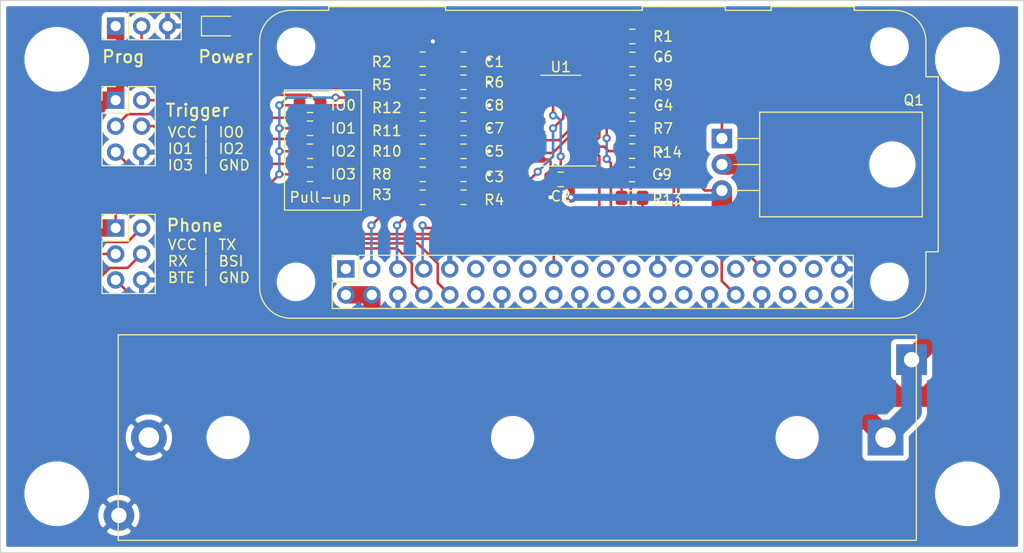
<source format=kicad_pcb>
(kicad_pcb (version 20171130) (host pcbnew "(5.1.2)-1")

  (general
    (thickness 1.6)
    (drawings 17)
    (tracks 369)
    (zones 0)
    (modules 39)
    (nets 50)
  )

  (page A4)
  (title_block
    (title "Small Game Trapper Alarmer")
    (date 2019-06-28)
    (rev 0.1.0)
  )

  (layers
    (0 F.Cu signal)
    (31 B.Cu signal)
    (32 B.Adhes user)
    (33 F.Adhes user)
    (34 B.Paste user)
    (35 F.Paste user)
    (36 B.SilkS user)
    (37 F.SilkS user)
    (38 B.Mask user)
    (39 F.Mask user)
    (40 Dwgs.User user)
    (41 Cmts.User user)
    (42 Eco1.User user)
    (43 Eco2.User user)
    (44 Edge.Cuts user)
    (45 Margin user)
    (46 B.CrtYd user)
    (47 F.CrtYd user)
    (48 B.Fab user)
    (49 F.Fab user hide)
  )

  (setup
    (last_trace_width 0.25)
    (user_trace_width 1)
    (user_trace_width 2)
    (trace_clearance 0.2)
    (zone_clearance 0.508)
    (zone_45_only no)
    (trace_min 0.25)
    (via_size 0.8)
    (via_drill 0.4)
    (via_min_size 0.5)
    (via_min_drill 0.3)
    (uvia_size 0.3)
    (uvia_drill 0.1)
    (uvias_allowed no)
    (uvia_min_size 0.2)
    (uvia_min_drill 0.1)
    (edge_width 0.05)
    (segment_width 0.2)
    (pcb_text_width 0.3)
    (pcb_text_size 1.5 1.5)
    (mod_edge_width 0.12)
    (mod_text_size 1 1)
    (mod_text_width 0.15)
    (pad_size 5.3 5.3)
    (pad_drill 5.3)
    (pad_to_mask_clearance 0.051)
    (solder_mask_min_width 0.25)
    (aux_axis_origin 0 0)
    (grid_origin 65.678 63.98)
    (visible_elements 7FFFFFFF)
    (pcbplotparams
      (layerselection 0x010f0_ffffffff)
      (usegerberextensions true)
      (usegerberattributes false)
      (usegerberadvancedattributes false)
      (creategerberjobfile false)
      (excludeedgelayer true)
      (linewidth 0.100000)
      (plotframeref false)
      (viasonmask false)
      (mode 1)
      (useauxorigin false)
      (hpglpennumber 1)
      (hpglpenspeed 20)
      (hpglpendiameter 15.000000)
      (psnegative false)
      (psa4output false)
      (plotreference true)
      (plotvalue true)
      (plotinvisibletext false)
      (padsonsilk false)
      (subtractmaskfromsilk false)
      (outputformat 1)
      (mirror false)
      (drillshape 0)
      (scaleselection 1)
      (outputdirectory "gerber/"))
  )

  (net 0 "")
  (net 1 "Net-(J3-Pad40)")
  (net 2 "Net-(J3-Pad38)")
  (net 3 "Net-(J3-Pad37)")
  (net 4 "Net-(J3-Pad36)")
  (net 5 "Net-(J3-Pad35)")
  (net 6 "Net-(J3-Pad31)")
  (net 7 "Net-(J3-Pad29)")
  (net 8 "Net-(J3-Pad28)")
  (net 9 "Net-(J3-Pad27)")
  (net 10 "Net-(J3-Pad26)")
  (net 11 "Net-(J3-Pad24)")
  (net 12 "Net-(J3-Pad23)")
  (net 13 "Net-(J3-Pad22)")
  (net 14 "Net-(J3-Pad21)")
  (net 15 "Net-(J3-Pad19)")
  (net 16 "Net-(J3-Pad18)")
  (net 17 "Net-(J3-Pad16)")
  (net 18 "Net-(J3-Pad15)")
  (net 19 "Net-(J3-Pad13)")
  (net 20 "Net-(J3-Pad12)")
  (net 21 "Net-(J3-Pad11)")
  (net 22 "Net-(J3-Pad1)")
  (net 23 +3V8)
  (net 24 GND)
  (net 25 /LED_ATTINY)
  (net 26 "Net-(D1-Pad1)")
  (net 27 /IO3)
  (net 28 /IO2)
  (net 29 /IO1_WAKE)
  (net 30 /IO0_WAKE)
  (net 31 VD)
  (net 32 /FBUS_RX)
  (net 33 /FBUS_TX)
  (net 34 /RPI_SCL)
  (net 35 /RPI_SDA)
  (net 36 /PWR_EN)
  (net 37 /VBATT)
  (net 38 "Net-(C4-Pad1)")
  (net 39 "Net-(C6-Pad1)")
  (net 40 /PWM1)
  (net 41 /PWM2)
  (net 42 /UPDI)
  (net 43 "Net-(IO0-Pad2)")
  (net 44 "Net-(IO1-Pad2)")
  (net 45 "Net-(IO2-Pad2)")
  (net 46 "Net-(IO3-Pad2)")
  (net 47 /RPI_3V3_SCALE)
  (net 48 /RPI_3V3)
  (net 49 /RPI_EVENT)

  (net_class Default "This is the default net class."
    (clearance 0.2)
    (trace_width 0.25)
    (via_dia 0.8)
    (via_drill 0.4)
    (uvia_dia 0.3)
    (uvia_drill 0.1)
    (diff_pair_width 0.3)
    (diff_pair_gap 0.25)
    (add_net +3V8)
    (add_net /FBUS_RX)
    (add_net /FBUS_TX)
    (add_net /IO0_WAKE)
    (add_net /IO1_WAKE)
    (add_net /IO2)
    (add_net /IO3)
    (add_net /LED_ATTINY)
    (add_net /PWM1)
    (add_net /PWM2)
    (add_net /PWR_EN)
    (add_net /RPI_3V3)
    (add_net /RPI_3V3_SCALE)
    (add_net /RPI_EVENT)
    (add_net /RPI_SCL)
    (add_net /RPI_SDA)
    (add_net /UPDI)
    (add_net /VBATT)
    (add_net GND)
    (add_net "Net-(C4-Pad1)")
    (add_net "Net-(C6-Pad1)")
    (add_net "Net-(D1-Pad1)")
    (add_net "Net-(IO0-Pad2)")
    (add_net "Net-(IO1-Pad2)")
    (add_net "Net-(IO2-Pad2)")
    (add_net "Net-(IO3-Pad2)")
    (add_net "Net-(J3-Pad1)")
    (add_net "Net-(J3-Pad11)")
    (add_net "Net-(J3-Pad12)")
    (add_net "Net-(J3-Pad13)")
    (add_net "Net-(J3-Pad15)")
    (add_net "Net-(J3-Pad16)")
    (add_net "Net-(J3-Pad18)")
    (add_net "Net-(J3-Pad19)")
    (add_net "Net-(J3-Pad21)")
    (add_net "Net-(J3-Pad22)")
    (add_net "Net-(J3-Pad23)")
    (add_net "Net-(J3-Pad24)")
    (add_net "Net-(J3-Pad26)")
    (add_net "Net-(J3-Pad27)")
    (add_net "Net-(J3-Pad28)")
    (add_net "Net-(J3-Pad29)")
    (add_net "Net-(J3-Pad31)")
    (add_net "Net-(J3-Pad35)")
    (add_net "Net-(J3-Pad36)")
    (add_net "Net-(J3-Pad37)")
    (add_net "Net-(J3-Pad38)")
    (add_net "Net-(J3-Pad40)")
    (add_net VD)
  )

  (module Resistor_SMD:R_0805_2012Metric_Pad1.15x1.40mm_HandSolder (layer F.Cu) (tedit 5B36C52B) (tstamp 5D189AF3)
    (at 127.4 78.712)
    (descr "Resistor SMD 0805 (2012 Metric), square (rectangular) end terminal, IPC_7351 nominal with elongated pad for handsoldering. (Body size source: https://docs.google.com/spreadsheets/d/1BsfQQcO9C6DZCsRaXUlFlo91Tg2WpOkGARC1WS5S8t0/edit?usp=sharing), generated with kicad-footprint-generator")
    (tags "resistor handsolder")
    (path /5D1A0869)
    (attr smd)
    (fp_text reference R14 (at 3.429 0.127) (layer F.SilkS)
      (effects (font (size 1 1) (thickness 0.15)))
    )
    (fp_text value "200k 1%" (at 0 1.65) (layer F.Fab)
      (effects (font (size 1 1) (thickness 0.15)))
    )
    (fp_text user %R (at 0 0) (layer F.Fab)
      (effects (font (size 0.5 0.5) (thickness 0.08)))
    )
    (fp_line (start 1.85 0.95) (end -1.85 0.95) (layer F.CrtYd) (width 0.05))
    (fp_line (start 1.85 -0.95) (end 1.85 0.95) (layer F.CrtYd) (width 0.05))
    (fp_line (start -1.85 -0.95) (end 1.85 -0.95) (layer F.CrtYd) (width 0.05))
    (fp_line (start -1.85 0.95) (end -1.85 -0.95) (layer F.CrtYd) (width 0.05))
    (fp_line (start -0.261252 0.71) (end 0.261252 0.71) (layer F.SilkS) (width 0.12))
    (fp_line (start -0.261252 -0.71) (end 0.261252 -0.71) (layer F.SilkS) (width 0.12))
    (fp_line (start 1 0.6) (end -1 0.6) (layer F.Fab) (width 0.1))
    (fp_line (start 1 -0.6) (end 1 0.6) (layer F.Fab) (width 0.1))
    (fp_line (start -1 -0.6) (end 1 -0.6) (layer F.Fab) (width 0.1))
    (fp_line (start -1 0.6) (end -1 -0.6) (layer F.Fab) (width 0.1))
    (pad 2 smd roundrect (at 1.025 0) (size 1.15 1.4) (layers F.Cu F.Paste F.Mask) (roundrect_rratio 0.217391)
      (net 24 GND))
    (pad 1 smd roundrect (at -1.025 0) (size 1.15 1.4) (layers F.Cu F.Paste F.Mask) (roundrect_rratio 0.217391)
      (net 47 /RPI_3V3_SCALE))
    (model ${KISYS3DMOD}/Resistor_SMD.3dshapes/R_0805_2012Metric.wrl
      (at (xyz 0 0 0))
      (scale (xyz 1 1 1))
      (rotate (xyz 0 0 0))
    )
  )

  (module Resistor_SMD:R_0805_2012Metric_Pad1.15x1.40mm_HandSolder (layer F.Cu) (tedit 5B36C52B) (tstamp 5D189AE2)
    (at 127.4 83.284 180)
    (descr "Resistor SMD 0805 (2012 Metric), square (rectangular) end terminal, IPC_7351 nominal with elongated pad for handsoldering. (Body size source: https://docs.google.com/spreadsheets/d/1BsfQQcO9C6DZCsRaXUlFlo91Tg2WpOkGARC1WS5S8t0/edit?usp=sharing), generated with kicad-footprint-generator")
    (tags "resistor handsolder")
    (path /5D1A0875)
    (attr smd)
    (fp_text reference R13 (at -3.429 -0.127) (layer F.SilkS)
      (effects (font (size 1 1) (thickness 0.15)))
    )
    (fp_text value "100k 1%" (at 0 1.65) (layer F.Fab)
      (effects (font (size 1 1) (thickness 0.15)))
    )
    (fp_text user %R (at 0 0) (layer F.Fab)
      (effects (font (size 0.5 0.5) (thickness 0.08)))
    )
    (fp_line (start 1.85 0.95) (end -1.85 0.95) (layer F.CrtYd) (width 0.05))
    (fp_line (start 1.85 -0.95) (end 1.85 0.95) (layer F.CrtYd) (width 0.05))
    (fp_line (start -1.85 -0.95) (end 1.85 -0.95) (layer F.CrtYd) (width 0.05))
    (fp_line (start -1.85 0.95) (end -1.85 -0.95) (layer F.CrtYd) (width 0.05))
    (fp_line (start -0.261252 0.71) (end 0.261252 0.71) (layer F.SilkS) (width 0.12))
    (fp_line (start -0.261252 -0.71) (end 0.261252 -0.71) (layer F.SilkS) (width 0.12))
    (fp_line (start 1 0.6) (end -1 0.6) (layer F.Fab) (width 0.1))
    (fp_line (start 1 -0.6) (end 1 0.6) (layer F.Fab) (width 0.1))
    (fp_line (start -1 -0.6) (end 1 -0.6) (layer F.Fab) (width 0.1))
    (fp_line (start -1 0.6) (end -1 -0.6) (layer F.Fab) (width 0.1))
    (pad 2 smd roundrect (at 1.025 0 180) (size 1.15 1.4) (layers F.Cu F.Paste F.Mask) (roundrect_rratio 0.217391)
      (net 47 /RPI_3V3_SCALE))
    (pad 1 smd roundrect (at -1.025 0 180) (size 1.15 1.4) (layers F.Cu F.Paste F.Mask) (roundrect_rratio 0.217391)
      (net 48 /RPI_3V3))
    (model ${KISYS3DMOD}/Resistor_SMD.3dshapes/R_0805_2012Metric.wrl
      (at (xyz 0 0 0))
      (scale (xyz 1 1 1))
      (rotate (xyz 0 0 0))
    )
  )

  (module Capacitor_SMD:C_0805_2012Metric_Pad1.15x1.40mm_HandSolder (layer F.Cu) (tedit 5B36C52B) (tstamp 5D1896DD)
    (at 127.4 80.998)
    (descr "Capacitor SMD 0805 (2012 Metric), square (rectangular) end terminal, IPC_7351 nominal with elongated pad for handsoldering. (Body size source: https://docs.google.com/spreadsheets/d/1BsfQQcO9C6DZCsRaXUlFlo91Tg2WpOkGARC1WS5S8t0/edit?usp=sharing), generated with kicad-footprint-generator")
    (tags "capacitor handsolder")
    (path /5D1C8569)
    (attr smd)
    (fp_text reference C9 (at 2.921 0) (layer F.SilkS)
      (effects (font (size 1 1) (thickness 0.15)))
    )
    (fp_text value 100n (at 0 1.65) (layer F.Fab)
      (effects (font (size 1 1) (thickness 0.15)))
    )
    (fp_text user %R (at 0 0) (layer F.Fab)
      (effects (font (size 0.5 0.5) (thickness 0.08)))
    )
    (fp_line (start 1.85 0.95) (end -1.85 0.95) (layer F.CrtYd) (width 0.05))
    (fp_line (start 1.85 -0.95) (end 1.85 0.95) (layer F.CrtYd) (width 0.05))
    (fp_line (start -1.85 -0.95) (end 1.85 -0.95) (layer F.CrtYd) (width 0.05))
    (fp_line (start -1.85 0.95) (end -1.85 -0.95) (layer F.CrtYd) (width 0.05))
    (fp_line (start -0.261252 0.71) (end 0.261252 0.71) (layer F.SilkS) (width 0.12))
    (fp_line (start -0.261252 -0.71) (end 0.261252 -0.71) (layer F.SilkS) (width 0.12))
    (fp_line (start 1 0.6) (end -1 0.6) (layer F.Fab) (width 0.1))
    (fp_line (start 1 -0.6) (end 1 0.6) (layer F.Fab) (width 0.1))
    (fp_line (start -1 -0.6) (end 1 -0.6) (layer F.Fab) (width 0.1))
    (fp_line (start -1 0.6) (end -1 -0.6) (layer F.Fab) (width 0.1))
    (pad 2 smd roundrect (at 1.025 0) (size 1.15 1.4) (layers F.Cu F.Paste F.Mask) (roundrect_rratio 0.217391)
      (net 24 GND))
    (pad 1 smd roundrect (at -1.025 0) (size 1.15 1.4) (layers F.Cu F.Paste F.Mask) (roundrect_rratio 0.217391)
      (net 47 /RPI_3V3_SCALE))
    (model ${KISYS3DMOD}/Capacitor_SMD.3dshapes/C_0805_2012Metric.wrl
      (at (xyz 0 0 0))
      (scale (xyz 1 1 1))
      (rotate (xyz 0 0 0))
    )
  )

  (module myparts:MountingHole_5.3mm__no_courtyard (layer F.Cu) (tedit 5D1654FC) (tstamp 5D194E66)
    (at 160.178 112.23)
    (descr "Mounting Hole 5.3mm, no annular, M5")
    (tags "mounting hole 5.3mm no annular m5")
    (path /5D7390D4)
    (attr virtual)
    (fp_text reference H4 (at 0 -4.5) (layer F.SilkS) hide
      (effects (font (size 1 1) (thickness 0.15)))
    )
    (fp_text value MountingHole (at 0 6.3) (layer F.Fab)
      (effects (font (size 1 1) (thickness 0.15)))
    )
    (fp_circle (center 0 0) (end 3.302 0) (layer F.CrtYd) (width 0.05))
    (fp_circle (center 0 0) (end 3.048 0) (layer Cmts.User) (width 0.15))
    (fp_text user %R (at 0.3 0) (layer F.Fab)
      (effects (font (size 1 1) (thickness 0.15)))
    )
    (pad 1 np_thru_hole circle (at 0 0) (size 5.3 5.3) (drill 5.3) (layers *.Cu *.Mask))
  )

  (module myparts:MountingHole_5.3mm__no_courtyard (layer F.Cu) (tedit 5D1654FC) (tstamp 5D194E5E)
    (at 160.178 69.73)
    (descr "Mounting Hole 5.3mm, no annular, M5")
    (tags "mounting hole 5.3mm no annular m5")
    (path /5D738DF9)
    (attr virtual)
    (fp_text reference H3 (at 0 4.75) (layer F.SilkS) hide
      (effects (font (size 1 1) (thickness 0.15)))
    )
    (fp_text value MountingHole (at 0 6.3) (layer F.Fab)
      (effects (font (size 1 1) (thickness 0.15)))
    )
    (fp_circle (center 0 0) (end 3.302 0) (layer F.CrtYd) (width 0.05))
    (fp_circle (center 0 0) (end 3.048 0) (layer Cmts.User) (width 0.15))
    (fp_text user %R (at 0.3 0) (layer F.Fab)
      (effects (font (size 1 1) (thickness 0.15)))
    )
    (pad 1 np_thru_hole circle (at 0 0) (size 5.3 5.3) (drill 5.3) (layers *.Cu *.Mask))
  )

  (module myparts:MountingHole_5.3mm__no_courtyard (layer F.Cu) (tedit 5D1654FC) (tstamp 5D194E56)
    (at 71.178 112.23)
    (descr "Mounting Hole 5.3mm, no annular, M5")
    (tags "mounting hole 5.3mm no annular m5")
    (path /5D738AF7)
    (attr virtual)
    (fp_text reference H2 (at 0 -4.5) (layer F.SilkS) hide
      (effects (font (size 1 1) (thickness 0.15)))
    )
    (fp_text value MountingHole (at 0 6.3) (layer F.Fab)
      (effects (font (size 1 1) (thickness 0.15)))
    )
    (fp_circle (center 0 0) (end 3.302 0) (layer F.CrtYd) (width 0.05))
    (fp_circle (center 0 0) (end 3.048 0) (layer Cmts.User) (width 0.15))
    (fp_text user %R (at 0.3 0) (layer F.Fab)
      (effects (font (size 1 1) (thickness 0.15)))
    )
    (pad 1 np_thru_hole circle (at 0 0) (size 5.3 5.3) (drill 5.3) (layers *.Cu *.Mask))
  )

  (module myparts:MountingHole_5.3mm__no_courtyard (layer F.Cu) (tedit 5D16796D) (tstamp 5D194E4E)
    (at 71.178 69.73)
    (descr "Mounting Hole 5.3mm, no annular, M5")
    (tags "mounting hole 5.3mm no annular m5")
    (path /5D737650)
    (attr virtual)
    (fp_text reference H1 (at 0.25 4.75) (layer F.SilkS) hide
      (effects (font (size 1 1) (thickness 0.15)))
    )
    (fp_text value MountingHole (at 0 6.3) (layer F.Fab)
      (effects (font (size 1 1) (thickness 0.15)))
    )
    (fp_circle (center 0 0) (end 3.302 0) (layer F.CrtYd) (width 0.05))
    (fp_circle (center 0 0) (end 3.048 0) (layer Cmts.User) (width 0.15))
    (fp_text user %R (at 0.3 0) (layer F.Fab)
      (effects (font (size 1 1) (thickness 0.15)))
    )
    (pad "" np_thru_hole circle (at 0 0) (size 5.3 5.3) (drill 5.3) (layers *.Cu *.Mask))
  )

  (module Capacitor_SMD:C_0805_2012Metric_Pad1.15x1.40mm_HandSolder (layer F.Cu) (tedit 5B36C52B) (tstamp 5D167990)
    (at 127.428 69.749)
    (descr "Capacitor SMD 0805 (2012 Metric), square (rectangular) end terminal, IPC_7351 nominal with elongated pad for handsoldering. (Body size source: https://docs.google.com/spreadsheets/d/1BsfQQcO9C6DZCsRaXUlFlo91Tg2WpOkGARC1WS5S8t0/edit?usp=sharing), generated with kicad-footprint-generator")
    (tags "capacitor handsolder")
    (path /5D3AC081)
    (attr smd)
    (fp_text reference C6 (at 3 -0.25) (layer F.SilkS)
      (effects (font (size 1 1) (thickness 0.15)))
    )
    (fp_text value 100n (at 0 1.65) (layer F.Fab)
      (effects (font (size 1 1) (thickness 0.15)))
    )
    (fp_text user %R (at 0 0) (layer F.Fab)
      (effects (font (size 0.5 0.5) (thickness 0.08)))
    )
    (fp_line (start 1.85 0.95) (end -1.85 0.95) (layer F.CrtYd) (width 0.05))
    (fp_line (start 1.85 -0.95) (end 1.85 0.95) (layer F.CrtYd) (width 0.05))
    (fp_line (start -1.85 -0.95) (end 1.85 -0.95) (layer F.CrtYd) (width 0.05))
    (fp_line (start -1.85 0.95) (end -1.85 -0.95) (layer F.CrtYd) (width 0.05))
    (fp_line (start -0.261252 0.71) (end 0.261252 0.71) (layer F.SilkS) (width 0.12))
    (fp_line (start -0.261252 -0.71) (end 0.261252 -0.71) (layer F.SilkS) (width 0.12))
    (fp_line (start 1 0.6) (end -1 0.6) (layer F.Fab) (width 0.1))
    (fp_line (start 1 -0.6) (end 1 0.6) (layer F.Fab) (width 0.1))
    (fp_line (start -1 -0.6) (end 1 -0.6) (layer F.Fab) (width 0.1))
    (fp_line (start -1 0.6) (end -1 -0.6) (layer F.Fab) (width 0.1))
    (pad 2 smd roundrect (at 1.025 0) (size 1.15 1.4) (layers F.Cu F.Paste F.Mask) (roundrect_rratio 0.217391)
      (net 24 GND))
    (pad 1 smd roundrect (at -1.025 0) (size 1.15 1.4) (layers F.Cu F.Paste F.Mask) (roundrect_rratio 0.217391)
      (net 39 "Net-(C6-Pad1)"))
    (model ${KISYS3DMOD}/Capacitor_SMD.3dshapes/C_0805_2012Metric.wrl
      (at (xyz 0 0 0))
      (scale (xyz 1 1 1))
      (rotate (xyz 0 0 0))
    )
  )

  (module myparts:Raspberry_Pi_Zero_Socketed_THT_FaceDown_MountingHoles_no_court (layer F.Cu) (tedit 5D1656A8) (tstamp 5D189CE6)
    (at 99.428 90.23 90)
    (descr "Raspberry Pi Zero using through hole straight pin socket, 2x20, 2.54mm pitch, https://www.raspberrypi.org/documentation/hardware/raspberrypi/mechanical/rpi_MECH_Zero_1p2.pdf")
    (tags "raspberry pi zero through hole")
    (path /5D146BB8)
    (fp_text reference J3 (at 2.5 48.5 180) (layer F.SilkS) hide
      (effects (font (size 1 1) (thickness 0.15)))
    )
    (fp_text value Raspberry_Pi_2_3 (at 10.23 24.13) (layer F.Fab)
      (effects (font (size 1 1) (thickness 0.15)))
    )
    (fp_line (start 25.654 41.63) (end 25.23 41.63) (layer F.Fab) (width 0.1))
    (fp_line (start 25.654 49.656) (end 25.654 41.656) (layer F.Fab) (width 0.1))
    (fp_line (start 25.23 49.63) (end 25.654 49.63) (layer F.Fab) (width 0.1))
    (fp_line (start 25.23 -1.62) (end 25.23 -5.37) (layer F.Fab) (width 0.1))
    (fp_line (start 25.654 9.68) (end 25.654 -1.62) (layer F.Fab) (width 0.1))
    (fp_line (start 25.23 9.68) (end 25.654 9.68) (layer F.Fab) (width 0.1))
    (fp_line (start 25.23 -1.62) (end 25.654 -1.62) (layer F.Fab) (width 0.1))
    (fp_arc (start 22.23 -5.37) (end 22.23 -8.43) (angle 90) (layer F.SilkS) (width 0.12))
    (fp_arc (start 22.23 53.63) (end 25.23 53.63) (angle 90) (layer F.Fab) (width 0.1))
    (fp_arc (start -1.77 -5.37) (end -4.83 -5.37) (angle 90) (layer F.SilkS) (width 0.12))
    (fp_arc (start -1.77 53.63) (end -1.77 56.69) (angle 90) (layer F.SilkS) (width 0.12))
    (fp_line (start -4.83 53.63) (end -4.83 -5.37) (layer F.SilkS) (width 0.12))
    (fp_line (start -1.77 -8.43) (end 22.23 -8.43) (layer F.SilkS) (width 0.12))
    (fp_line (start 25.29 53.63) (end 25.29 49.69) (layer F.SilkS) (width 0.12))
    (fp_line (start 18.79 56.69) (end 22.23 56.69) (layer F.SilkS) (width 0.12))
    (fp_arc (start 22.23 53.63) (end 25.29 53.63) (angle 90) (layer F.SilkS) (width 0.12))
    (fp_arc (start 22.23 -5.37) (end 22.23 -8.37) (angle 90) (layer F.Fab) (width 0.1))
    (fp_arc (start -1.77 -5.37) (end -4.77 -5.37) (angle 90) (layer F.Fab) (width 0.1))
    (fp_arc (start -1.77 53.63) (end -1.77 56.63) (angle 90) (layer F.Fab) (width 0.1))
    (fp_line (start 1.27 -0.27) (end 1.27 49.53) (layer F.Fab) (width 0.1))
    (fp_line (start -3.81 -1.27) (end 0.27 -1.27) (layer F.Fab) (width 0.1))
    (fp_line (start 0.27 -1.27) (end 1.27 -0.27) (layer F.Fab) (width 0.1))
    (fp_line (start -3.87 49.59) (end 1.33 49.59) (layer F.SilkS) (width 0.12))
    (fp_line (start 1.33 1.27) (end 1.33 49.59) (layer F.SilkS) (width 0.12))
    (fp_line (start 1.33 -1.33) (end 1.33 0) (layer F.SilkS) (width 0.12))
    (fp_line (start 0 -1.33) (end 1.33 -1.33) (layer F.SilkS) (width 0.12))
    (fp_line (start -1.27 1.27) (end 1.33 1.27) (layer F.SilkS) (width 0.12))
    (fp_line (start -1.27 -1.33) (end -1.27 1.27) (layer F.SilkS) (width 0.12))
    (fp_line (start 1.76 50) (end -4.34 50) (layer F.CrtYd) (width 0.05))
    (fp_line (start -4.34 50) (end -4.34 -1.8) (layer F.CrtYd) (width 0.05))
    (fp_line (start -4.34 -1.8) (end 1.76 -1.8) (layer F.CrtYd) (width 0.05))
    (fp_line (start 1.76 -1.8) (end 1.76 50) (layer F.CrtYd) (width 0.05))
    (fp_line (start -3.87 -1.33) (end -1.27 -1.33) (layer F.SilkS) (width 0.12))
    (fp_line (start -3.87 -1.33) (end -3.87 49.59) (layer F.SilkS) (width 0.12))
    (fp_line (start 1.27 49.53) (end -3.81 49.53) (layer F.Fab) (width 0.1))
    (fp_line (start -3.81 49.53) (end -3.81 -1.27) (layer F.Fab) (width 0.1))
    (fp_text user %R (at -1.27 24.13 180) (layer F.Fab)
      (effects (font (size 1 1) (thickness 0.15)))
    )
    (fp_line (start -1.77 56.63) (end 1.73 56.63) (layer F.Fab) (width 0.1))
    (fp_line (start -1.77 -8.37) (end 22.23 -8.37) (layer F.Fab) (width 0.1))
    (fp_line (start -4.77 53.63) (end -4.77 -5.37) (layer F.Fab) (width 0.1))
    (fp_line (start 25.654 29.03) (end 25.23 29.03) (layer F.Fab) (width 0.1))
    (fp_line (start 25.23 37.03) (end 25.654 37.03) (layer F.Fab) (width 0.1))
    (fp_line (start 25.654 37.03) (end 25.654 29.03) (layer F.Fab) (width 0.1))
    (fp_line (start 25.23 49.63) (end 25.23 53.63) (layer F.Fab) (width 0.1))
    (fp_line (start 25.23 41.63) (end 25.23 37.03) (layer F.Fab) (width 0.1))
    (fp_line (start 25.23 29.03) (end 25.23 9.68) (layer F.Fab) (width 0.1))
    (fp_line (start 1.73 56.63) (end 1.73 57.83) (layer F.Fab) (width 0.1))
    (fp_line (start 1.73 57.83) (end 18.73 57.83) (layer F.Fab) (width 0.1))
    (fp_line (start 18.73 56.63) (end 18.73 57.83) (layer F.Fab) (width 0.1))
    (fp_line (start 22.23 56.63) (end 18.73 56.63) (layer F.Fab) (width 0.1))
    (fp_line (start 1.67 56.69) (end 1.67 57.89) (layer F.SilkS) (width 0.12))
    (fp_line (start 1.67 57.89) (end 18.79 57.89) (layer F.SilkS) (width 0.12))
    (fp_line (start 18.79 57.89) (end 18.79 56.69) (layer F.SilkS) (width 0.12))
    (fp_line (start 1.67 56.69) (end -1.77 56.69) (layer F.SilkS) (width 0.12))
    (fp_line (start 25.29 49.69) (end 25.654 49.69) (layer F.SilkS) (width 0.12))
    (fp_line (start 25.654 49.69) (end 25.654 41.57) (layer F.SilkS) (width 0.12))
    (fp_line (start 25.654 41.57) (end 25.29 41.57) (layer F.SilkS) (width 0.12))
    (fp_line (start 25.29 37.09) (end 25.654 37.09) (layer F.SilkS) (width 0.12))
    (fp_line (start 25.654 28.97) (end 25.29 28.97) (layer F.SilkS) (width 0.12))
    (fp_line (start 25.654 37.084) (end 25.654 28.964) (layer F.SilkS) (width 0.12))
    (fp_line (start 25.29 41.57) (end 25.29 37.09) (layer F.SilkS) (width 0.12))
    (fp_line (start 25.29 28.97) (end 25.29 9.74) (layer F.SilkS) (width 0.12))
    (fp_line (start 25.29 9.74) (end 25.654 9.74) (layer F.SilkS) (width 0.12))
    (fp_line (start 25.654 9.74) (end 25.654 -1.68) (layer F.SilkS) (width 0.12))
    (fp_line (start 25.654 -1.68) (end 25.29 -1.68) (layer F.SilkS) (width 0.12))
    (fp_line (start 25.29 -1.68) (end 25.29 -5.37) (layer F.SilkS) (width 0.12))
    (pad 6 thru_hole oval (at -2.54 5.08 90) (size 1.7 1.7) (drill 1) (layers *.Cu *.Mask)
      (net 24 GND))
    (pad 3 thru_hole oval (at 0 2.54 90) (size 1.7 1.7) (drill 1) (layers *.Cu *.Mask)
      (net 35 /RPI_SDA))
    (pad 15 thru_hole oval (at 0 17.78 90) (size 1.7 1.7) (drill 1) (layers *.Cu *.Mask)
      (net 18 "Net-(J3-Pad15)"))
    (pad 16 thru_hole oval (at -2.54 17.78 90) (size 1.7 1.7) (drill 1) (layers *.Cu *.Mask)
      (net 17 "Net-(J3-Pad16)"))
    (pad 4 thru_hole oval (at -2.54 2.54 90) (size 1.7 1.7) (drill 1) (layers *.Cu *.Mask)
      (net 31 VD))
    (pad 5 thru_hole oval (at 0 5.08 90) (size 1.7 1.7) (drill 1) (layers *.Cu *.Mask)
      (net 34 /RPI_SCL))
    (pad 2 thru_hole oval (at -2.54 0 90) (size 1.7 1.7) (drill 1) (layers *.Cu *.Mask)
      (net 31 VD))
    (pad 1 thru_hole rect (at 0 0 90) (size 1.7 1.7) (drill 1) (layers *.Cu *.Mask)
      (net 22 "Net-(J3-Pad1)"))
    (pad 23 thru_hole oval (at 0 27.94 90) (size 1.7 1.7) (drill 1) (layers *.Cu *.Mask)
      (net 12 "Net-(J3-Pad23)"))
    (pad 24 thru_hole oval (at -2.54 27.94 90) (size 1.7 1.7) (drill 1) (layers *.Cu *.Mask)
      (net 11 "Net-(J3-Pad24)"))
    (pad 11 thru_hole oval (at 0 12.7 90) (size 1.7 1.7) (drill 1) (layers *.Cu *.Mask)
      (net 21 "Net-(J3-Pad11)"))
    (pad 12 thru_hole oval (at -2.54 12.7 90) (size 1.7 1.7) (drill 1) (layers *.Cu *.Mask)
      (net 20 "Net-(J3-Pad12)"))
    (pad 27 thru_hole oval (at 0 33.02 90) (size 1.7 1.7) (drill 1) (layers *.Cu *.Mask)
      (net 9 "Net-(J3-Pad27)"))
    (pad 28 thru_hole oval (at -2.54 33.02 90) (size 1.7 1.7) (drill 1) (layers *.Cu *.Mask)
      (net 8 "Net-(J3-Pad28)"))
    (pad 13 thru_hole oval (at 0 15.24 90) (size 1.7 1.7) (drill 1) (layers *.Cu *.Mask)
      (net 19 "Net-(J3-Pad13)"))
    (pad 14 thru_hole oval (at -2.54 15.24 90) (size 1.7 1.7) (drill 1) (layers *.Cu *.Mask)
      (net 24 GND))
    (pad 9 thru_hole oval (at 0 10.16 90) (size 1.7 1.7) (drill 1) (layers *.Cu *.Mask)
      (net 24 GND))
    (pad 10 thru_hole oval (at -2.54 10.16 90) (size 1.7 1.7) (drill 1) (layers *.Cu *.Mask)
      (net 32 /FBUS_RX))
    (pad 19 thru_hole oval (at 0 22.86 90) (size 1.7 1.7) (drill 1) (layers *.Cu *.Mask)
      (net 15 "Net-(J3-Pad19)"))
    (pad 20 thru_hole oval (at -2.54 22.86 90) (size 1.7 1.7) (drill 1) (layers *.Cu *.Mask)
      (net 24 GND))
    (pad 37 thru_hole oval (at 0 45.72 90) (size 1.7 1.7) (drill 1) (layers *.Cu *.Mask)
      (net 3 "Net-(J3-Pad37)"))
    (pad 38 thru_hole oval (at -2.54 45.72 90) (size 1.7 1.7) (drill 1) (layers *.Cu *.Mask)
      (net 2 "Net-(J3-Pad38)"))
    (pad 33 thru_hole oval (at 0 40.64 90) (size 1.7 1.7) (drill 1) (layers *.Cu *.Mask)
      (net 41 /PWM2))
    (pad 34 thru_hole oval (at -2.54 40.64 90) (size 1.7 1.7) (drill 1) (layers *.Cu *.Mask)
      (net 24 GND))
    (pad 35 thru_hole oval (at 0 43.18 90) (size 1.7 1.7) (drill 1) (layers *.Cu *.Mask)
      (net 5 "Net-(J3-Pad35)"))
    (pad 36 thru_hole oval (at -2.54 43.18 90) (size 1.7 1.7) (drill 1) (layers *.Cu *.Mask)
      (net 4 "Net-(J3-Pad36)"))
    (pad 17 thru_hole oval (at 0 20.32 90) (size 1.7 1.7) (drill 1) (layers *.Cu *.Mask)
      (net 48 /RPI_3V3))
    (pad 18 thru_hole oval (at -2.54 20.32 90) (size 1.7 1.7) (drill 1) (layers *.Cu *.Mask)
      (net 16 "Net-(J3-Pad18)"))
    (pad 31 thru_hole oval (at 0 38.1 90) (size 1.7 1.7) (drill 1) (layers *.Cu *.Mask)
      (net 6 "Net-(J3-Pad31)"))
    (pad 32 thru_hole oval (at -2.54 38.1 90) (size 1.7 1.7) (drill 1) (layers *.Cu *.Mask)
      (net 40 /PWM1))
    (pad 7 thru_hole oval (at 0 7.62 90) (size 1.7 1.7) (drill 1) (layers *.Cu *.Mask)
      (net 49 /RPI_EVENT))
    (pad 8 thru_hole oval (at -2.54 7.62 90) (size 1.7 1.7) (drill 1) (layers *.Cu *.Mask)
      (net 33 /FBUS_TX))
    (pad 29 thru_hole oval (at 0 35.56 90) (size 1.7 1.7) (drill 1) (layers *.Cu *.Mask)
      (net 7 "Net-(J3-Pad29)"))
    (pad 30 thru_hole oval (at -2.54 35.56 90) (size 1.7 1.7) (drill 1) (layers *.Cu *.Mask)
      (net 24 GND))
    (pad 21 thru_hole oval (at 0 25.4 90) (size 1.7 1.7) (drill 1) (layers *.Cu *.Mask)
      (net 14 "Net-(J3-Pad21)"))
    (pad 22 thru_hole oval (at -2.54 25.4 90) (size 1.7 1.7) (drill 1) (layers *.Cu *.Mask)
      (net 13 "Net-(J3-Pad22)"))
    (pad 25 thru_hole oval (at 0 30.48 90) (size 1.7 1.7) (drill 1) (layers *.Cu *.Mask)
      (net 24 GND))
    (pad 26 thru_hole oval (at -2.54 30.48 90) (size 1.7 1.7) (drill 1) (layers *.Cu *.Mask)
      (net 10 "Net-(J3-Pad26)"))
    (pad 39 thru_hole oval (at 0 48.26 90) (size 1.7 1.7) (drill 1) (layers *.Cu *.Mask)
      (net 24 GND))
    (pad 40 thru_hole oval (at -2.54 48.26 90) (size 1.7 1.7) (drill 1) (layers *.Cu *.Mask)
      (net 1 "Net-(J3-Pad40)"))
    (pad "" np_thru_hole circle (at -1.27 -4.87 180) (size 2.75 2.75) (drill 2.75) (layers *.Cu *.Mask)
      (solder_mask_margin 1.625))
    (pad "" np_thru_hole circle (at 21.73 53.13 180) (size 2.75 2.75) (drill 2.75) (layers *.Cu *.Mask)
      (solder_mask_margin 1.625))
    (pad "" np_thru_hole circle (at 21.73 -4.87 180) (size 2.75 2.75) (drill 2.75) (layers *.Cu *.Mask)
      (solder_mask_margin 1.625))
    (pad "" np_thru_hole circle (at -1.27 53.13 180) (size 2.75 2.75) (drill 2.75) (layers *.Cu *.Mask)
      (solder_mask_margin 1.625))
    (model ${KISYS3DMOD}/Module.3dshapes/Raspberry_Pi_Zero_Socketed_THT_FaceDown_MountingHoles.wrl
      (at (xyz 0 0 0))
      (scale (xyz 1 1 1))
      (rotate (xyz 0 0 0))
    )
  )

  (module Resistor_SMD:R_0805_2012Metric_Pad1.15x1.40mm_HandSolder (layer F.Cu) (tedit 5B36C52B) (tstamp 5D167C8F)
    (at 106.928 78.73)
    (descr "Resistor SMD 0805 (2012 Metric), square (rectangular) end terminal, IPC_7351 nominal with elongated pad for handsoldering. (Body size source: https://docs.google.com/spreadsheets/d/1BsfQQcO9C6DZCsRaXUlFlo91Tg2WpOkGARC1WS5S8t0/edit?usp=sharing), generated with kicad-footprint-generator")
    (tags "resistor handsolder")
    (path /5D2F8EB3)
    (attr smd)
    (fp_text reference R10 (at -3.5 0) (layer F.SilkS)
      (effects (font (size 1 1) (thickness 0.15)))
    )
    (fp_text value 1k (at 0 1.65) (layer F.Fab)
      (effects (font (size 1 1) (thickness 0.15)))
    )
    (fp_text user %R (at 0 0) (layer F.Fab)
      (effects (font (size 0.5 0.5) (thickness 0.08)))
    )
    (fp_line (start 1.85 0.95) (end -1.85 0.95) (layer F.CrtYd) (width 0.05))
    (fp_line (start 1.85 -0.95) (end 1.85 0.95) (layer F.CrtYd) (width 0.05))
    (fp_line (start -1.85 -0.95) (end 1.85 -0.95) (layer F.CrtYd) (width 0.05))
    (fp_line (start -1.85 0.95) (end -1.85 -0.95) (layer F.CrtYd) (width 0.05))
    (fp_line (start -0.261252 0.71) (end 0.261252 0.71) (layer F.SilkS) (width 0.12))
    (fp_line (start -0.261252 -0.71) (end 0.261252 -0.71) (layer F.SilkS) (width 0.12))
    (fp_line (start 1 0.6) (end -1 0.6) (layer F.Fab) (width 0.1))
    (fp_line (start 1 -0.6) (end 1 0.6) (layer F.Fab) (width 0.1))
    (fp_line (start -1 -0.6) (end 1 -0.6) (layer F.Fab) (width 0.1))
    (fp_line (start -1 0.6) (end -1 -0.6) (layer F.Fab) (width 0.1))
    (pad 2 smd roundrect (at 1.025 0) (size 1.15 1.4) (layers F.Cu F.Paste F.Mask) (roundrect_rratio 0.217391)
      (net 28 /IO2))
    (pad 1 smd roundrect (at -1.025 0) (size 1.15 1.4) (layers F.Cu F.Paste F.Mask) (roundrect_rratio 0.217391)
      (net 45 "Net-(IO2-Pad2)"))
    (model ${KISYS3DMOD}/Resistor_SMD.3dshapes/R_0805_2012Metric.wrl
      (at (xyz 0 0 0))
      (scale (xyz 1 1 1))
      (rotate (xyz 0 0 0))
    )
  )

  (module Package_TO_SOT_THT:TO-220-3_Horizontal_TabDown (layer F.Cu) (tedit 5AC8BA0D) (tstamp 5D174B26)
    (at 136.178 77.48 270)
    (descr "TO-220-3, Horizontal, RM 2.54mm, see https://www.vishay.com/docs/66542/to-220-1.pdf")
    (tags "TO-220-3 Horizontal RM 2.54mm")
    (path /5D66E099)
    (fp_text reference Q1 (at -3.75 -18.75 180) (layer F.SilkS)
      (effects (font (size 1 1) (thickness 0.15)))
    )
    (fp_text value NDP6020 (at 2.54 2 90) (layer F.Fab)
      (effects (font (size 1 1) (thickness 0.15)))
    )
    (fp_text user %R (at 2.54 -20.58 90) (layer F.Fab)
      (effects (font (size 1 1) (thickness 0.15)))
    )
    (fp_line (start 7.79 -19.71) (end -2.71 -19.71) (layer F.CrtYd) (width 0.05))
    (fp_line (start 7.79 1.25) (end 7.79 -19.71) (layer F.CrtYd) (width 0.05))
    (fp_line (start -2.71 1.25) (end 7.79 1.25) (layer F.CrtYd) (width 0.05))
    (fp_line (start -2.71 -19.71) (end -2.71 1.25) (layer F.CrtYd) (width 0.05))
    (fp_line (start 5.08 -3.69) (end 5.08 -1.15) (layer F.SilkS) (width 0.12))
    (fp_line (start 2.54 -3.69) (end 2.54 -1.15) (layer F.SilkS) (width 0.12))
    (fp_line (start 0 -3.69) (end 0 -1.15) (layer F.SilkS) (width 0.12))
    (fp_line (start 7.66 -19.58) (end 7.66 -3.69) (layer F.SilkS) (width 0.12))
    (fp_line (start -2.58 -19.58) (end -2.58 -3.69) (layer F.SilkS) (width 0.12))
    (fp_line (start -2.58 -19.58) (end 7.66 -19.58) (layer F.SilkS) (width 0.12))
    (fp_line (start -2.58 -3.69) (end 7.66 -3.69) (layer F.SilkS) (width 0.12))
    (fp_line (start 5.08 -3.81) (end 5.08 0) (layer F.Fab) (width 0.1))
    (fp_line (start 2.54 -3.81) (end 2.54 0) (layer F.Fab) (width 0.1))
    (fp_line (start 0 -3.81) (end 0 0) (layer F.Fab) (width 0.1))
    (fp_line (start 7.54 -3.81) (end -2.46 -3.81) (layer F.Fab) (width 0.1))
    (fp_line (start 7.54 -13.06) (end 7.54 -3.81) (layer F.Fab) (width 0.1))
    (fp_line (start -2.46 -13.06) (end 7.54 -13.06) (layer F.Fab) (width 0.1))
    (fp_line (start -2.46 -3.81) (end -2.46 -13.06) (layer F.Fab) (width 0.1))
    (fp_line (start 7.54 -13.06) (end -2.46 -13.06) (layer F.Fab) (width 0.1))
    (fp_line (start 7.54 -19.46) (end 7.54 -13.06) (layer F.Fab) (width 0.1))
    (fp_line (start -2.46 -19.46) (end 7.54 -19.46) (layer F.Fab) (width 0.1))
    (fp_line (start -2.46 -13.06) (end -2.46 -19.46) (layer F.Fab) (width 0.1))
    (fp_circle (center 2.54 -16.66) (end 4.39 -16.66) (layer F.Fab) (width 0.1))
    (pad 3 thru_hole oval (at 5.08 0 270) (size 1.905 2) (drill 1.1) (layers *.Cu *.Mask)
      (net 23 +3V8))
    (pad 2 thru_hole oval (at 2.54 0 270) (size 1.905 2) (drill 1.1) (layers *.Cu *.Mask)
      (net 31 VD))
    (pad 1 thru_hole rect (at 0 0 270) (size 1.905 2) (drill 1.1) (layers *.Cu *.Mask)
      (net 36 /PWR_EN))
    (pad "" np_thru_hole oval (at 2.54 -16.66 270) (size 3.5 3.5) (drill 3.5) (layers *.Cu *.Mask))
    (model ${KISYS3DMOD}/Package_TO_SOT_THT.3dshapes/TO-220-3_Horizontal_TabDown.wrl
      (at (xyz 0 0 0))
      (scale (xyz 1 1 1))
      (rotate (xyz 0 0 0))
    )
  )

  (module Resistor_SMD:R_0805_2012Metric_Pad1.15x1.40mm_HandSolder (layer F.Cu) (tedit 5B36C52B) (tstamp 5D174CEA)
    (at 95.928 74.23)
    (descr "Resistor SMD 0805 (2012 Metric), square (rectangular) end terminal, IPC_7351 nominal with elongated pad for handsoldering. (Body size source: https://docs.google.com/spreadsheets/d/1BsfQQcO9C6DZCsRaXUlFlo91Tg2WpOkGARC1WS5S8t0/edit?usp=sharing), generated with kicad-footprint-generator")
    (tags "resistor handsolder")
    (path /5D614CF6)
    (attr smd)
    (fp_text reference IO0 (at 3.25 0) (layer F.SilkS)
      (effects (font (size 1 1) (thickness 0.15)))
    )
    (fp_text value 10k (at 0 1.65) (layer F.Fab)
      (effects (font (size 1 1) (thickness 0.15)))
    )
    (fp_text user %R (at 0 0) (layer F.Fab)
      (effects (font (size 0.5 0.5) (thickness 0.08)))
    )
    (fp_line (start 1.85 0.95) (end -1.85 0.95) (layer F.CrtYd) (width 0.05))
    (fp_line (start 1.85 -0.95) (end 1.85 0.95) (layer F.CrtYd) (width 0.05))
    (fp_line (start -1.85 -0.95) (end 1.85 -0.95) (layer F.CrtYd) (width 0.05))
    (fp_line (start -1.85 0.95) (end -1.85 -0.95) (layer F.CrtYd) (width 0.05))
    (fp_line (start -0.261252 0.71) (end 0.261252 0.71) (layer F.SilkS) (width 0.12))
    (fp_line (start -0.261252 -0.71) (end 0.261252 -0.71) (layer F.SilkS) (width 0.12))
    (fp_line (start 1 0.6) (end -1 0.6) (layer F.Fab) (width 0.1))
    (fp_line (start 1 -0.6) (end 1 0.6) (layer F.Fab) (width 0.1))
    (fp_line (start -1 -0.6) (end 1 -0.6) (layer F.Fab) (width 0.1))
    (fp_line (start -1 0.6) (end -1 -0.6) (layer F.Fab) (width 0.1))
    (pad 2 smd roundrect (at 1.025 0) (size 1.15 1.4) (layers F.Cu F.Paste F.Mask) (roundrect_rratio 0.217391)
      (net 43 "Net-(IO0-Pad2)"))
    (pad 1 smd roundrect (at -1.025 0) (size 1.15 1.4) (layers F.Cu F.Paste F.Mask) (roundrect_rratio 0.217391)
      (net 23 +3V8))
    (model ${KISYS3DMOD}/Resistor_SMD.3dshapes/R_0805_2012Metric.wrl
      (at (xyz 0 0 0))
      (scale (xyz 1 1 1))
      (rotate (xyz 0 0 0))
    )
  )

  (module Resistor_SMD:R_0805_2012Metric_Pad1.15x1.40mm_HandSolder (layer F.Cu) (tedit 5B36C52B) (tstamp 5D174CD9)
    (at 95.928 76.48)
    (descr "Resistor SMD 0805 (2012 Metric), square (rectangular) end terminal, IPC_7351 nominal with elongated pad for handsoldering. (Body size source: https://docs.google.com/spreadsheets/d/1BsfQQcO9C6DZCsRaXUlFlo91Tg2WpOkGARC1WS5S8t0/edit?usp=sharing), generated with kicad-footprint-generator")
    (tags "resistor handsolder")
    (path /5D616232)
    (attr smd)
    (fp_text reference IO1 (at 3.25 0) (layer F.SilkS)
      (effects (font (size 1 1) (thickness 0.15)))
    )
    (fp_text value 10k (at 0 1.65) (layer F.Fab)
      (effects (font (size 1 1) (thickness 0.15)))
    )
    (fp_text user %R (at 0 0) (layer F.Fab)
      (effects (font (size 0.5 0.5) (thickness 0.08)))
    )
    (fp_line (start 1.85 0.95) (end -1.85 0.95) (layer F.CrtYd) (width 0.05))
    (fp_line (start 1.85 -0.95) (end 1.85 0.95) (layer F.CrtYd) (width 0.05))
    (fp_line (start -1.85 -0.95) (end 1.85 -0.95) (layer F.CrtYd) (width 0.05))
    (fp_line (start -1.85 0.95) (end -1.85 -0.95) (layer F.CrtYd) (width 0.05))
    (fp_line (start -0.261252 0.71) (end 0.261252 0.71) (layer F.SilkS) (width 0.12))
    (fp_line (start -0.261252 -0.71) (end 0.261252 -0.71) (layer F.SilkS) (width 0.12))
    (fp_line (start 1 0.6) (end -1 0.6) (layer F.Fab) (width 0.1))
    (fp_line (start 1 -0.6) (end 1 0.6) (layer F.Fab) (width 0.1))
    (fp_line (start -1 -0.6) (end 1 -0.6) (layer F.Fab) (width 0.1))
    (fp_line (start -1 0.6) (end -1 -0.6) (layer F.Fab) (width 0.1))
    (pad 2 smd roundrect (at 1.025 0) (size 1.15 1.4) (layers F.Cu F.Paste F.Mask) (roundrect_rratio 0.217391)
      (net 44 "Net-(IO1-Pad2)"))
    (pad 1 smd roundrect (at -1.025 0) (size 1.15 1.4) (layers F.Cu F.Paste F.Mask) (roundrect_rratio 0.217391)
      (net 23 +3V8))
    (model ${KISYS3DMOD}/Resistor_SMD.3dshapes/R_0805_2012Metric.wrl
      (at (xyz 0 0 0))
      (scale (xyz 1 1 1))
      (rotate (xyz 0 0 0))
    )
  )

  (module Resistor_SMD:R_0805_2012Metric_Pad1.15x1.40mm_HandSolder (layer F.Cu) (tedit 5B36C52B) (tstamp 5D174CC8)
    (at 95.928 78.73)
    (descr "Resistor SMD 0805 (2012 Metric), square (rectangular) end terminal, IPC_7351 nominal with elongated pad for handsoldering. (Body size source: https://docs.google.com/spreadsheets/d/1BsfQQcO9C6DZCsRaXUlFlo91Tg2WpOkGARC1WS5S8t0/edit?usp=sharing), generated with kicad-footprint-generator")
    (tags "resistor handsolder")
    (path /5D61661A)
    (attr smd)
    (fp_text reference IO2 (at 3.25 0) (layer F.SilkS)
      (effects (font (size 1 1) (thickness 0.15)))
    )
    (fp_text value 10k (at 0 1.65) (layer F.Fab)
      (effects (font (size 1 1) (thickness 0.15)))
    )
    (fp_text user %R (at 0 0) (layer F.Fab)
      (effects (font (size 0.5 0.5) (thickness 0.08)))
    )
    (fp_line (start 1.85 0.95) (end -1.85 0.95) (layer F.CrtYd) (width 0.05))
    (fp_line (start 1.85 -0.95) (end 1.85 0.95) (layer F.CrtYd) (width 0.05))
    (fp_line (start -1.85 -0.95) (end 1.85 -0.95) (layer F.CrtYd) (width 0.05))
    (fp_line (start -1.85 0.95) (end -1.85 -0.95) (layer F.CrtYd) (width 0.05))
    (fp_line (start -0.261252 0.71) (end 0.261252 0.71) (layer F.SilkS) (width 0.12))
    (fp_line (start -0.261252 -0.71) (end 0.261252 -0.71) (layer F.SilkS) (width 0.12))
    (fp_line (start 1 0.6) (end -1 0.6) (layer F.Fab) (width 0.1))
    (fp_line (start 1 -0.6) (end 1 0.6) (layer F.Fab) (width 0.1))
    (fp_line (start -1 -0.6) (end 1 -0.6) (layer F.Fab) (width 0.1))
    (fp_line (start -1 0.6) (end -1 -0.6) (layer F.Fab) (width 0.1))
    (pad 2 smd roundrect (at 1.025 0) (size 1.15 1.4) (layers F.Cu F.Paste F.Mask) (roundrect_rratio 0.217391)
      (net 45 "Net-(IO2-Pad2)"))
    (pad 1 smd roundrect (at -1.025 0) (size 1.15 1.4) (layers F.Cu F.Paste F.Mask) (roundrect_rratio 0.217391)
      (net 23 +3V8))
    (model ${KISYS3DMOD}/Resistor_SMD.3dshapes/R_0805_2012Metric.wrl
      (at (xyz 0 0 0))
      (scale (xyz 1 1 1))
      (rotate (xyz 0 0 0))
    )
  )

  (module Resistor_SMD:R_0805_2012Metric_Pad1.15x1.40mm_HandSolder (layer F.Cu) (tedit 5B36C52B) (tstamp 5D174CB7)
    (at 95.928 80.98)
    (descr "Resistor SMD 0805 (2012 Metric), square (rectangular) end terminal, IPC_7351 nominal with elongated pad for handsoldering. (Body size source: https://docs.google.com/spreadsheets/d/1BsfQQcO9C6DZCsRaXUlFlo91Tg2WpOkGARC1WS5S8t0/edit?usp=sharing), generated with kicad-footprint-generator")
    (tags "resistor handsolder")
    (path /5D6169FE)
    (attr smd)
    (fp_text reference IO3 (at 3.25 0) (layer F.SilkS)
      (effects (font (size 1 1) (thickness 0.15)))
    )
    (fp_text value 10k (at 0 1.65) (layer F.Fab)
      (effects (font (size 1 1) (thickness 0.15)))
    )
    (fp_text user %R (at 0 0) (layer F.Fab)
      (effects (font (size 0.5 0.5) (thickness 0.08)))
    )
    (fp_line (start 1.85 0.95) (end -1.85 0.95) (layer F.CrtYd) (width 0.05))
    (fp_line (start 1.85 -0.95) (end 1.85 0.95) (layer F.CrtYd) (width 0.05))
    (fp_line (start -1.85 -0.95) (end 1.85 -0.95) (layer F.CrtYd) (width 0.05))
    (fp_line (start -1.85 0.95) (end -1.85 -0.95) (layer F.CrtYd) (width 0.05))
    (fp_line (start -0.261252 0.71) (end 0.261252 0.71) (layer F.SilkS) (width 0.12))
    (fp_line (start -0.261252 -0.71) (end 0.261252 -0.71) (layer F.SilkS) (width 0.12))
    (fp_line (start 1 0.6) (end -1 0.6) (layer F.Fab) (width 0.1))
    (fp_line (start 1 -0.6) (end 1 0.6) (layer F.Fab) (width 0.1))
    (fp_line (start -1 -0.6) (end 1 -0.6) (layer F.Fab) (width 0.1))
    (fp_line (start -1 0.6) (end -1 -0.6) (layer F.Fab) (width 0.1))
    (pad 2 smd roundrect (at 1.025 0) (size 1.15 1.4) (layers F.Cu F.Paste F.Mask) (roundrect_rratio 0.217391)
      (net 46 "Net-(IO3-Pad2)"))
    (pad 1 smd roundrect (at -1.025 0) (size 1.15 1.4) (layers F.Cu F.Paste F.Mask) (roundrect_rratio 0.217391)
      (net 23 +3V8))
    (model ${KISYS3DMOD}/Resistor_SMD.3dshapes/R_0805_2012Metric.wrl
      (at (xyz 0 0 0))
      (scale (xyz 1 1 1))
      (rotate (xyz 0 0 0))
    )
  )

  (module Connector_PinHeader_2.54mm:PinHeader_2x03_P2.54mm_Vertical (layer F.Cu) (tedit 59FED5CC) (tstamp 5D177E70)
    (at 76.928 73.73)
    (descr "Through hole straight pin header, 2x03, 2.54mm pitch, double rows")
    (tags "Through hole pin header THT 2x03 2.54mm double row")
    (path /5D1645FC)
    (fp_text reference J1 (at 5.25 -1) (layer F.SilkS) hide
      (effects (font (size 1 1) (thickness 0.15)))
    )
    (fp_text value Screw_Terminal_01x06 (at 1.27 7.41) (layer F.Fab)
      (effects (font (size 1 1) (thickness 0.15)))
    )
    (fp_text user %R (at 1.27 2.54 90) (layer F.Fab)
      (effects (font (size 1 1) (thickness 0.15)))
    )
    (fp_line (start 4.35 -1.8) (end -1.8 -1.8) (layer F.CrtYd) (width 0.05))
    (fp_line (start 4.35 6.85) (end 4.35 -1.8) (layer F.CrtYd) (width 0.05))
    (fp_line (start -1.8 6.85) (end 4.35 6.85) (layer F.CrtYd) (width 0.05))
    (fp_line (start -1.8 -1.8) (end -1.8 6.85) (layer F.CrtYd) (width 0.05))
    (fp_line (start -1.33 -1.33) (end 0 -1.33) (layer F.SilkS) (width 0.12))
    (fp_line (start -1.33 0) (end -1.33 -1.33) (layer F.SilkS) (width 0.12))
    (fp_line (start 1.27 -1.33) (end 3.87 -1.33) (layer F.SilkS) (width 0.12))
    (fp_line (start 1.27 1.27) (end 1.27 -1.33) (layer F.SilkS) (width 0.12))
    (fp_line (start -1.33 1.27) (end 1.27 1.27) (layer F.SilkS) (width 0.12))
    (fp_line (start 3.87 -1.33) (end 3.87 6.41) (layer F.SilkS) (width 0.12))
    (fp_line (start -1.33 1.27) (end -1.33 6.41) (layer F.SilkS) (width 0.12))
    (fp_line (start -1.33 6.41) (end 3.87 6.41) (layer F.SilkS) (width 0.12))
    (fp_line (start -1.27 0) (end 0 -1.27) (layer F.Fab) (width 0.1))
    (fp_line (start -1.27 6.35) (end -1.27 0) (layer F.Fab) (width 0.1))
    (fp_line (start 3.81 6.35) (end -1.27 6.35) (layer F.Fab) (width 0.1))
    (fp_line (start 3.81 -1.27) (end 3.81 6.35) (layer F.Fab) (width 0.1))
    (fp_line (start 0 -1.27) (end 3.81 -1.27) (layer F.Fab) (width 0.1))
    (pad 6 thru_hole oval (at 2.54 5.08) (size 1.7 1.7) (drill 1) (layers *.Cu *.Mask)
      (net 24 GND))
    (pad 5 thru_hole oval (at 0 5.08) (size 1.7 1.7) (drill 1) (layers *.Cu *.Mask)
      (net 46 "Net-(IO3-Pad2)"))
    (pad 4 thru_hole oval (at 2.54 2.54) (size 1.7 1.7) (drill 1) (layers *.Cu *.Mask)
      (net 45 "Net-(IO2-Pad2)"))
    (pad 3 thru_hole oval (at 0 2.54) (size 1.7 1.7) (drill 1) (layers *.Cu *.Mask)
      (net 44 "Net-(IO1-Pad2)"))
    (pad 2 thru_hole oval (at 2.54 0) (size 1.7 1.7) (drill 1) (layers *.Cu *.Mask)
      (net 43 "Net-(IO0-Pad2)"))
    (pad 1 thru_hole rect (at 0 0) (size 1.7 1.7) (drill 1) (layers *.Cu *.Mask)
      (net 23 +3V8))
    (model ${KISYS3DMOD}/Connector_PinHeader_2.54mm.3dshapes/PinHeader_2x03_P2.54mm_Vertical.wrl
      (at (xyz 0 0 0))
      (scale (xyz 1 1 1))
      (rotate (xyz 0 0 0))
    )
  )

  (module Connector_PinHeader_2.54mm:PinHeader_1x03_P2.54mm_Vertical (layer F.Cu) (tedit 59FED5CC) (tstamp 5D17237D)
    (at 76.928 66.48 90)
    (descr "Through hole straight pin header, 1x03, 2.54mm pitch, single row")
    (tags "Through hole pin header THT 1x03 2.54mm single row")
    (path /5D47C0CB)
    (fp_text reference J4 (at 1 8 180) (layer F.SilkS) hide
      (effects (font (size 1 1) (thickness 0.15)))
    )
    (fp_text value Conn_01x03 (at 0 7.41 90) (layer F.Fab)
      (effects (font (size 1 1) (thickness 0.15)))
    )
    (fp_text user %R (at 0 2.54) (layer F.Fab)
      (effects (font (size 1 1) (thickness 0.15)))
    )
    (fp_line (start 1.8 -1.8) (end -1.8 -1.8) (layer F.CrtYd) (width 0.05))
    (fp_line (start 1.8 6.85) (end 1.8 -1.8) (layer F.CrtYd) (width 0.05))
    (fp_line (start -1.8 6.85) (end 1.8 6.85) (layer F.CrtYd) (width 0.05))
    (fp_line (start -1.8 -1.8) (end -1.8 6.85) (layer F.CrtYd) (width 0.05))
    (fp_line (start -1.33 -1.33) (end 0 -1.33) (layer F.SilkS) (width 0.12))
    (fp_line (start -1.33 0) (end -1.33 -1.33) (layer F.SilkS) (width 0.12))
    (fp_line (start -1.33 1.27) (end 1.33 1.27) (layer F.SilkS) (width 0.12))
    (fp_line (start 1.33 1.27) (end 1.33 6.41) (layer F.SilkS) (width 0.12))
    (fp_line (start -1.33 1.27) (end -1.33 6.41) (layer F.SilkS) (width 0.12))
    (fp_line (start -1.33 6.41) (end 1.33 6.41) (layer F.SilkS) (width 0.12))
    (fp_line (start -1.27 -0.635) (end -0.635 -1.27) (layer F.Fab) (width 0.1))
    (fp_line (start -1.27 6.35) (end -1.27 -0.635) (layer F.Fab) (width 0.1))
    (fp_line (start 1.27 6.35) (end -1.27 6.35) (layer F.Fab) (width 0.1))
    (fp_line (start 1.27 -1.27) (end 1.27 6.35) (layer F.Fab) (width 0.1))
    (fp_line (start -0.635 -1.27) (end 1.27 -1.27) (layer F.Fab) (width 0.1))
    (pad 3 thru_hole oval (at 0 5.08 90) (size 1.7 1.7) (drill 1) (layers *.Cu *.Mask)
      (net 24 GND))
    (pad 2 thru_hole oval (at 0 2.54 90) (size 1.7 1.7) (drill 1) (layers *.Cu *.Mask)
      (net 42 /UPDI))
    (pad 1 thru_hole rect (at 0 0 90) (size 1.7 1.7) (drill 1) (layers *.Cu *.Mask)
      (net 23 +3V8))
    (model ${KISYS3DMOD}/Connector_PinHeader_2.54mm.3dshapes/PinHeader_1x03_P2.54mm_Vertical.wrl
      (at (xyz 0 0 0))
      (scale (xyz 1 1 1))
      (rotate (xyz 0 0 0))
    )
  )

  (module Connector_PinHeader_2.54mm:PinHeader_2x03_P2.54mm_Vertical (layer F.Cu) (tedit 59FED5CC) (tstamp 5D1723C4)
    (at 76.928 86.23)
    (descr "Through hole straight pin header, 2x03, 2.54mm pitch, double rows")
    (tags "Through hole pin header THT 2x03 2.54mm double row")
    (path /5D14A35B)
    (fp_text reference J2 (at 5.5 -0.75) (layer F.SilkS) hide
      (effects (font (size 1 1) (thickness 0.15)))
    )
    (fp_text value Screw_Terminal_01x04 (at 1.27 7.41) (layer F.Fab)
      (effects (font (size 1 1) (thickness 0.15)))
    )
    (fp_text user %R (at 1.27 2.54 90) (layer F.Fab)
      (effects (font (size 1 1) (thickness 0.15)))
    )
    (fp_line (start 4.35 -1.8) (end -1.8 -1.8) (layer F.CrtYd) (width 0.05))
    (fp_line (start 4.35 6.85) (end 4.35 -1.8) (layer F.CrtYd) (width 0.05))
    (fp_line (start -1.8 6.85) (end 4.35 6.85) (layer F.CrtYd) (width 0.05))
    (fp_line (start -1.8 -1.8) (end -1.8 6.85) (layer F.CrtYd) (width 0.05))
    (fp_line (start -1.33 -1.33) (end 0 -1.33) (layer F.SilkS) (width 0.12))
    (fp_line (start -1.33 0) (end -1.33 -1.33) (layer F.SilkS) (width 0.12))
    (fp_line (start 1.27 -1.33) (end 3.87 -1.33) (layer F.SilkS) (width 0.12))
    (fp_line (start 1.27 1.27) (end 1.27 -1.33) (layer F.SilkS) (width 0.12))
    (fp_line (start -1.33 1.27) (end 1.27 1.27) (layer F.SilkS) (width 0.12))
    (fp_line (start 3.87 -1.33) (end 3.87 6.41) (layer F.SilkS) (width 0.12))
    (fp_line (start -1.33 1.27) (end -1.33 6.41) (layer F.SilkS) (width 0.12))
    (fp_line (start -1.33 6.41) (end 3.87 6.41) (layer F.SilkS) (width 0.12))
    (fp_line (start -1.27 0) (end 0 -1.27) (layer F.Fab) (width 0.1))
    (fp_line (start -1.27 6.35) (end -1.27 0) (layer F.Fab) (width 0.1))
    (fp_line (start 3.81 6.35) (end -1.27 6.35) (layer F.Fab) (width 0.1))
    (fp_line (start 3.81 -1.27) (end 3.81 6.35) (layer F.Fab) (width 0.1))
    (fp_line (start 0 -1.27) (end 3.81 -1.27) (layer F.Fab) (width 0.1))
    (pad 6 thru_hole oval (at 2.54 5.08) (size 1.7 1.7) (drill 1) (layers *.Cu *.Mask)
      (net 24 GND))
    (pad 5 thru_hole oval (at 0 5.08) (size 1.7 1.7) (drill 1) (layers *.Cu *.Mask)
      (net 39 "Net-(C6-Pad1)"))
    (pad 4 thru_hole oval (at 2.54 2.54) (size 1.7 1.7) (drill 1) (layers *.Cu *.Mask)
      (net 38 "Net-(C4-Pad1)"))
    (pad 3 thru_hole oval (at 0 2.54) (size 1.7 1.7) (drill 1) (layers *.Cu *.Mask)
      (net 32 /FBUS_RX))
    (pad 2 thru_hole oval (at 2.54 0) (size 1.7 1.7) (drill 1) (layers *.Cu *.Mask)
      (net 33 /FBUS_TX))
    (pad 1 thru_hole rect (at 0 0) (size 1.7 1.7) (drill 1) (layers *.Cu *.Mask)
      (net 31 VD))
    (model ${KISYS3DMOD}/Connector_PinHeader_2.54mm.3dshapes/PinHeader_2x03_P2.54mm_Vertical.wrl
      (at (xyz 0 0 0))
      (scale (xyz 1 1 1))
      (rotate (xyz 0 0 0))
    )
  )

  (module Resistor_SMD:R_0805_2012Metric_Pad1.15x1.40mm_HandSolder (layer F.Cu) (tedit 5B36C52B) (tstamp 5D167CB1)
    (at 106.928 74.23)
    (descr "Resistor SMD 0805 (2012 Metric), square (rectangular) end terminal, IPC_7351 nominal with elongated pad for handsoldering. (Body size source: https://docs.google.com/spreadsheets/d/1BsfQQcO9C6DZCsRaXUlFlo91Tg2WpOkGARC1WS5S8t0/edit?usp=sharing), generated with kicad-footprint-generator")
    (tags "resistor handsolder")
    (path /5D2F868A)
    (attr smd)
    (fp_text reference R12 (at -3.5 0.25) (layer F.SilkS)
      (effects (font (size 1 1) (thickness 0.15)))
    )
    (fp_text value 1k (at 0 1.65) (layer F.Fab)
      (effects (font (size 1 1) (thickness 0.15)))
    )
    (fp_text user %R (at 0 0) (layer F.Fab)
      (effects (font (size 0.5 0.5) (thickness 0.08)))
    )
    (fp_line (start 1.85 0.95) (end -1.85 0.95) (layer F.CrtYd) (width 0.05))
    (fp_line (start 1.85 -0.95) (end 1.85 0.95) (layer F.CrtYd) (width 0.05))
    (fp_line (start -1.85 -0.95) (end 1.85 -0.95) (layer F.CrtYd) (width 0.05))
    (fp_line (start -1.85 0.95) (end -1.85 -0.95) (layer F.CrtYd) (width 0.05))
    (fp_line (start -0.261252 0.71) (end 0.261252 0.71) (layer F.SilkS) (width 0.12))
    (fp_line (start -0.261252 -0.71) (end 0.261252 -0.71) (layer F.SilkS) (width 0.12))
    (fp_line (start 1 0.6) (end -1 0.6) (layer F.Fab) (width 0.1))
    (fp_line (start 1 -0.6) (end 1 0.6) (layer F.Fab) (width 0.1))
    (fp_line (start -1 -0.6) (end 1 -0.6) (layer F.Fab) (width 0.1))
    (fp_line (start -1 0.6) (end -1 -0.6) (layer F.Fab) (width 0.1))
    (pad 2 smd roundrect (at 1.025 0) (size 1.15 1.4) (layers F.Cu F.Paste F.Mask) (roundrect_rratio 0.217391)
      (net 30 /IO0_WAKE))
    (pad 1 smd roundrect (at -1.025 0) (size 1.15 1.4) (layers F.Cu F.Paste F.Mask) (roundrect_rratio 0.217391)
      (net 43 "Net-(IO0-Pad2)"))
    (model ${KISYS3DMOD}/Resistor_SMD.3dshapes/R_0805_2012Metric.wrl
      (at (xyz 0 0 0))
      (scale (xyz 1 1 1))
      (rotate (xyz 0 0 0))
    )
  )

  (module Resistor_SMD:R_0805_2012Metric_Pad1.15x1.40mm_HandSolder (layer F.Cu) (tedit 5B36C52B) (tstamp 5D167CA0)
    (at 106.928 76.48)
    (descr "Resistor SMD 0805 (2012 Metric), square (rectangular) end terminal, IPC_7351 nominal with elongated pad for handsoldering. (Body size source: https://docs.google.com/spreadsheets/d/1BsfQQcO9C6DZCsRaXUlFlo91Tg2WpOkGARC1WS5S8t0/edit?usp=sharing), generated with kicad-footprint-generator")
    (tags "resistor handsolder")
    (path /5D2F8B30)
    (attr smd)
    (fp_text reference R11 (at -3.5 0.25) (layer F.SilkS)
      (effects (font (size 1 1) (thickness 0.15)))
    )
    (fp_text value 1k (at 0 1.65) (layer F.Fab)
      (effects (font (size 1 1) (thickness 0.15)))
    )
    (fp_text user %R (at 0 0) (layer F.Fab)
      (effects (font (size 0.5 0.5) (thickness 0.08)))
    )
    (fp_line (start 1.85 0.95) (end -1.85 0.95) (layer F.CrtYd) (width 0.05))
    (fp_line (start 1.85 -0.95) (end 1.85 0.95) (layer F.CrtYd) (width 0.05))
    (fp_line (start -1.85 -0.95) (end 1.85 -0.95) (layer F.CrtYd) (width 0.05))
    (fp_line (start -1.85 0.95) (end -1.85 -0.95) (layer F.CrtYd) (width 0.05))
    (fp_line (start -0.261252 0.71) (end 0.261252 0.71) (layer F.SilkS) (width 0.12))
    (fp_line (start -0.261252 -0.71) (end 0.261252 -0.71) (layer F.SilkS) (width 0.12))
    (fp_line (start 1 0.6) (end -1 0.6) (layer F.Fab) (width 0.1))
    (fp_line (start 1 -0.6) (end 1 0.6) (layer F.Fab) (width 0.1))
    (fp_line (start -1 -0.6) (end 1 -0.6) (layer F.Fab) (width 0.1))
    (fp_line (start -1 0.6) (end -1 -0.6) (layer F.Fab) (width 0.1))
    (pad 2 smd roundrect (at 1.025 0) (size 1.15 1.4) (layers F.Cu F.Paste F.Mask) (roundrect_rratio 0.217391)
      (net 29 /IO1_WAKE))
    (pad 1 smd roundrect (at -1.025 0) (size 1.15 1.4) (layers F.Cu F.Paste F.Mask) (roundrect_rratio 0.217391)
      (net 44 "Net-(IO1-Pad2)"))
    (model ${KISYS3DMOD}/Resistor_SMD.3dshapes/R_0805_2012Metric.wrl
      (at (xyz 0 0 0))
      (scale (xyz 1 1 1))
      (rotate (xyz 0 0 0))
    )
  )

  (module Resistor_SMD:R_0805_2012Metric_Pad1.15x1.40mm_HandSolder (layer F.Cu) (tedit 5B36C52B) (tstamp 5D167C7E)
    (at 127.428 71.999)
    (descr "Resistor SMD 0805 (2012 Metric), square (rectangular) end terminal, IPC_7351 nominal with elongated pad for handsoldering. (Body size source: https://docs.google.com/spreadsheets/d/1BsfQQcO9C6DZCsRaXUlFlo91Tg2WpOkGARC1WS5S8t0/edit?usp=sharing), generated with kicad-footprint-generator")
    (tags "resistor handsolder")
    (path /5D3984C8)
    (attr smd)
    (fp_text reference R9 (at 3 0.25) (layer F.SilkS)
      (effects (font (size 1 1) (thickness 0.15)))
    )
    (fp_text value 1k (at 0 1.65) (layer F.Fab)
      (effects (font (size 1 1) (thickness 0.15)))
    )
    (fp_text user %R (at 0 0) (layer F.Fab)
      (effects (font (size 0.5 0.5) (thickness 0.08)))
    )
    (fp_line (start 1.85 0.95) (end -1.85 0.95) (layer F.CrtYd) (width 0.05))
    (fp_line (start 1.85 -0.95) (end 1.85 0.95) (layer F.CrtYd) (width 0.05))
    (fp_line (start -1.85 -0.95) (end 1.85 -0.95) (layer F.CrtYd) (width 0.05))
    (fp_line (start -1.85 0.95) (end -1.85 -0.95) (layer F.CrtYd) (width 0.05))
    (fp_line (start -0.261252 0.71) (end 0.261252 0.71) (layer F.SilkS) (width 0.12))
    (fp_line (start -0.261252 -0.71) (end 0.261252 -0.71) (layer F.SilkS) (width 0.12))
    (fp_line (start 1 0.6) (end -1 0.6) (layer F.Fab) (width 0.1))
    (fp_line (start 1 -0.6) (end 1 0.6) (layer F.Fab) (width 0.1))
    (fp_line (start -1 -0.6) (end 1 -0.6) (layer F.Fab) (width 0.1))
    (fp_line (start -1 0.6) (end -1 -0.6) (layer F.Fab) (width 0.1))
    (pad 2 smd roundrect (at 1.025 0) (size 1.15 1.4) (layers F.Cu F.Paste F.Mask) (roundrect_rratio 0.217391)
      (net 41 /PWM2))
    (pad 1 smd roundrect (at -1.025 0) (size 1.15 1.4) (layers F.Cu F.Paste F.Mask) (roundrect_rratio 0.217391)
      (net 39 "Net-(C6-Pad1)"))
    (model ${KISYS3DMOD}/Resistor_SMD.3dshapes/R_0805_2012Metric.wrl
      (at (xyz 0 0 0))
      (scale (xyz 1 1 1))
      (rotate (xyz 0 0 0))
    )
  )

  (module Resistor_SMD:R_0805_2012Metric_Pad1.15x1.40mm_HandSolder (layer F.Cu) (tedit 5B36C52B) (tstamp 5D167C6D)
    (at 106.928 80.98)
    (descr "Resistor SMD 0805 (2012 Metric), square (rectangular) end terminal, IPC_7351 nominal with elongated pad for handsoldering. (Body size source: https://docs.google.com/spreadsheets/d/1BsfQQcO9C6DZCsRaXUlFlo91Tg2WpOkGARC1WS5S8t0/edit?usp=sharing), generated with kicad-footprint-generator")
    (tags "resistor handsolder")
    (path /5D2F9263)
    (attr smd)
    (fp_text reference R8 (at -4 0) (layer F.SilkS)
      (effects (font (size 1 1) (thickness 0.15)))
    )
    (fp_text value 1k (at 0 1.65) (layer F.Fab)
      (effects (font (size 1 1) (thickness 0.15)))
    )
    (fp_text user %R (at 0 0) (layer F.Fab)
      (effects (font (size 0.5 0.5) (thickness 0.08)))
    )
    (fp_line (start 1.85 0.95) (end -1.85 0.95) (layer F.CrtYd) (width 0.05))
    (fp_line (start 1.85 -0.95) (end 1.85 0.95) (layer F.CrtYd) (width 0.05))
    (fp_line (start -1.85 -0.95) (end 1.85 -0.95) (layer F.CrtYd) (width 0.05))
    (fp_line (start -1.85 0.95) (end -1.85 -0.95) (layer F.CrtYd) (width 0.05))
    (fp_line (start -0.261252 0.71) (end 0.261252 0.71) (layer F.SilkS) (width 0.12))
    (fp_line (start -0.261252 -0.71) (end 0.261252 -0.71) (layer F.SilkS) (width 0.12))
    (fp_line (start 1 0.6) (end -1 0.6) (layer F.Fab) (width 0.1))
    (fp_line (start 1 -0.6) (end 1 0.6) (layer F.Fab) (width 0.1))
    (fp_line (start -1 -0.6) (end 1 -0.6) (layer F.Fab) (width 0.1))
    (fp_line (start -1 0.6) (end -1 -0.6) (layer F.Fab) (width 0.1))
    (pad 2 smd roundrect (at 1.025 0) (size 1.15 1.4) (layers F.Cu F.Paste F.Mask) (roundrect_rratio 0.217391)
      (net 27 /IO3))
    (pad 1 smd roundrect (at -1.025 0) (size 1.15 1.4) (layers F.Cu F.Paste F.Mask) (roundrect_rratio 0.217391)
      (net 46 "Net-(IO3-Pad2)"))
    (model ${KISYS3DMOD}/Resistor_SMD.3dshapes/R_0805_2012Metric.wrl
      (at (xyz 0 0 0))
      (scale (xyz 1 1 1))
      (rotate (xyz 0 0 0))
    )
  )

  (module Resistor_SMD:R_0805_2012Metric_Pad1.15x1.40mm_HandSolder (layer F.Cu) (tedit 5B36C52B) (tstamp 5D167C5C)
    (at 127.428 76.499)
    (descr "Resistor SMD 0805 (2012 Metric), square (rectangular) end terminal, IPC_7351 nominal with elongated pad for handsoldering. (Body size source: https://docs.google.com/spreadsheets/d/1BsfQQcO9C6DZCsRaXUlFlo91Tg2WpOkGARC1WS5S8t0/edit?usp=sharing), generated with kicad-footprint-generator")
    (tags "resistor handsolder")
    (path /5D396384)
    (attr smd)
    (fp_text reference R7 (at 3 0) (layer F.SilkS)
      (effects (font (size 1 1) (thickness 0.15)))
    )
    (fp_text value 1k (at 0 1.65) (layer F.Fab)
      (effects (font (size 1 1) (thickness 0.15)))
    )
    (fp_text user %R (at 0 0) (layer F.Fab)
      (effects (font (size 0.5 0.5) (thickness 0.08)))
    )
    (fp_line (start 1.85 0.95) (end -1.85 0.95) (layer F.CrtYd) (width 0.05))
    (fp_line (start 1.85 -0.95) (end 1.85 0.95) (layer F.CrtYd) (width 0.05))
    (fp_line (start -1.85 -0.95) (end 1.85 -0.95) (layer F.CrtYd) (width 0.05))
    (fp_line (start -1.85 0.95) (end -1.85 -0.95) (layer F.CrtYd) (width 0.05))
    (fp_line (start -0.261252 0.71) (end 0.261252 0.71) (layer F.SilkS) (width 0.12))
    (fp_line (start -0.261252 -0.71) (end 0.261252 -0.71) (layer F.SilkS) (width 0.12))
    (fp_line (start 1 0.6) (end -1 0.6) (layer F.Fab) (width 0.1))
    (fp_line (start 1 -0.6) (end 1 0.6) (layer F.Fab) (width 0.1))
    (fp_line (start -1 -0.6) (end 1 -0.6) (layer F.Fab) (width 0.1))
    (fp_line (start -1 0.6) (end -1 -0.6) (layer F.Fab) (width 0.1))
    (pad 2 smd roundrect (at 1.025 0) (size 1.15 1.4) (layers F.Cu F.Paste F.Mask) (roundrect_rratio 0.217391)
      (net 40 /PWM1))
    (pad 1 smd roundrect (at -1.025 0) (size 1.15 1.4) (layers F.Cu F.Paste F.Mask) (roundrect_rratio 0.217391)
      (net 38 "Net-(C4-Pad1)"))
    (model ${KISYS3DMOD}/Resistor_SMD.3dshapes/R_0805_2012Metric.wrl
      (at (xyz 0 0 0))
      (scale (xyz 1 1 1))
      (rotate (xyz 0 0 0))
    )
  )

  (module Resistor_SMD:R_0805_2012Metric_Pad1.15x1.40mm_HandSolder (layer F.Cu) (tedit 5B36C52B) (tstamp 5D167C4B)
    (at 110.928 71.98)
    (descr "Resistor SMD 0805 (2012 Metric), square (rectangular) end terminal, IPC_7351 nominal with elongated pad for handsoldering. (Body size source: https://docs.google.com/spreadsheets/d/1BsfQQcO9C6DZCsRaXUlFlo91Tg2WpOkGARC1WS5S8t0/edit?usp=sharing), generated with kicad-footprint-generator")
    (tags "resistor handsolder")
    (path /5D21D440)
    (attr smd)
    (fp_text reference R6 (at 3 0) (layer F.SilkS)
      (effects (font (size 1 1) (thickness 0.15)))
    )
    (fp_text value "90k9 1%" (at 0 1.65) (layer F.Fab)
      (effects (font (size 1 1) (thickness 0.15)))
    )
    (fp_text user %R (at 0 0) (layer F.Fab)
      (effects (font (size 0.5 0.5) (thickness 0.08)))
    )
    (fp_line (start 1.85 0.95) (end -1.85 0.95) (layer F.CrtYd) (width 0.05))
    (fp_line (start 1.85 -0.95) (end 1.85 0.95) (layer F.CrtYd) (width 0.05))
    (fp_line (start -1.85 -0.95) (end 1.85 -0.95) (layer F.CrtYd) (width 0.05))
    (fp_line (start -1.85 0.95) (end -1.85 -0.95) (layer F.CrtYd) (width 0.05))
    (fp_line (start -0.261252 0.71) (end 0.261252 0.71) (layer F.SilkS) (width 0.12))
    (fp_line (start -0.261252 -0.71) (end 0.261252 -0.71) (layer F.SilkS) (width 0.12))
    (fp_line (start 1 0.6) (end -1 0.6) (layer F.Fab) (width 0.1))
    (fp_line (start 1 -0.6) (end 1 0.6) (layer F.Fab) (width 0.1))
    (fp_line (start -1 -0.6) (end 1 -0.6) (layer F.Fab) (width 0.1))
    (fp_line (start -1 0.6) (end -1 -0.6) (layer F.Fab) (width 0.1))
    (pad 2 smd roundrect (at 1.025 0) (size 1.15 1.4) (layers F.Cu F.Paste F.Mask) (roundrect_rratio 0.217391)
      (net 24 GND))
    (pad 1 smd roundrect (at -1.025 0) (size 1.15 1.4) (layers F.Cu F.Paste F.Mask) (roundrect_rratio 0.217391)
      (net 37 /VBATT))
    (model ${KISYS3DMOD}/Resistor_SMD.3dshapes/R_0805_2012Metric.wrl
      (at (xyz 0 0 0))
      (scale (xyz 1 1 1))
      (rotate (xyz 0 0 0))
    )
  )

  (module Resistor_SMD:R_0805_2012Metric_Pad1.15x1.40mm_HandSolder (layer F.Cu) (tedit 5B36C52B) (tstamp 5D167C3A)
    (at 106.928 71.98)
    (descr "Resistor SMD 0805 (2012 Metric), square (rectangular) end terminal, IPC_7351 nominal with elongated pad for handsoldering. (Body size source: https://docs.google.com/spreadsheets/d/1BsfQQcO9C6DZCsRaXUlFlo91Tg2WpOkGARC1WS5S8t0/edit?usp=sharing), generated with kicad-footprint-generator")
    (tags "resistor handsolder")
    (path /5D21C8E5)
    (attr smd)
    (fp_text reference R5 (at -4 0.25) (layer F.SilkS)
      (effects (font (size 1 1) (thickness 0.15)))
    )
    (fp_text value "100k 1%" (at 0 1.65) (layer F.Fab)
      (effects (font (size 1 1) (thickness 0.15)))
    )
    (fp_text user %R (at 0 0) (layer F.Fab)
      (effects (font (size 0.5 0.5) (thickness 0.08)))
    )
    (fp_line (start 1.85 0.95) (end -1.85 0.95) (layer F.CrtYd) (width 0.05))
    (fp_line (start 1.85 -0.95) (end 1.85 0.95) (layer F.CrtYd) (width 0.05))
    (fp_line (start -1.85 -0.95) (end 1.85 -0.95) (layer F.CrtYd) (width 0.05))
    (fp_line (start -1.85 0.95) (end -1.85 -0.95) (layer F.CrtYd) (width 0.05))
    (fp_line (start -0.261252 0.71) (end 0.261252 0.71) (layer F.SilkS) (width 0.12))
    (fp_line (start -0.261252 -0.71) (end 0.261252 -0.71) (layer F.SilkS) (width 0.12))
    (fp_line (start 1 0.6) (end -1 0.6) (layer F.Fab) (width 0.1))
    (fp_line (start 1 -0.6) (end 1 0.6) (layer F.Fab) (width 0.1))
    (fp_line (start -1 -0.6) (end 1 -0.6) (layer F.Fab) (width 0.1))
    (fp_line (start -1 0.6) (end -1 -0.6) (layer F.Fab) (width 0.1))
    (pad 2 smd roundrect (at 1.025 0) (size 1.15 1.4) (layers F.Cu F.Paste F.Mask) (roundrect_rratio 0.217391)
      (net 37 /VBATT))
    (pad 1 smd roundrect (at -1.025 0) (size 1.15 1.4) (layers F.Cu F.Paste F.Mask) (roundrect_rratio 0.217391)
      (net 23 +3V8))
    (model ${KISYS3DMOD}/Resistor_SMD.3dshapes/R_0805_2012Metric.wrl
      (at (xyz 0 0 0))
      (scale (xyz 1 1 1))
      (rotate (xyz 0 0 0))
    )
  )

  (module Capacitor_SMD:C_0805_2012Metric_Pad1.15x1.40mm_HandSolder (layer F.Cu) (tedit 5B36C52B) (tstamp 5D1679B2)
    (at 110.928 74.23)
    (descr "Capacitor SMD 0805 (2012 Metric), square (rectangular) end terminal, IPC_7351 nominal with elongated pad for handsoldering. (Body size source: https://docs.google.com/spreadsheets/d/1BsfQQcO9C6DZCsRaXUlFlo91Tg2WpOkGARC1WS5S8t0/edit?usp=sharing), generated with kicad-footprint-generator")
    (tags "capacitor handsolder")
    (path /5D2EEF83)
    (attr smd)
    (fp_text reference C8 (at 3 0) (layer F.SilkS)
      (effects (font (size 1 1) (thickness 0.15)))
    )
    (fp_text value 1u (at 0 1.65) (layer F.Fab)
      (effects (font (size 1 1) (thickness 0.15)))
    )
    (fp_text user %R (at 0 0) (layer F.Fab)
      (effects (font (size 0.5 0.5) (thickness 0.08)))
    )
    (fp_line (start 1.85 0.95) (end -1.85 0.95) (layer F.CrtYd) (width 0.05))
    (fp_line (start 1.85 -0.95) (end 1.85 0.95) (layer F.CrtYd) (width 0.05))
    (fp_line (start -1.85 -0.95) (end 1.85 -0.95) (layer F.CrtYd) (width 0.05))
    (fp_line (start -1.85 0.95) (end -1.85 -0.95) (layer F.CrtYd) (width 0.05))
    (fp_line (start -0.261252 0.71) (end 0.261252 0.71) (layer F.SilkS) (width 0.12))
    (fp_line (start -0.261252 -0.71) (end 0.261252 -0.71) (layer F.SilkS) (width 0.12))
    (fp_line (start 1 0.6) (end -1 0.6) (layer F.Fab) (width 0.1))
    (fp_line (start 1 -0.6) (end 1 0.6) (layer F.Fab) (width 0.1))
    (fp_line (start -1 -0.6) (end 1 -0.6) (layer F.Fab) (width 0.1))
    (fp_line (start -1 0.6) (end -1 -0.6) (layer F.Fab) (width 0.1))
    (pad 2 smd roundrect (at 1.025 0) (size 1.15 1.4) (layers F.Cu F.Paste F.Mask) (roundrect_rratio 0.217391)
      (net 24 GND))
    (pad 1 smd roundrect (at -1.025 0) (size 1.15 1.4) (layers F.Cu F.Paste F.Mask) (roundrect_rratio 0.217391)
      (net 30 /IO0_WAKE))
    (model ${KISYS3DMOD}/Capacitor_SMD.3dshapes/C_0805_2012Metric.wrl
      (at (xyz 0 0 0))
      (scale (xyz 1 1 1))
      (rotate (xyz 0 0 0))
    )
  )

  (module Capacitor_SMD:C_0805_2012Metric_Pad1.15x1.40mm_HandSolder (layer F.Cu) (tedit 5B36C52B) (tstamp 5D1679A1)
    (at 110.928 76.48)
    (descr "Capacitor SMD 0805 (2012 Metric), square (rectangular) end terminal, IPC_7351 nominal with elongated pad for handsoldering. (Body size source: https://docs.google.com/spreadsheets/d/1BsfQQcO9C6DZCsRaXUlFlo91Tg2WpOkGARC1WS5S8t0/edit?usp=sharing), generated with kicad-footprint-generator")
    (tags "capacitor handsolder")
    (path /5D2EE758)
    (attr smd)
    (fp_text reference C7 (at 3 0) (layer F.SilkS)
      (effects (font (size 1 1) (thickness 0.15)))
    )
    (fp_text value 1u (at 0 1.65) (layer F.Fab)
      (effects (font (size 1 1) (thickness 0.15)))
    )
    (fp_text user %R (at 0 0) (layer F.Fab)
      (effects (font (size 0.5 0.5) (thickness 0.08)))
    )
    (fp_line (start 1.85 0.95) (end -1.85 0.95) (layer F.CrtYd) (width 0.05))
    (fp_line (start 1.85 -0.95) (end 1.85 0.95) (layer F.CrtYd) (width 0.05))
    (fp_line (start -1.85 -0.95) (end 1.85 -0.95) (layer F.CrtYd) (width 0.05))
    (fp_line (start -1.85 0.95) (end -1.85 -0.95) (layer F.CrtYd) (width 0.05))
    (fp_line (start -0.261252 0.71) (end 0.261252 0.71) (layer F.SilkS) (width 0.12))
    (fp_line (start -0.261252 -0.71) (end 0.261252 -0.71) (layer F.SilkS) (width 0.12))
    (fp_line (start 1 0.6) (end -1 0.6) (layer F.Fab) (width 0.1))
    (fp_line (start 1 -0.6) (end 1 0.6) (layer F.Fab) (width 0.1))
    (fp_line (start -1 -0.6) (end 1 -0.6) (layer F.Fab) (width 0.1))
    (fp_line (start -1 0.6) (end -1 -0.6) (layer F.Fab) (width 0.1))
    (pad 2 smd roundrect (at 1.025 0) (size 1.15 1.4) (layers F.Cu F.Paste F.Mask) (roundrect_rratio 0.217391)
      (net 24 GND))
    (pad 1 smd roundrect (at -1.025 0) (size 1.15 1.4) (layers F.Cu F.Paste F.Mask) (roundrect_rratio 0.217391)
      (net 29 /IO1_WAKE))
    (model ${KISYS3DMOD}/Capacitor_SMD.3dshapes/C_0805_2012Metric.wrl
      (at (xyz 0 0 0))
      (scale (xyz 1 1 1))
      (rotate (xyz 0 0 0))
    )
  )

  (module Capacitor_SMD:C_0805_2012Metric_Pad1.15x1.40mm_HandSolder (layer F.Cu) (tedit 5B36C52B) (tstamp 5D16797F)
    (at 110.928 78.73)
    (descr "Capacitor SMD 0805 (2012 Metric), square (rectangular) end terminal, IPC_7351 nominal with elongated pad for handsoldering. (Body size source: https://docs.google.com/spreadsheets/d/1BsfQQcO9C6DZCsRaXUlFlo91Tg2WpOkGARC1WS5S8t0/edit?usp=sharing), generated with kicad-footprint-generator")
    (tags "capacitor handsolder")
    (path /5D363DC6)
    (attr smd)
    (fp_text reference C5 (at 3 0) (layer F.SilkS)
      (effects (font (size 1 1) (thickness 0.15)))
    )
    (fp_text value 1u (at 0 1.65) (layer F.Fab)
      (effects (font (size 1 1) (thickness 0.15)))
    )
    (fp_text user %R (at 0 0) (layer F.Fab)
      (effects (font (size 0.5 0.5) (thickness 0.08)))
    )
    (fp_line (start 1.85 0.95) (end -1.85 0.95) (layer F.CrtYd) (width 0.05))
    (fp_line (start 1.85 -0.95) (end 1.85 0.95) (layer F.CrtYd) (width 0.05))
    (fp_line (start -1.85 -0.95) (end 1.85 -0.95) (layer F.CrtYd) (width 0.05))
    (fp_line (start -1.85 0.95) (end -1.85 -0.95) (layer F.CrtYd) (width 0.05))
    (fp_line (start -0.261252 0.71) (end 0.261252 0.71) (layer F.SilkS) (width 0.12))
    (fp_line (start -0.261252 -0.71) (end 0.261252 -0.71) (layer F.SilkS) (width 0.12))
    (fp_line (start 1 0.6) (end -1 0.6) (layer F.Fab) (width 0.1))
    (fp_line (start 1 -0.6) (end 1 0.6) (layer F.Fab) (width 0.1))
    (fp_line (start -1 -0.6) (end 1 -0.6) (layer F.Fab) (width 0.1))
    (fp_line (start -1 0.6) (end -1 -0.6) (layer F.Fab) (width 0.1))
    (pad 2 smd roundrect (at 1.025 0) (size 1.15 1.4) (layers F.Cu F.Paste F.Mask) (roundrect_rratio 0.217391)
      (net 24 GND))
    (pad 1 smd roundrect (at -1.025 0) (size 1.15 1.4) (layers F.Cu F.Paste F.Mask) (roundrect_rratio 0.217391)
      (net 28 /IO2))
    (model ${KISYS3DMOD}/Capacitor_SMD.3dshapes/C_0805_2012Metric.wrl
      (at (xyz 0 0 0))
      (scale (xyz 1 1 1))
      (rotate (xyz 0 0 0))
    )
  )

  (module Capacitor_SMD:C_0805_2012Metric_Pad1.15x1.40mm_HandSolder (layer F.Cu) (tedit 5B36C52B) (tstamp 5D16796E)
    (at 127.428 74.249)
    (descr "Capacitor SMD 0805 (2012 Metric), square (rectangular) end terminal, IPC_7351 nominal with elongated pad for handsoldering. (Body size source: https://docs.google.com/spreadsheets/d/1BsfQQcO9C6DZCsRaXUlFlo91Tg2WpOkGARC1WS5S8t0/edit?usp=sharing), generated with kicad-footprint-generator")
    (tags "capacitor handsolder")
    (path /5D3A22BD)
    (attr smd)
    (fp_text reference C4 (at 3.025 0) (layer F.SilkS)
      (effects (font (size 1 1) (thickness 0.15)))
    )
    (fp_text value 100n (at 0 1.65) (layer F.Fab)
      (effects (font (size 1 1) (thickness 0.15)))
    )
    (fp_text user %R (at 0 0) (layer F.Fab)
      (effects (font (size 0.5 0.5) (thickness 0.08)))
    )
    (fp_line (start 1.85 0.95) (end -1.85 0.95) (layer F.CrtYd) (width 0.05))
    (fp_line (start 1.85 -0.95) (end 1.85 0.95) (layer F.CrtYd) (width 0.05))
    (fp_line (start -1.85 -0.95) (end 1.85 -0.95) (layer F.CrtYd) (width 0.05))
    (fp_line (start -1.85 0.95) (end -1.85 -0.95) (layer F.CrtYd) (width 0.05))
    (fp_line (start -0.261252 0.71) (end 0.261252 0.71) (layer F.SilkS) (width 0.12))
    (fp_line (start -0.261252 -0.71) (end 0.261252 -0.71) (layer F.SilkS) (width 0.12))
    (fp_line (start 1 0.6) (end -1 0.6) (layer F.Fab) (width 0.1))
    (fp_line (start 1 -0.6) (end 1 0.6) (layer F.Fab) (width 0.1))
    (fp_line (start -1 -0.6) (end 1 -0.6) (layer F.Fab) (width 0.1))
    (fp_line (start -1 0.6) (end -1 -0.6) (layer F.Fab) (width 0.1))
    (pad 2 smd roundrect (at 1.025 0) (size 1.15 1.4) (layers F.Cu F.Paste F.Mask) (roundrect_rratio 0.217391)
      (net 24 GND))
    (pad 1 smd roundrect (at -1.025 0) (size 1.15 1.4) (layers F.Cu F.Paste F.Mask) (roundrect_rratio 0.217391)
      (net 38 "Net-(C4-Pad1)"))
    (model ${KISYS3DMOD}/Capacitor_SMD.3dshapes/C_0805_2012Metric.wrl
      (at (xyz 0 0 0))
      (scale (xyz 1 1 1))
      (rotate (xyz 0 0 0))
    )
  )

  (module Capacitor_SMD:C_0805_2012Metric_Pad1.15x1.40mm_HandSolder (layer F.Cu) (tedit 5B36C52B) (tstamp 5D16795D)
    (at 110.928 80.98)
    (descr "Capacitor SMD 0805 (2012 Metric), square (rectangular) end terminal, IPC_7351 nominal with elongated pad for handsoldering. (Body size source: https://docs.google.com/spreadsheets/d/1BsfQQcO9C6DZCsRaXUlFlo91Tg2WpOkGARC1WS5S8t0/edit?usp=sharing), generated with kicad-footprint-generator")
    (tags "capacitor handsolder")
    (path /5D3675BA)
    (attr smd)
    (fp_text reference C3 (at 3 0.25) (layer F.SilkS)
      (effects (font (size 1 1) (thickness 0.15)))
    )
    (fp_text value 1u (at 0 1.65) (layer F.Fab)
      (effects (font (size 1 1) (thickness 0.15)))
    )
    (fp_text user %R (at 0 0) (layer F.Fab)
      (effects (font (size 0.5 0.5) (thickness 0.08)))
    )
    (fp_line (start 1.85 0.95) (end -1.85 0.95) (layer F.CrtYd) (width 0.05))
    (fp_line (start 1.85 -0.95) (end 1.85 0.95) (layer F.CrtYd) (width 0.05))
    (fp_line (start -1.85 -0.95) (end 1.85 -0.95) (layer F.CrtYd) (width 0.05))
    (fp_line (start -1.85 0.95) (end -1.85 -0.95) (layer F.CrtYd) (width 0.05))
    (fp_line (start -0.261252 0.71) (end 0.261252 0.71) (layer F.SilkS) (width 0.12))
    (fp_line (start -0.261252 -0.71) (end 0.261252 -0.71) (layer F.SilkS) (width 0.12))
    (fp_line (start 1 0.6) (end -1 0.6) (layer F.Fab) (width 0.1))
    (fp_line (start 1 -0.6) (end 1 0.6) (layer F.Fab) (width 0.1))
    (fp_line (start -1 -0.6) (end 1 -0.6) (layer F.Fab) (width 0.1))
    (fp_line (start -1 0.6) (end -1 -0.6) (layer F.Fab) (width 0.1))
    (pad 2 smd roundrect (at 1.025 0) (size 1.15 1.4) (layers F.Cu F.Paste F.Mask) (roundrect_rratio 0.217391)
      (net 24 GND))
    (pad 1 smd roundrect (at -1.025 0) (size 1.15 1.4) (layers F.Cu F.Paste F.Mask) (roundrect_rratio 0.217391)
      (net 27 /IO3))
    (model ${KISYS3DMOD}/Capacitor_SMD.3dshapes/C_0805_2012Metric.wrl
      (at (xyz 0 0 0))
      (scale (xyz 1 1 1))
      (rotate (xyz 0 0 0))
    )
  )

  (module Capacitor_SMD:C_0805_2012Metric_Pad1.15x1.40mm_HandSolder (layer F.Cu) (tedit 5B36C52B) (tstamp 5D16794C)
    (at 120.428 81.48 180)
    (descr "Capacitor SMD 0805 (2012 Metric), square (rectangular) end terminal, IPC_7351 nominal with elongated pad for handsoldering. (Body size source: https://docs.google.com/spreadsheets/d/1BsfQQcO9C6DZCsRaXUlFlo91Tg2WpOkGARC1WS5S8t0/edit?usp=sharing), generated with kicad-footprint-generator")
    (tags "capacitor handsolder")
    (path /5D257A3E)
    (attr smd)
    (fp_text reference C2 (at 0 -1.65) (layer F.SilkS)
      (effects (font (size 1 1) (thickness 0.15)))
    )
    (fp_text value 100n (at 0 1.65) (layer F.Fab)
      (effects (font (size 1 1) (thickness 0.15)))
    )
    (fp_text user %R (at 0 0) (layer F.Fab)
      (effects (font (size 0.5 0.5) (thickness 0.08)))
    )
    (fp_line (start 1.85 0.95) (end -1.85 0.95) (layer F.CrtYd) (width 0.05))
    (fp_line (start 1.85 -0.95) (end 1.85 0.95) (layer F.CrtYd) (width 0.05))
    (fp_line (start -1.85 -0.95) (end 1.85 -0.95) (layer F.CrtYd) (width 0.05))
    (fp_line (start -1.85 0.95) (end -1.85 -0.95) (layer F.CrtYd) (width 0.05))
    (fp_line (start -0.261252 0.71) (end 0.261252 0.71) (layer F.SilkS) (width 0.12))
    (fp_line (start -0.261252 -0.71) (end 0.261252 -0.71) (layer F.SilkS) (width 0.12))
    (fp_line (start 1 0.6) (end -1 0.6) (layer F.Fab) (width 0.1))
    (fp_line (start 1 -0.6) (end 1 0.6) (layer F.Fab) (width 0.1))
    (fp_line (start -1 -0.6) (end 1 -0.6) (layer F.Fab) (width 0.1))
    (fp_line (start -1 0.6) (end -1 -0.6) (layer F.Fab) (width 0.1))
    (pad 2 smd roundrect (at 1.025 0 180) (size 1.15 1.4) (layers F.Cu F.Paste F.Mask) (roundrect_rratio 0.217391)
      (net 24 GND))
    (pad 1 smd roundrect (at -1.025 0 180) (size 1.15 1.4) (layers F.Cu F.Paste F.Mask) (roundrect_rratio 0.217391)
      (net 23 +3V8))
    (model ${KISYS3DMOD}/Capacitor_SMD.3dshapes/C_0805_2012Metric.wrl
      (at (xyz 0 0 0))
      (scale (xyz 1 1 1))
      (rotate (xyz 0 0 0))
    )
  )

  (module Capacitor_SMD:C_0805_2012Metric_Pad1.15x1.40mm_HandSolder (layer F.Cu) (tedit 5B36C52B) (tstamp 5D16793B)
    (at 110.928 69.73)
    (descr "Capacitor SMD 0805 (2012 Metric), square (rectangular) end terminal, IPC_7351 nominal with elongated pad for handsoldering. (Body size source: https://docs.google.com/spreadsheets/d/1BsfQQcO9C6DZCsRaXUlFlo91Tg2WpOkGARC1WS5S8t0/edit?usp=sharing), generated with kicad-footprint-generator")
    (tags "capacitor handsolder")
    (path /5D21E8B2)
    (attr smd)
    (fp_text reference C1 (at 3 0.25) (layer F.SilkS)
      (effects (font (size 1 1) (thickness 0.15)))
    )
    (fp_text value 100n (at 0 1.65) (layer F.Fab)
      (effects (font (size 1 1) (thickness 0.15)))
    )
    (fp_text user %R (at 0 0) (layer F.Fab)
      (effects (font (size 0.5 0.5) (thickness 0.08)))
    )
    (fp_line (start 1.85 0.95) (end -1.85 0.95) (layer F.CrtYd) (width 0.05))
    (fp_line (start 1.85 -0.95) (end 1.85 0.95) (layer F.CrtYd) (width 0.05))
    (fp_line (start -1.85 -0.95) (end 1.85 -0.95) (layer F.CrtYd) (width 0.05))
    (fp_line (start -1.85 0.95) (end -1.85 -0.95) (layer F.CrtYd) (width 0.05))
    (fp_line (start -0.261252 0.71) (end 0.261252 0.71) (layer F.SilkS) (width 0.12))
    (fp_line (start -0.261252 -0.71) (end 0.261252 -0.71) (layer F.SilkS) (width 0.12))
    (fp_line (start 1 0.6) (end -1 0.6) (layer F.Fab) (width 0.1))
    (fp_line (start 1 -0.6) (end 1 0.6) (layer F.Fab) (width 0.1))
    (fp_line (start -1 -0.6) (end 1 -0.6) (layer F.Fab) (width 0.1))
    (fp_line (start -1 0.6) (end -1 -0.6) (layer F.Fab) (width 0.1))
    (pad 2 smd roundrect (at 1.025 0) (size 1.15 1.4) (layers F.Cu F.Paste F.Mask) (roundrect_rratio 0.217391)
      (net 24 GND))
    (pad 1 smd roundrect (at -1.025 0) (size 1.15 1.4) (layers F.Cu F.Paste F.Mask) (roundrect_rratio 0.217391)
      (net 37 /VBATT))
    (model ${KISYS3DMOD}/Capacitor_SMD.3dshapes/C_0805_2012Metric.wrl
      (at (xyz 0 0 0))
      (scale (xyz 1 1 1))
      (rotate (xyz 0 0 0))
    )
  )

  (module myparts:18650-ebay (layer F.Cu) (tedit 5D153324) (tstamp 5D166A23)
    (at 152.178 106.73 180)
    (descr "18650 Battery Holder (http://www.memoryprotectiondevices.com/datasheets/BK-18650-PC2-datasheet.pdf)")
    (tags "18650 Battery Holder")
    (path /5D14FB64)
    (fp_text reference BT1 (at 32.779 -0.049) (layer F.SilkS) hide
      (effects (font (size 1 1) (thickness 0.15)))
    )
    (fp_text value 3V7 (at 36 -0.8) (layer F.Fab)
      (effects (font (size 1 1) (thickness 0.15)))
    )
    (fp_line (start -3 10.05) (end -3 -10.05) (layer F.SilkS) (width 0.12))
    (fp_line (start 75 10.05) (end -3 10.05) (layer F.SilkS) (width 0.12))
    (fp_line (start 75 -10.05) (end 75 10.05) (layer F.SilkS) (width 0.12))
    (fp_line (start -3 -10.05) (end 75 -10.05) (layer F.SilkS) (width 0.12))
    (fp_line (start -2.8 9.85) (end -2.8 -9.85) (layer F.Fab) (width 0.1))
    (fp_line (start 74.8 9.85) (end -2.8 9.85) (layer F.Fab) (width 0.1))
    (fp_line (start 74.8 -9.85) (end 74.8 9.85) (layer F.Fab) (width 0.1))
    (fp_line (start -2.8 -9.85) (end 74.8 -9.85) (layer F.Fab) (width 0.1))
    (fp_line (start -3.2 10.25) (end -3.2 -10.25) (layer F.CrtYd) (width 0.05))
    (fp_line (start 75.2 10.25) (end -3.2 10.25) (layer F.CrtYd) (width 0.05))
    (fp_line (start 75.2 -10.25) (end 75.2 10.25) (layer F.CrtYd) (width 0.05))
    (fp_line (start -3.2 -10.25) (end 75.2 -10.25) (layer F.CrtYd) (width 0.05))
    (fp_text user %R (at 36 -2.4) (layer F.Fab)
      (effects (font (size 1 1) (thickness 0.15)))
    )
    (pad 2 thru_hole circle (at 72 0 180) (size 3.5 3.5) (drill 2) (layers *.Cu *.Mask)
      (net 24 GND))
    (pad 1 thru_hole rect (at 0 0 180) (size 3.5 3.5) (drill 2) (layers *.Cu *.Mask)
      (net 23 +3V8))
    (pad "" np_thru_hole circle (at 8.645 0 180) (size 3.2 3.2) (drill 3.2) (layers *.Cu *.Mask))
    (pad "" np_thru_hole circle (at 64.255 0 180) (size 3.2 3.2) (drill 3.2) (layers *.Cu *.Mask))
    (pad 2 thru_hole circle (at 74.93 -7.62 180) (size 3 3) (drill 1.5) (layers *.Cu *.Mask)
      (net 24 GND))
    (pad 1 thru_hole rect (at -2.54 7.62 180) (size 3 3) (drill 1.5) (layers *.Cu *.Mask)
      (net 23 +3V8))
    (pad "" np_thru_hole circle (at 36.45 0 180) (size 3.2 3.2) (drill 3.2) (layers *.Cu *.Mask))
    (model ${KISYS3DMOD}/Battery.3dshapes/BatteryHolder_MPD_BH-18650-PC2.wrl
      (at (xyz 0 0 0))
      (scale (xyz 1 1 1))
      (rotate (xyz 0 0 0))
    )
  )

  (module Resistor_SMD:R_0805_2012Metric_Pad1.15x1.40mm_HandSolder (layer F.Cu) (tedit 5B36C52B) (tstamp 5D1650E4)
    (at 110.928 83.23)
    (descr "Resistor SMD 0805 (2012 Metric), square (rectangular) end terminal, IPC_7351 nominal with elongated pad for handsoldering. (Body size source: https://docs.google.com/spreadsheets/d/1BsfQQcO9C6DZCsRaXUlFlo91Tg2WpOkGARC1WS5S8t0/edit?usp=sharing), generated with kicad-footprint-generator")
    (tags "resistor handsolder")
    (path /5D1F0819)
    (attr smd)
    (fp_text reference R4 (at 3 0.25) (layer F.SilkS)
      (effects (font (size 1 1) (thickness 0.15)))
    )
    (fp_text value 4k7 (at 0 1.65) (layer F.Fab)
      (effects (font (size 1 1) (thickness 0.15)))
    )
    (fp_text user %R (at 0 0) (layer F.Fab)
      (effects (font (size 0.5 0.5) (thickness 0.08)))
    )
    (fp_line (start 1.85 0.95) (end -1.85 0.95) (layer F.CrtYd) (width 0.05))
    (fp_line (start 1.85 -0.95) (end 1.85 0.95) (layer F.CrtYd) (width 0.05))
    (fp_line (start -1.85 -0.95) (end 1.85 -0.95) (layer F.CrtYd) (width 0.05))
    (fp_line (start -1.85 0.95) (end -1.85 -0.95) (layer F.CrtYd) (width 0.05))
    (fp_line (start -0.261252 0.71) (end 0.261252 0.71) (layer F.SilkS) (width 0.12))
    (fp_line (start -0.261252 -0.71) (end 0.261252 -0.71) (layer F.SilkS) (width 0.12))
    (fp_line (start 1 0.6) (end -1 0.6) (layer F.Fab) (width 0.1))
    (fp_line (start 1 -0.6) (end 1 0.6) (layer F.Fab) (width 0.1))
    (fp_line (start -1 -0.6) (end 1 -0.6) (layer F.Fab) (width 0.1))
    (fp_line (start -1 0.6) (end -1 -0.6) (layer F.Fab) (width 0.1))
    (pad 2 smd roundrect (at 1.025 0) (size 1.15 1.4) (layers F.Cu F.Paste F.Mask) (roundrect_rratio 0.217391)
      (net 34 /RPI_SCL))
    (pad 1 smd roundrect (at -1.025 0) (size 1.15 1.4) (layers F.Cu F.Paste F.Mask) (roundrect_rratio 0.217391)
      (net 31 VD))
    (model ${KISYS3DMOD}/Resistor_SMD.3dshapes/R_0805_2012Metric.wrl
      (at (xyz 0 0 0))
      (scale (xyz 1 1 1))
      (rotate (xyz 0 0 0))
    )
  )

  (module Resistor_SMD:R_0805_2012Metric_Pad1.15x1.40mm_HandSolder (layer F.Cu) (tedit 5B36C52B) (tstamp 5D1650D3)
    (at 106.928 83.23)
    (descr "Resistor SMD 0805 (2012 Metric), square (rectangular) end terminal, IPC_7351 nominal with elongated pad for handsoldering. (Body size source: https://docs.google.com/spreadsheets/d/1BsfQQcO9C6DZCsRaXUlFlo91Tg2WpOkGARC1WS5S8t0/edit?usp=sharing), generated with kicad-footprint-generator")
    (tags "resistor handsolder")
    (path /5D1EC0C7)
    (attr smd)
    (fp_text reference R3 (at -4 -0.25) (layer F.SilkS)
      (effects (font (size 1 1) (thickness 0.15)))
    )
    (fp_text value 4k7 (at 0 1.65) (layer F.Fab)
      (effects (font (size 1 1) (thickness 0.15)))
    )
    (fp_text user %R (at 0 0) (layer F.Fab)
      (effects (font (size 0.5 0.5) (thickness 0.08)))
    )
    (fp_line (start 1.85 0.95) (end -1.85 0.95) (layer F.CrtYd) (width 0.05))
    (fp_line (start 1.85 -0.95) (end 1.85 0.95) (layer F.CrtYd) (width 0.05))
    (fp_line (start -1.85 -0.95) (end 1.85 -0.95) (layer F.CrtYd) (width 0.05))
    (fp_line (start -1.85 0.95) (end -1.85 -0.95) (layer F.CrtYd) (width 0.05))
    (fp_line (start -0.261252 0.71) (end 0.261252 0.71) (layer F.SilkS) (width 0.12))
    (fp_line (start -0.261252 -0.71) (end 0.261252 -0.71) (layer F.SilkS) (width 0.12))
    (fp_line (start 1 0.6) (end -1 0.6) (layer F.Fab) (width 0.1))
    (fp_line (start 1 -0.6) (end 1 0.6) (layer F.Fab) (width 0.1))
    (fp_line (start -1 -0.6) (end 1 -0.6) (layer F.Fab) (width 0.1))
    (fp_line (start -1 0.6) (end -1 -0.6) (layer F.Fab) (width 0.1))
    (pad 2 smd roundrect (at 1.025 0) (size 1.15 1.4) (layers F.Cu F.Paste F.Mask) (roundrect_rratio 0.217391)
      (net 35 /RPI_SDA))
    (pad 1 smd roundrect (at -1.025 0) (size 1.15 1.4) (layers F.Cu F.Paste F.Mask) (roundrect_rratio 0.217391)
      (net 31 VD))
    (model ${KISYS3DMOD}/Resistor_SMD.3dshapes/R_0805_2012Metric.wrl
      (at (xyz 0 0 0))
      (scale (xyz 1 1 1))
      (rotate (xyz 0 0 0))
    )
  )

  (module Resistor_SMD:R_0805_2012Metric_Pad1.15x1.40mm_HandSolder (layer F.Cu) (tedit 5B36C52B) (tstamp 5D1650C2)
    (at 106.928 69.73)
    (descr "Resistor SMD 0805 (2012 Metric), square (rectangular) end terminal, IPC_7351 nominal with elongated pad for handsoldering. (Body size source: https://docs.google.com/spreadsheets/d/1BsfQQcO9C6DZCsRaXUlFlo91Tg2WpOkGARC1WS5S8t0/edit?usp=sharing), generated with kicad-footprint-generator")
    (tags "resistor handsolder")
    (path /5D1DBC1B)
    (attr smd)
    (fp_text reference R2 (at -4 0.25) (layer F.SilkS)
      (effects (font (size 1 1) (thickness 0.15)))
    )
    (fp_text value 1k (at 0 1.65) (layer F.Fab)
      (effects (font (size 1 1) (thickness 0.15)))
    )
    (fp_text user %R (at 0 0) (layer F.Fab)
      (effects (font (size 0.5 0.5) (thickness 0.08)))
    )
    (fp_line (start 1.85 0.95) (end -1.85 0.95) (layer F.CrtYd) (width 0.05))
    (fp_line (start 1.85 -0.95) (end 1.85 0.95) (layer F.CrtYd) (width 0.05))
    (fp_line (start -1.85 -0.95) (end 1.85 -0.95) (layer F.CrtYd) (width 0.05))
    (fp_line (start -1.85 0.95) (end -1.85 -0.95) (layer F.CrtYd) (width 0.05))
    (fp_line (start -0.261252 0.71) (end 0.261252 0.71) (layer F.SilkS) (width 0.12))
    (fp_line (start -0.261252 -0.71) (end 0.261252 -0.71) (layer F.SilkS) (width 0.12))
    (fp_line (start 1 0.6) (end -1 0.6) (layer F.Fab) (width 0.1))
    (fp_line (start 1 -0.6) (end 1 0.6) (layer F.Fab) (width 0.1))
    (fp_line (start -1 -0.6) (end 1 -0.6) (layer F.Fab) (width 0.1))
    (fp_line (start -1 0.6) (end -1 -0.6) (layer F.Fab) (width 0.1))
    (pad 2 smd roundrect (at 1.025 0) (size 1.15 1.4) (layers F.Cu F.Paste F.Mask) (roundrect_rratio 0.217391)
      (net 24 GND))
    (pad 1 smd roundrect (at -1.025 0) (size 1.15 1.4) (layers F.Cu F.Paste F.Mask) (roundrect_rratio 0.217391)
      (net 26 "Net-(D1-Pad1)"))
    (model ${KISYS3DMOD}/Resistor_SMD.3dshapes/R_0805_2012Metric.wrl
      (at (xyz 0 0 0))
      (scale (xyz 1 1 1))
      (rotate (xyz 0 0 0))
    )
  )

  (module Resistor_SMD:R_0805_2012Metric_Pad1.15x1.40mm_HandSolder (layer F.Cu) (tedit 5B36C52B) (tstamp 5D1888C2)
    (at 127.428 67.499)
    (descr "Resistor SMD 0805 (2012 Metric), square (rectangular) end terminal, IPC_7351 nominal with elongated pad for handsoldering. (Body size source: https://docs.google.com/spreadsheets/d/1BsfQQcO9C6DZCsRaXUlFlo91Tg2WpOkGARC1WS5S8t0/edit?usp=sharing), generated with kicad-footprint-generator")
    (tags "resistor handsolder")
    (path /5D198750)
    (attr smd)
    (fp_text reference R1 (at 3 0) (layer F.SilkS)
      (effects (font (size 1 1) (thickness 0.15)))
    )
    (fp_text value 10k (at 0 1.65) (layer F.Fab)
      (effects (font (size 1 1) (thickness 0.15)))
    )
    (fp_text user %R (at 0 0) (layer F.Fab)
      (effects (font (size 0.5 0.5) (thickness 0.08)))
    )
    (fp_line (start 1.85 0.95) (end -1.85 0.95) (layer F.CrtYd) (width 0.05))
    (fp_line (start 1.85 -0.95) (end 1.85 0.95) (layer F.CrtYd) (width 0.05))
    (fp_line (start -1.85 -0.95) (end 1.85 -0.95) (layer F.CrtYd) (width 0.05))
    (fp_line (start -1.85 0.95) (end -1.85 -0.95) (layer F.CrtYd) (width 0.05))
    (fp_line (start -0.261252 0.71) (end 0.261252 0.71) (layer F.SilkS) (width 0.12))
    (fp_line (start -0.261252 -0.71) (end 0.261252 -0.71) (layer F.SilkS) (width 0.12))
    (fp_line (start 1 0.6) (end -1 0.6) (layer F.Fab) (width 0.1))
    (fp_line (start 1 -0.6) (end 1 0.6) (layer F.Fab) (width 0.1))
    (fp_line (start -1 -0.6) (end 1 -0.6) (layer F.Fab) (width 0.1))
    (fp_line (start -1 0.6) (end -1 -0.6) (layer F.Fab) (width 0.1))
    (pad 2 smd roundrect (at 1.025 0) (size 1.15 1.4) (layers F.Cu F.Paste F.Mask) (roundrect_rratio 0.217391)
      (net 36 /PWR_EN))
    (pad 1 smd roundrect (at -1.025 0) (size 1.15 1.4) (layers F.Cu F.Paste F.Mask) (roundrect_rratio 0.217391)
      (net 23 +3V8))
    (model ${KISYS3DMOD}/Resistor_SMD.3dshapes/R_0805_2012Metric.wrl
      (at (xyz 0 0 0))
      (scale (xyz 1 1 1))
      (rotate (xyz 0 0 0))
    )
  )

  (module LED_SMD:LED_0805_2012Metric_Pad1.15x1.40mm_HandSolder (layer F.Cu) (tedit 5B4B45C9) (tstamp 5D164EF9)
    (at 87.178 66.48)
    (descr "LED SMD 0805 (2012 Metric), square (rectangular) end terminal, IPC_7351 nominal, (Body size source: https://docs.google.com/spreadsheets/d/1BsfQQcO9C6DZCsRaXUlFlo91Tg2WpOkGARC1WS5S8t0/edit?usp=sharing), generated with kicad-footprint-generator")
    (tags "LED handsolder")
    (path /5D165AD2)
    (attr smd)
    (fp_text reference D1 (at 0 -1.65) (layer F.SilkS) hide
      (effects (font (size 1 1) (thickness 0.15)))
    )
    (fp_text value LED (at 0 1.65) (layer F.Fab)
      (effects (font (size 1 1) (thickness 0.15)))
    )
    (fp_text user %R (at 0 0) (layer F.Fab)
      (effects (font (size 0.5 0.5) (thickness 0.08)))
    )
    (fp_line (start 1.85 0.95) (end -1.85 0.95) (layer F.CrtYd) (width 0.05))
    (fp_line (start 1.85 -0.95) (end 1.85 0.95) (layer F.CrtYd) (width 0.05))
    (fp_line (start -1.85 -0.95) (end 1.85 -0.95) (layer F.CrtYd) (width 0.05))
    (fp_line (start -1.85 0.95) (end -1.85 -0.95) (layer F.CrtYd) (width 0.05))
    (fp_line (start -1.86 0.96) (end 1 0.96) (layer F.SilkS) (width 0.12))
    (fp_line (start -1.86 -0.96) (end -1.86 0.96) (layer F.SilkS) (width 0.12))
    (fp_line (start 1 -0.96) (end -1.86 -0.96) (layer F.SilkS) (width 0.12))
    (fp_line (start 1 0.6) (end 1 -0.6) (layer F.Fab) (width 0.1))
    (fp_line (start -1 0.6) (end 1 0.6) (layer F.Fab) (width 0.1))
    (fp_line (start -1 -0.3) (end -1 0.6) (layer F.Fab) (width 0.1))
    (fp_line (start -0.7 -0.6) (end -1 -0.3) (layer F.Fab) (width 0.1))
    (fp_line (start 1 -0.6) (end -0.7 -0.6) (layer F.Fab) (width 0.1))
    (pad 2 smd roundrect (at 1.025 0) (size 1.15 1.4) (layers F.Cu F.Paste F.Mask) (roundrect_rratio 0.217391)
      (net 25 /LED_ATTINY))
    (pad 1 smd roundrect (at -1.025 0) (size 1.15 1.4) (layers F.Cu F.Paste F.Mask) (roundrect_rratio 0.217391)
      (net 26 "Net-(D1-Pad1)"))
    (model ${KISYS3DMOD}/LED_SMD.3dshapes/LED_0805_2012Metric.wrl
      (at (xyz 0 0 0))
      (scale (xyz 1 1 1))
      (rotate (xyz 0 0 0))
    )
  )

  (module Package_SO:SOIC-14_3.9x8.7mm_P1.27mm (layer F.Cu) (tedit 5C97300E) (tstamp 5D13EB98)
    (at 120.428 75.73 180)
    (descr "SOIC, 14 Pin (JEDEC MS-012AB, https://www.analog.com/media/en/package-pcb-resources/package/pkg_pdf/soic_narrow-r/r_14.pdf), generated with kicad-footprint-generator ipc_gullwing_generator.py")
    (tags "SOIC SO")
    (path /5D13E929)
    (attr smd)
    (fp_text reference U1 (at 0 5.25) (layer F.SilkS)
      (effects (font (size 1 1) (thickness 0.15)))
    )
    (fp_text value ATtiny1604-SS (at 0 5.28) (layer F.Fab)
      (effects (font (size 1 1) (thickness 0.15)))
    )
    (fp_text user %R (at 0 0) (layer F.Fab)
      (effects (font (size 0.98 0.98) (thickness 0.15)))
    )
    (fp_line (start 3.7 -4.58) (end -3.7 -4.58) (layer F.CrtYd) (width 0.05))
    (fp_line (start 3.7 4.58) (end 3.7 -4.58) (layer F.CrtYd) (width 0.05))
    (fp_line (start -3.7 4.58) (end 3.7 4.58) (layer F.CrtYd) (width 0.05))
    (fp_line (start -3.7 -4.58) (end -3.7 4.58) (layer F.CrtYd) (width 0.05))
    (fp_line (start -1.95 -3.35) (end -0.975 -4.325) (layer F.Fab) (width 0.1))
    (fp_line (start -1.95 4.325) (end -1.95 -3.35) (layer F.Fab) (width 0.1))
    (fp_line (start 1.95 4.325) (end -1.95 4.325) (layer F.Fab) (width 0.1))
    (fp_line (start 1.95 -4.325) (end 1.95 4.325) (layer F.Fab) (width 0.1))
    (fp_line (start -0.975 -4.325) (end 1.95 -4.325) (layer F.Fab) (width 0.1))
    (fp_line (start 0 -4.435) (end -3.45 -4.435) (layer F.SilkS) (width 0.12))
    (fp_line (start 0 -4.435) (end 1.95 -4.435) (layer F.SilkS) (width 0.12))
    (fp_line (start 0 4.435) (end -1.95 4.435) (layer F.SilkS) (width 0.12))
    (fp_line (start 0 4.435) (end 1.95 4.435) (layer F.SilkS) (width 0.12))
    (pad 14 smd roundrect (at 2.475 -3.81 180) (size 1.95 0.6) (layers F.Cu F.Paste F.Mask) (roundrect_rratio 0.25)
      (net 24 GND))
    (pad 13 smd roundrect (at 2.475 -2.54 180) (size 1.95 0.6) (layers F.Cu F.Paste F.Mask) (roundrect_rratio 0.25)
      (net 28 /IO2))
    (pad 12 smd roundrect (at 2.475 -1.27 180) (size 1.95 0.6) (layers F.Cu F.Paste F.Mask) (roundrect_rratio 0.25)
      (net 30 /IO0_WAKE))
    (pad 11 smd roundrect (at 2.475 0 180) (size 1.95 0.6) (layers F.Cu F.Paste F.Mask) (roundrect_rratio 0.25)
      (net 37 /VBATT))
    (pad 10 smd roundrect (at 2.475 1.27 180) (size 1.95 0.6) (layers F.Cu F.Paste F.Mask) (roundrect_rratio 0.25)
      (net 42 /UPDI))
    (pad 9 smd roundrect (at 2.475 2.54 180) (size 1.95 0.6) (layers F.Cu F.Paste F.Mask) (roundrect_rratio 0.25)
      (net 34 /RPI_SCL))
    (pad 8 smd roundrect (at 2.475 3.81 180) (size 1.95 0.6) (layers F.Cu F.Paste F.Mask) (roundrect_rratio 0.25)
      (net 35 /RPI_SDA))
    (pad 7 smd roundrect (at -2.475 3.81 180) (size 1.95 0.6) (layers F.Cu F.Paste F.Mask) (roundrect_rratio 0.25)
      (net 49 /RPI_EVENT))
    (pad 6 smd roundrect (at -2.475 2.54 180) (size 1.95 0.6) (layers F.Cu F.Paste F.Mask) (roundrect_rratio 0.25)
      (net 25 /LED_ATTINY))
    (pad 5 smd roundrect (at -2.475 1.27 180) (size 1.95 0.6) (layers F.Cu F.Paste F.Mask) (roundrect_rratio 0.25)
      (net 36 /PWR_EN))
    (pad 4 smd roundrect (at -2.475 0 180) (size 1.95 0.6) (layers F.Cu F.Paste F.Mask) (roundrect_rratio 0.25)
      (net 29 /IO1_WAKE))
    (pad 3 smd roundrect (at -2.475 -1.27 180) (size 1.95 0.6) (layers F.Cu F.Paste F.Mask) (roundrect_rratio 0.25)
      (net 27 /IO3))
    (pad 2 smd roundrect (at -2.475 -2.54 180) (size 1.95 0.6) (layers F.Cu F.Paste F.Mask) (roundrect_rratio 0.25)
      (net 47 /RPI_3V3_SCALE))
    (pad 1 smd roundrect (at -2.475 -3.81 180) (size 1.95 0.6) (layers F.Cu F.Paste F.Mask) (roundrect_rratio 0.25)
      (net 23 +3V8))
    (model ${KISYS3DMOD}/Package_SO.3dshapes/SOIC-14_3.9x8.7mm_P1.27mm.wrl
      (at (xyz 0 0 0))
      (scale (xyz 1 1 1))
      (rotate (xyz 0 0 0))
    )
  )

  (gr_line (start 93.428 84.48) (end 93.428 72.73) (layer F.SilkS) (width 0.12))
  (gr_text Pull-up (at 96.928 83.23) (layer F.SilkS)
    (effects (font (size 1 1) (thickness 0.15)))
  )
  (gr_line (start 100.928 84.48) (end 93.428 84.48) (layer F.SilkS) (width 0.12) (tstamp 5D17600D))
  (gr_line (start 100.928 72.73) (end 100.928 84.48) (layer F.SilkS) (width 0.12))
  (gr_line (start 93.428 72.73) (end 100.928 72.73) (layer F.SilkS) (width 0.12))
  (gr_text Power (at 87.678 69.48) (layer F.SilkS) (tstamp 5D1731A0)
    (effects (font (size 1.2 1.2) (thickness 0.2)))
  )
  (gr_text "VCC\nRX\nBTE\n" (at 81.928 89.48) (layer F.SilkS) (tstamp 5D1728DE)
    (effects (font (size 1 1) (thickness 0.15)) (justify left))
  )
  (gr_text "| TX\n| BSI\n| GND\n" (at 85.178 89.48) (layer F.SilkS) (tstamp 5D1728CB)
    (effects (font (size 1 1) (thickness 0.15)) (justify left))
  )
  (gr_text "| IO0\n| IO2\n| GND\n" (at 85.178 78.48) (layer F.SilkS) (tstamp 5D172726)
    (effects (font (size 1 1) (thickness 0.15)) (justify left))
  )
  (gr_text "VCC\nIO1\nIO3\n" (at 81.928 78.48) (layer F.SilkS) (tstamp 5D177E50)
    (effects (font (size 1 1) (thickness 0.15)) (justify left))
  )
  (gr_text Prog (at 77.678 69.48) (layer F.SilkS) (tstamp 5D172365)
    (effects (font (size 1.2 1.2) (thickness 0.2)))
  )
  (gr_text Trigger (at 84.928 74.73) (layer F.SilkS) (tstamp 5D177E53)
    (effects (font (size 1.2 1.2) (thickness 0.2)))
  )
  (gr_text Phone (at 84.678 85.98) (layer F.SilkS) (tstamp 5D172362)
    (effects (font (size 1.2 1.2) (thickness 0.2)))
  )
  (gr_line (start 65.678 117.98) (end 65.678 63.98) (layer Edge.Cuts) (width 0.1) (tstamp 5D17244C))
  (gr_line (start 165.678 117.98) (end 65.678 117.98) (layer Edge.Cuts) (width 0.1))
  (gr_line (start 165.678 63.98) (end 165.678 117.98) (layer Edge.Cuts) (width 0.1))
  (gr_line (start 65.678 63.98) (end 165.678 63.98) (layer Edge.Cuts) (width 0.1))

  (segment (start 73.178 102.98) (end 68.678 98.48) (width 2) (layer F.Cu) (net 23))
  (segment (start 152.178 106.73) (end 148.428 102.98) (width 2) (layer F.Cu) (net 23))
  (segment (start 148.428 102.98) (end 73.178 102.98) (width 2) (layer F.Cu) (net 23))
  (via (at 92.928 80.98) (size 0.8) (drill 0.4) (layers F.Cu B.Cu) (net 23))
  (segment (start 94.903 80.98) (end 92.928 80.98) (width 0.25) (layer F.Cu) (net 23))
  (segment (start 92.928 80.98) (end 92.928 78.73) (width 0.25) (layer B.Cu) (net 23))
  (via (at 92.928 78.73) (size 0.8) (drill 0.4) (layers F.Cu B.Cu) (net 23))
  (segment (start 94.903 78.73) (end 92.928 78.73) (width 0.25) (layer F.Cu) (net 23))
  (via (at 92.928 76.48) (size 0.8) (drill 0.4) (layers F.Cu B.Cu) (net 23))
  (segment (start 94.903 76.48) (end 92.928 76.48) (width 0.25) (layer F.Cu) (net 23))
  (segment (start 92.928 76.48) (end 92.928 78.73) (width 0.25) (layer B.Cu) (net 23))
  (via (at 92.928 74.23) (size 0.8) (drill 0.4) (layers F.Cu B.Cu) (net 23))
  (segment (start 94.903 74.23) (end 92.928 74.23) (width 0.25) (layer F.Cu) (net 23))
  (segment (start 92.928 74.23) (end 92.928 76.48) (width 0.25) (layer B.Cu) (net 23))
  (segment (start 68.97799 82.77999) (end 68.678 82.48) (width 0.25) (layer F.Cu) (net 23))
  (segment (start 91.12801 82.77999) (end 68.97799 82.77999) (width 0.25) (layer F.Cu) (net 23))
  (segment (start 92.928 80.98) (end 91.12801 82.77999) (width 0.25) (layer F.Cu) (net 23))
  (segment (start 68.678 98.48) (end 68.678 82.48) (width 2) (layer F.Cu) (net 23))
  (via (at 98.428 73.48) (size 0.8) (drill 0.4) (layers F.Cu B.Cu) (net 23))
  (segment (start 105.903 71.98) (end 104.403 73.48) (width 0.25) (layer F.Cu) (net 23))
  (segment (start 104.403 73.48) (end 98.428 73.48) (width 0.25) (layer F.Cu) (net 23))
  (segment (start 93.678 73.48) (end 92.928 74.23) (width 0.25) (layer B.Cu) (net 23))
  (segment (start 98.428 73.48) (end 93.678 73.48) (width 0.25) (layer B.Cu) (net 23))
  (segment (start 154.718 104.19) (end 152.178 106.73) (width 2) (layer B.Cu) (net 23))
  (segment (start 154.718 99.11) (end 154.718 104.19) (width 2) (layer B.Cu) (net 23))
  (via (at 121.428 83.23) (size 0.8) (drill 0.4) (layers F.Cu B.Cu) (net 23))
  (segment (start 136.178 82.56) (end 135.508 83.23) (width 0.7) (layer B.Cu) (net 23))
  (segment (start 121.453 83.255) (end 121.428 83.23) (width 1) (layer F.Cu) (net 23))
  (segment (start 121.453 81.48) (end 121.453 83.255) (width 0.7) (layer F.Cu) (net 23))
  (segment (start 135.508 83.23) (end 121.428 83.23) (width 0.7) (layer B.Cu) (net 23))
  (segment (start 121.428 81.48) (end 121.453 81.48) (width 0.25) (layer F.Cu) (net 23))
  (segment (start 121.428 79.73) (end 121.428 81.48) (width 0.25) (layer F.Cu) (net 23))
  (segment (start 122.903 79.54) (end 121.618 79.54) (width 0.25) (layer F.Cu) (net 23))
  (segment (start 121.618 79.54) (end 121.428 79.73) (width 0.25) (layer F.Cu) (net 23))
  (segment (start 136.178 84.98) (end 136.178 82.56) (width 2) (layer F.Cu) (net 23))
  (segment (start 137.928 86.73) (end 136.178 84.98) (width 2) (layer F.Cu) (net 23))
  (segment (start 155.678 86.73) (end 137.928 86.73) (width 2) (layer F.Cu) (net 23))
  (segment (start 158.178 89.23) (end 155.678 86.73) (width 2) (layer F.Cu) (net 23))
  (segment (start 154.718 99.11) (end 158.178 95.65) (width 2) (layer F.Cu) (net 23))
  (segment (start 158.178 95.65) (end 158.178 89.23) (width 2) (layer F.Cu) (net 23))
  (segment (start 76.928 73.73) (end 76.928 66.48) (width 1.7) (layer F.Cu) (net 23))
  (segment (start 68.678 80.73) (end 68.678 82.48) (width 2) (layer F.Cu) (net 23))
  (segment (start 74.928 74.48) (end 68.678 80.73) (width 2) (layer F.Cu) (net 23))
  (segment (start 134.508 82.56) (end 136.178 82.56) (width 0.25) (layer F.Cu) (net 23))
  (segment (start 133.928 81.98) (end 134.508 82.56) (width 0.25) (layer F.Cu) (net 23))
  (segment (start 133.928 71.143) (end 133.928 81.98) (width 0.25) (layer F.Cu) (net 23))
  (segment (start 131.50899 68.72399) (end 133.928 71.143) (width 0.25) (layer F.Cu) (net 23))
  (segment (start 126.403 67.499) (end 127.62799 68.72399) (width 0.25) (layer F.Cu) (net 23))
  (segment (start 127.62799 68.72399) (end 131.50899 68.72399) (width 0.25) (layer F.Cu) (net 23))
  (segment (start 75.678 73.73) (end 74.928 74.48) (width 1.7) (layer F.Cu) (net 23))
  (segment (start 76.928 73.73) (end 75.678 73.73) (width 1.7) (layer F.Cu) (net 23))
  (via (at 113.428 80.98) (size 0.8) (drill 0.4) (layers F.Cu B.Cu) (net 24))
  (segment (start 111.953 80.98) (end 113.428 80.98) (width 0.25) (layer F.Cu) (net 24))
  (via (at 113.428 78.73) (size 0.8) (drill 0.4) (layers F.Cu B.Cu) (net 24))
  (segment (start 111.953 78.73) (end 113.428 78.73) (width 0.25) (layer F.Cu) (net 24))
  (via (at 113.415347 71.992653) (size 0.8) (drill 0.4) (layers F.Cu B.Cu) (net 24))
  (segment (start 111.953 71.98) (end 113.402694 71.98) (width 0.25) (layer F.Cu) (net 24))
  (segment (start 113.402694 71.98) (end 113.415347 71.992653) (width 0.25) (layer F.Cu) (net 24))
  (via (at 113.428 69.73) (size 0.8) (drill 0.4) (layers F.Cu B.Cu) (net 24))
  (segment (start 111.953 69.73) (end 113.428 69.73) (width 0.25) (layer F.Cu) (net 24))
  (via (at 107.928 67.98) (size 0.8) (drill 0.4) (layers F.Cu B.Cu) (net 24))
  (segment (start 107.953 69.73) (end 107.953 68.005) (width 0.25) (layer F.Cu) (net 24))
  (segment (start 107.953 68.005) (end 107.928 67.98) (width 0.25) (layer F.Cu) (net 24))
  (via (at 130.178 69.749) (size 0.8) (drill 0.4) (layers F.Cu B.Cu) (net 24))
  (segment (start 128.453 69.749) (end 130.178 69.749) (width 0.25) (layer F.Cu) (net 24))
  (via (at 130.178 74.249) (size 0.8) (drill 0.4) (layers F.Cu B.Cu) (net 24))
  (segment (start 128.453 74.249) (end 130.178 74.249) (width 0.25) (layer F.Cu) (net 24))
  (via (at 119.428 83.23) (size 0.8) (drill 0.4) (layers F.Cu B.Cu) (net 24))
  (segment (start 119.403 81.48) (end 119.403 83.205) (width 0.7) (layer F.Cu) (net 24))
  (segment (start 119.403 83.205) (end 119.428 83.23) (width 0.25) (layer F.Cu) (net 24))
  (segment (start 119.428 81.48) (end 119.403 81.48) (width 0.25) (layer F.Cu) (net 24))
  (segment (start 119.428 79.73) (end 119.428 81.48) (width 0.25) (layer F.Cu) (net 24))
  (segment (start 117.953 79.54) (end 119.238 79.54) (width 0.25) (layer F.Cu) (net 24))
  (segment (start 119.238 79.54) (end 119.428 79.73) (width 0.25) (layer F.Cu) (net 24))
  (via (at 113.427978 76.48) (size 0.8) (drill 0.4) (layers F.Cu B.Cu) (net 24))
  (segment (start 113.428 76.48) (end 113.427978 76.48) (width 0.25) (layer F.Cu) (net 24))
  (segment (start 111.953 76.48) (end 113.428 76.48) (width 0.25) (layer F.Cu) (net 24))
  (via (at 113.428 74.23) (size 0.8) (drill 0.4) (layers F.Cu B.Cu) (net 24))
  (segment (start 111.953 74.23) (end 113.428 74.23) (width 0.25) (layer F.Cu) (net 24))
  (via (at 130.194 80.998) (size 0.8) (drill 0.4) (layers F.Cu B.Cu) (net 24))
  (segment (start 128.425 80.998) (end 130.194 80.998) (width 0.25) (layer F.Cu) (net 24))
  (via (at 130.194 78.712) (size 0.8) (drill 0.4) (layers F.Cu B.Cu) (net 24))
  (segment (start 128.425 78.712) (end 130.194 78.712) (width 0.25) (layer F.Cu) (net 24))
  (segment (start 88.203 67.23) (end 88.203 66.48) (width 0.25) (layer F.Cu) (net 25))
  (segment (start 101.678 71.73) (end 90.428 71.73) (width 0.25) (layer F.Cu) (net 25))
  (segment (start 90.428 71.73) (end 88.203 69.505) (width 0.25) (layer F.Cu) (net 25))
  (segment (start 124.218 73.19) (end 124.352 73.056) (width 0.25) (layer F.Cu) (net 25))
  (segment (start 88.203 69.505) (end 88.203 67.23) (width 0.25) (layer F.Cu) (net 25))
  (segment (start 124.352 73.056) (end 124.352 68.404) (width 0.25) (layer F.Cu) (net 25))
  (segment (start 124.352 68.404) (end 123.178 67.23) (width 0.25) (layer F.Cu) (net 25))
  (segment (start 123.178 67.23) (end 106.178 67.23) (width 0.25) (layer F.Cu) (net 25))
  (segment (start 122.903 73.19) (end 124.218 73.19) (width 0.25) (layer F.Cu) (net 25))
  (segment (start 106.178 67.23) (end 101.678 71.73) (width 0.25) (layer F.Cu) (net 25))
  (segment (start 104.428 69.73) (end 105.903 69.73) (width 0.25) (layer F.Cu) (net 26))
  (segment (start 101.928 72.23) (end 104.428 69.73) (width 0.25) (layer F.Cu) (net 26))
  (segment (start 89.178 72.23) (end 101.928 72.23) (width 0.25) (layer F.Cu) (net 26))
  (segment (start 86.153 69.205) (end 89.178 72.23) (width 0.25) (layer F.Cu) (net 26))
  (segment (start 86.153 66.48) (end 86.153 69.205) (width 0.25) (layer F.Cu) (net 26))
  (segment (start 107.953 80.98) (end 109.903 80.98) (width 0.25) (layer F.Cu) (net 27))
  (segment (start 110.92801 79.95499) (end 114.20301 79.95499) (width 0.25) (layer F.Cu) (net 27))
  (segment (start 121.828 77) (end 122.903 77) (width 0.25) (layer F.Cu) (net 27))
  (segment (start 109.903 80.98) (end 110.92801 79.95499) (width 0.25) (layer F.Cu) (net 27))
  (segment (start 114.20301 79.95499) (end 115.26299 78.89501) (width 0.25) (layer F.Cu) (net 27))
  (segment (start 115.26299 78.89501) (end 119.6494 78.89501) (width 0.25) (layer F.Cu) (net 27))
  (segment (start 119.6494 78.89501) (end 121.54441 77) (width 0.25) (layer F.Cu) (net 27))
  (segment (start 121.54441 77) (end 121.828 77) (width 0.25) (layer F.Cu) (net 27))
  (segment (start 107.953 78.73) (end 109.903 78.73) (width 0.25) (layer F.Cu) (net 28))
  (segment (start 115.218 78.27) (end 117.953 78.27) (width 0.25) (layer F.Cu) (net 28))
  (segment (start 114.65299 77.70499) (end 115.218 78.27) (width 0.25) (layer F.Cu) (net 28))
  (segment (start 109.903 78.73) (end 110.92801 77.70499) (width 0.25) (layer F.Cu) (net 28))
  (segment (start 110.92801 77.70499) (end 114.65299 77.70499) (width 0.25) (layer F.Cu) (net 28))
  (segment (start 107.953 76.48) (end 109.903 76.48) (width 0.25) (layer F.Cu) (net 29))
  (segment (start 122.178 75.73) (end 122.903 75.73) (width 0.25) (layer F.Cu) (net 29))
  (segment (start 120.26301 77.64499) (end 122.178 75.73) (width 0.25) (layer F.Cu) (net 29))
  (segment (start 116.665994 77.64499) (end 120.26301 77.64499) (width 0.25) (layer F.Cu) (net 29))
  (segment (start 114.475994 75.45499) (end 116.665994 77.64499) (width 0.25) (layer F.Cu) (net 29))
  (segment (start 109.903 76.48) (end 110.92801 75.45499) (width 0.25) (layer F.Cu) (net 29))
  (segment (start 110.92801 75.45499) (end 114.475994 75.45499) (width 0.25) (layer F.Cu) (net 29))
  (segment (start 109.903 74.23) (end 107.953 74.23) (width 0.25) (layer F.Cu) (net 30))
  (segment (start 116.178 75.406996) (end 116.178 76.3) (width 0.25) (layer F.Cu) (net 30))
  (segment (start 116.178 76.3) (end 116.878 77) (width 0.25) (layer F.Cu) (net 30))
  (segment (start 116.878 77) (end 117.953 77) (width 0.25) (layer F.Cu) (net 30))
  (segment (start 110.92801 73.20499) (end 113.975994 73.20499) (width 0.25) (layer F.Cu) (net 30))
  (segment (start 109.903 74.23) (end 110.92801 73.20499) (width 0.25) (layer F.Cu) (net 30))
  (segment (start 113.975994 73.20499) (end 116.178 75.406996) (width 0.25) (layer F.Cu) (net 30))
  (segment (start 99.428 92.77) (end 101.968 92.77) (width 1.7) (layer F.Cu) (net 31))
  (segment (start 105.903 82.255) (end 105.928 82.23) (width 0.25) (layer F.Cu) (net 31))
  (segment (start 105.903 83.23) (end 105.903 82.255) (width 0.25) (layer F.Cu) (net 31))
  (segment (start 105.95301 82.20499) (end 105.928 82.23) (width 0.25) (layer F.Cu) (net 31))
  (segment (start 109.67799 82.20499) (end 105.95301 82.20499) (width 0.25) (layer F.Cu) (net 31))
  (segment (start 109.903 83.23) (end 109.903 82.43) (width 0.25) (layer F.Cu) (net 31))
  (segment (start 109.903 82.43) (end 109.67799 82.20499) (width 0.25) (layer F.Cu) (net 31))
  (segment (start 101.968 99.52) (end 102.178 99.73) (width 2) (layer F.Cu) (net 31))
  (segment (start 101.968 92.77) (end 101.968 99.52) (width 1.7) (layer F.Cu) (net 31))
  (segment (start 76.928 83.73) (end 76.928 86.23) (width 0.25) (layer F.Cu) (net 31))
  (segment (start 105.903 83.23) (end 77.428 83.23) (width 0.25) (layer F.Cu) (net 31))
  (segment (start 77.428 83.23) (end 76.928 83.73) (width 0.25) (layer F.Cu) (net 31))
  (segment (start 75.428 99.73) (end 102.178 99.73) (width 2) (layer F.Cu) (net 31))
  (segment (start 72.428 96.73) (end 75.428 99.73) (width 2) (layer F.Cu) (net 31))
  (segment (start 72.428 88.48) (end 72.428 96.73) (width 2) (layer F.Cu) (net 31))
  (segment (start 76.928 86.23) (end 74.678 86.23) (width 1.7) (layer F.Cu) (net 31))
  (segment (start 74.678 86.23) (end 72.428 88.48) (width 2) (layer F.Cu) (net 31))
  (segment (start 150.177998 99.73) (end 102.178 99.73) (width 2) (layer F.Cu) (net 31))
  (segment (start 153.177998 102.73) (end 150.177998 99.73) (width 2) (layer F.Cu) (net 31))
  (segment (start 156.258002 102.73) (end 153.177998 102.73) (width 2) (layer F.Cu) (net 31))
  (segment (start 157.418001 101.570001) (end 156.258002 102.73) (width 2) (layer F.Cu) (net 31))
  (segment (start 157.449283 101.570001) (end 157.418001 101.570001) (width 2) (layer F.Cu) (net 31))
  (segment (start 161.178 97.841284) (end 157.449283 101.570001) (width 2) (layer F.Cu) (net 31))
  (segment (start 136.796783 80.02) (end 136.836783 79.98) (width 2) (layer F.Cu) (net 31))
  (segment (start 136.178 80.02) (end 136.796783 80.02) (width 2) (layer F.Cu) (net 31))
  (segment (start 161.178 87.98) (end 161.178 97.841284) (width 2) (layer F.Cu) (net 31))
  (segment (start 136.836783 79.98) (end 138.428 79.98) (width 2) (layer F.Cu) (net 31))
  (segment (start 138.428 79.98) (end 142.178 83.73) (width 2) (layer F.Cu) (net 31))
  (segment (start 142.178 83.73) (end 156.928 83.73) (width 2) (layer F.Cu) (net 31))
  (segment (start 156.928 83.73) (end 161.178 87.98) (width 2) (layer F.Cu) (net 31))
  (segment (start 75.138 88.77) (end 76.928 88.77) (width 0.25) (layer F.Cu) (net 32))
  (segment (start 74.678 89.23) (end 75.138 88.77) (width 0.25) (layer F.Cu) (net 32))
  (segment (start 87.928 94.48) (end 76.178 94.48) (width 0.25) (layer F.Cu) (net 32))
  (segment (start 89.178 93.23) (end 87.928 94.48) (width 0.25) (layer F.Cu) (net 32))
  (segment (start 108.412999 91.594999) (end 108.412999 89.714999) (width 0.25) (layer F.Cu) (net 32))
  (segment (start 109.588 92.77) (end 108.412999 91.594999) (width 0.25) (layer F.Cu) (net 32))
  (segment (start 108.412999 89.714999) (end 106.428 87.73) (width 0.25) (layer F.Cu) (net 32))
  (segment (start 74.678 92.98) (end 74.678 89.23) (width 0.25) (layer F.Cu) (net 32))
  (segment (start 106.428 87.73) (end 90.678 87.73) (width 0.25) (layer F.Cu) (net 32))
  (segment (start 76.178 94.48) (end 74.678 92.98) (width 0.25) (layer F.Cu) (net 32))
  (segment (start 90.678 87.73) (end 89.178 89.23) (width 0.25) (layer F.Cu) (net 32))
  (segment (start 89.178 89.23) (end 89.178 93.23) (width 0.25) (layer F.Cu) (net 32))
  (segment (start 78.103001 87.594999) (end 75.563001 87.594999) (width 0.25) (layer F.Cu) (net 33))
  (segment (start 79.468 86.23) (end 78.103001 87.594999) (width 0.25) (layer F.Cu) (net 33))
  (segment (start 75.563001 87.594999) (end 74.178 88.98) (width 0.25) (layer F.Cu) (net 33))
  (segment (start 74.178 88.98) (end 74.178 93.23) (width 0.25) (layer F.Cu) (net 33))
  (segment (start 74.178 93.23) (end 75.928 94.98) (width 0.25) (layer F.Cu) (net 33))
  (segment (start 75.928 94.98) (end 88.178 94.98) (width 0.25) (layer F.Cu) (net 33))
  (segment (start 90.928 88.23) (end 104.428 88.23) (width 0.25) (layer F.Cu) (net 33))
  (segment (start 104.428 88.23) (end 105.872999 89.674999) (width 0.25) (layer F.Cu) (net 33))
  (segment (start 105.872999 89.674999) (end 105.872999 91.594999) (width 0.25) (layer F.Cu) (net 33))
  (segment (start 105.872999 91.594999) (end 106.198001 91.920001) (width 0.25) (layer F.Cu) (net 33))
  (segment (start 88.178 94.98) (end 89.678 93.48) (width 0.25) (layer F.Cu) (net 33))
  (segment (start 106.198001 91.920001) (end 107.048 92.77) (width 0.25) (layer F.Cu) (net 33))
  (segment (start 89.678 89.48) (end 90.928 88.23) (width 0.25) (layer F.Cu) (net 33))
  (segment (start 89.678 93.48) (end 89.678 89.48) (width 0.25) (layer F.Cu) (net 33))
  (via (at 106.928 85.98) (size 0.8) (drill 0.4) (layers F.Cu B.Cu) (net 49))
  (segment (start 106.928 90.11) (end 107.048 90.23) (width 0.25) (layer B.Cu) (net 49))
  (segment (start 106.928 85.98) (end 106.928 90.11) (width 0.25) (layer B.Cu) (net 49))
  (segment (start 122.903 71.92) (end 121.738 71.92) (width 0.25) (layer F.Cu) (net 49))
  (segment (start 121.428 72.23) (end 121.428 74.631768) (width 0.25) (layer F.Cu) (net 49))
  (segment (start 121.738 71.92) (end 121.428 72.23) (width 0.25) (layer F.Cu) (net 49))
  (segment (start 121.428 74.631768) (end 121.901222 75.10499) (width 0.25) (layer F.Cu) (net 49))
  (segment (start 121.901222 75.10499) (end 123.924758 75.10499) (width 0.25) (layer F.Cu) (net 49))
  (via (at 104.428 85.98) (size 0.8) (drill 0.4) (layers F.Cu B.Cu) (net 34))
  (segment (start 104.428 90.15) (end 104.508 90.23) (width 0.25) (layer B.Cu) (net 34))
  (segment (start 104.428 85.98) (end 104.428 90.15) (width 0.25) (layer B.Cu) (net 34))
  (segment (start 105.678 84.73) (end 104.428 85.98) (width 0.25) (layer F.Cu) (net 34))
  (segment (start 111.428 84.73) (end 105.678 84.73) (width 0.25) (layer F.Cu) (net 34))
  (segment (start 111.953 83.23) (end 111.953 84.205) (width 0.25) (layer F.Cu) (net 34))
  (segment (start 111.953 84.205) (end 111.428 84.73) (width 0.25) (layer F.Cu) (net 34))
  (via (at 119.678 75.230008) (size 0.8) (drill 0.4) (layers F.Cu B.Cu) (net 34))
  (segment (start 119.678 74.664323) (end 119.678 75.230008) (width 0.25) (layer F.Cu) (net 34))
  (segment (start 119.678 73.73) (end 119.678 74.664323) (width 0.25) (layer F.Cu) (net 34))
  (segment (start 117.953 73.19) (end 119.138 73.19) (width 0.25) (layer F.Cu) (net 34))
  (segment (start 119.138 73.19) (end 119.678 73.73) (width 0.25) (layer F.Cu) (net 34))
  (via (at 120.428 79.23) (size 0.8) (drill 0.4) (layers F.Cu B.Cu) (net 34))
  (segment (start 120.428 83.303002) (end 120.428 79.23) (width 0.25) (layer F.Cu) (net 34))
  (segment (start 119.776001 83.955001) (end 120.428 83.303002) (width 0.25) (layer F.Cu) (net 34))
  (segment (start 120.428 79.23) (end 120.428 75.73) (width 0.25) (layer B.Cu) (net 34))
  (segment (start 114.153005 83.955001) (end 119.776001 83.955001) (width 0.25) (layer F.Cu) (net 34))
  (segment (start 113.428004 83.23) (end 114.153005 83.955001) (width 0.25) (layer F.Cu) (net 34))
  (segment (start 111.953 83.23) (end 113.428004 83.23) (width 0.25) (layer F.Cu) (net 34))
  (segment (start 119.928008 75.230008) (end 119.678 75.230008) (width 0.25) (layer B.Cu) (net 34))
  (segment (start 120.428 75.73) (end 119.928008 75.230008) (width 0.25) (layer B.Cu) (net 34))
  (via (at 101.928 85.98) (size 0.8) (drill 0.4) (layers F.Cu B.Cu) (net 35))
  (segment (start 101.928 90.19) (end 101.968 90.23) (width 0.25) (layer B.Cu) (net 35))
  (segment (start 101.928 85.98) (end 101.928 90.19) (width 0.25) (layer B.Cu) (net 35))
  (segment (start 103.65299 84.25501) (end 101.928 85.98) (width 0.25) (layer F.Cu) (net 35))
  (segment (start 107.953 83.23) (end 107.953 84.25501) (width 0.25) (layer F.Cu) (net 35))
  (segment (start 107.953 84.25501) (end 103.65299 84.25501) (width 0.25) (layer F.Cu) (net 35))
  (segment (start 110.46618 84.25501) (end 110.928 83.79319) (width 0.25) (layer F.Cu) (net 35))
  (segment (start 110.928 83.79319) (end 110.928 82.66681) (width 0.25) (layer F.Cu) (net 35))
  (segment (start 110.928 82.66681) (end 111.38982 82.20499) (width 0.25) (layer F.Cu) (net 35))
  (segment (start 107.953 84.25501) (end 110.46618 84.25501) (width 0.25) (layer F.Cu) (net 35))
  (segment (start 111.38982 82.20499) (end 113.518695 82.20499) (width 0.25) (layer F.Cu) (net 35))
  (via (at 118.178 80.73) (size 0.8) (drill 0.4) (layers F.Cu B.Cu) (net 35))
  (segment (start 113.518695 82.20499) (end 116.70301 82.20499) (width 0.25) (layer F.Cu) (net 35))
  (segment (start 116.70301 82.20499) (end 118.178 80.73) (width 0.25) (layer F.Cu) (net 35))
  (via (at 119.678 76.48) (size 0.8) (drill 0.4) (layers F.Cu B.Cu) (net 35))
  (segment (start 119.678 76.48) (end 120.678 75.48) (width 0.25) (layer F.Cu) (net 35))
  (segment (start 120.678 75.48) (end 120.678 72.48) (width 0.25) (layer F.Cu) (net 35))
  (segment (start 120.118 71.92) (end 117.953 71.92) (width 0.25) (layer F.Cu) (net 35))
  (segment (start 120.678 72.48) (end 120.118 71.92) (width 0.25) (layer F.Cu) (net 35))
  (segment (start 118.178 80.73) (end 119.678 79.23) (width 0.25) (layer B.Cu) (net 35))
  (segment (start 119.678 79.23) (end 119.678 76.48) (width 0.25) (layer B.Cu) (net 35))
  (segment (start 122.903 74.46) (end 122.923 74.48) (width 0.25) (layer F.Cu) (net 36))
  (segment (start 128.4405 67.5115) (end 128.453 67.499) (width 0.25) (layer F.Cu) (net 36))
  (segment (start 132.189 67.499) (end 128.453 67.499) (width 0.25) (layer F.Cu) (net 36))
  (segment (start 136.178 77.48) (end 136.178 71.488) (width 0.25) (layer F.Cu) (net 36))
  (segment (start 136.178 71.488) (end 132.189 67.499) (width 0.25) (layer F.Cu) (net 36))
  (segment (start 123.978 74.46) (end 124.86 73.578) (width 0.25) (layer F.Cu) (net 36))
  (segment (start 124.86 73.578) (end 124.86 66.647) (width 0.25) (layer F.Cu) (net 36))
  (segment (start 128.453 66.303) (end 128.453 67.499) (width 0.25) (layer F.Cu) (net 36))
  (segment (start 124.86 66.647) (end 125.622 65.885) (width 0.25) (layer F.Cu) (net 36))
  (segment (start 122.903 74.46) (end 123.978 74.46) (width 0.25) (layer F.Cu) (net 36))
  (segment (start 125.622 65.885) (end 128.035 65.885) (width 0.25) (layer F.Cu) (net 36))
  (segment (start 128.035 65.885) (end 128.453 66.303) (width 0.25) (layer F.Cu) (net 36))
  (segment (start 109.903 70.53) (end 110.12801 70.75501) (width 0.25) (layer F.Cu) (net 37))
  (segment (start 109.903 69.73) (end 109.903 70.53) (width 0.25) (layer F.Cu) (net 37))
  (segment (start 110.12801 70.95499) (end 110.12801 70.75501) (width 0.25) (layer F.Cu) (net 37))
  (segment (start 109.903 71.18) (end 110.12801 70.95499) (width 0.25) (layer F.Cu) (net 37))
  (segment (start 109.903 71.98) (end 109.903 71.18) (width 0.25) (layer F.Cu) (net 37))
  (segment (start 107.953 71.98) (end 109.903 71.98) (width 0.25) (layer F.Cu) (net 37))
  (segment (start 114.40299 70.95499) (end 110.12801 70.95499) (width 0.25) (layer F.Cu) (net 37))
  (segment (start 117.953 75.505) (end 117.728 75.73) (width 0.25) (layer F.Cu) (net 37))
  (segment (start 117.953 75.73) (end 117.953 75.505) (width 0.25) (layer F.Cu) (net 37))
  (segment (start 117.728 75.73) (end 117.178 75.73) (width 0.25) (layer F.Cu) (net 37))
  (segment (start 117.178 75.73) (end 115.178 73.73) (width 0.25) (layer F.Cu) (net 37))
  (segment (start 115.178 73.73) (end 115.178 71.73) (width 0.25) (layer F.Cu) (net 37))
  (segment (start 115.178 71.73) (end 114.40299 70.95499) (width 0.25) (layer F.Cu) (net 37))
  (segment (start 88.72799 93.0436) (end 88.72799 89.043601) (width 0.25) (layer F.Cu) (net 38))
  (segment (start 87.741599 94.029991) (end 88.72799 93.0436) (width 0.25) (layer F.Cu) (net 38))
  (segment (start 78.103001 90.134999) (end 76.363999 90.134999) (width 0.25) (layer F.Cu) (net 38))
  (segment (start 88.72799 89.043601) (end 90.491599 87.279992) (width 0.25) (layer F.Cu) (net 38))
  (segment (start 79.468 88.77) (end 78.103001 90.134999) (width 0.25) (layer F.Cu) (net 38))
  (segment (start 76.363999 90.134999) (end 75.428 91.070998) (width 0.25) (layer F.Cu) (net 38))
  (segment (start 75.428 91.070998) (end 75.428 92.73) (width 0.25) (layer F.Cu) (net 38))
  (segment (start 75.428 92.73) (end 76.72799 94.02999) (width 0.25) (layer F.Cu) (net 38))
  (segment (start 76.72799 94.02999) (end 87.741599 94.029991) (width 0.25) (layer F.Cu) (net 38))
  (segment (start 126.403 74.249) (end 126.403 76.499) (width 0.25) (layer F.Cu) (net 38))
  (segment (start 124.674008 87.279992) (end 124.878008 87.279992) (width 0.25) (layer F.Cu) (net 38))
  (segment (start 127.27501 77.37101) (end 127.27501 86.71099) (width 0.25) (layer F.Cu) (net 38))
  (segment (start 126.403 76.499) (end 127.27501 77.37101) (width 0.25) (layer F.Cu) (net 38))
  (segment (start 126.706008 87.279992) (end 124.547008 87.279992) (width 0.25) (layer F.Cu) (net 38))
  (segment (start 127.27501 86.71099) (end 126.706008 87.279992) (width 0.25) (layer F.Cu) (net 38))
  (segment (start 90.491599 87.279992) (end 124.547008 87.279992) (width 0.25) (layer F.Cu) (net 38))
  (segment (start 124.547008 87.279992) (end 124.674008 87.279992) (width 0.25) (layer F.Cu) (net 38))
  (segment (start 76.928 91.31) (end 79.19798 93.57998) (width 0.25) (layer F.Cu) (net 39))
  (segment (start 79.19798 93.57998) (end 87.5552 93.57998) (width 0.25) (layer F.Cu) (net 39))
  (segment (start 87.5552 93.57998) (end 88.27798 92.8572) (width 0.25) (layer F.Cu) (net 39))
  (segment (start 88.27798 92.8572) (end 88.27798 88.8572) (width 0.25) (layer F.Cu) (net 39))
  (segment (start 88.27798 88.8572) (end 90.305199 86.829981) (width 0.25) (layer F.Cu) (net 39))
  (segment (start 126.403 69.749) (end 126.403 71.999) (width 0.25) (layer F.Cu) (net 39))
  (segment (start 125.31001 72.41699) (end 125.31001 74.45199) (width 0.25) (layer F.Cu) (net 39))
  (segment (start 126.403 71.999) (end 125.728 71.999) (width 0.25) (layer F.Cu) (net 39))
  (segment (start 125.728 71.999) (end 125.31001 72.41699) (width 0.25) (layer F.Cu) (net 39))
  (via (at 124.92051 77.450772) (size 0.8) (drill 0.4) (layers F.Cu B.Cu) (net 39))
  (segment (start 125.31001 74.45199) (end 124.92051 74.84149) (width 0.25) (layer F.Cu) (net 39))
  (segment (start 124.92051 74.84149) (end 124.92051 77.450772) (width 0.25) (layer F.Cu) (net 39))
  (via (at 124.92801 79.47814) (size 0.8) (drill 0.4) (layers F.Cu B.Cu) (net 39))
  (segment (start 124.92051 77.450772) (end 124.92051 79.47064) (width 0.25) (layer B.Cu) (net 39))
  (segment (start 124.92051 79.47064) (end 124.92801 79.47814) (width 0.25) (layer B.Cu) (net 39))
  (segment (start 122.635429 86.829981) (end 122.182981 86.829981) (width 0.25) (layer F.Cu) (net 39))
  (segment (start 125.328009 84.137401) (end 122.635429 86.829981) (width 0.25) (layer F.Cu) (net 39))
  (segment (start 125.328009 79.878139) (end 125.328009 84.137401) (width 0.25) (layer F.Cu) (net 39))
  (segment (start 124.92801 79.47814) (end 125.328009 79.878139) (width 0.25) (layer F.Cu) (net 39))
  (segment (start 90.305199 86.829981) (end 122.182981 86.829981) (width 0.25) (layer F.Cu) (net 39))
  (segment (start 136.163001 91.405001) (end 137.528 92.77) (width 0.25) (layer F.Cu) (net 40))
  (segment (start 130.267 76.499) (end 131.47799 77.70999) (width 0.25) (layer F.Cu) (net 40))
  (segment (start 131.47799 77.70999) (end 131.47799 87.36199) (width 0.25) (layer F.Cu) (net 40))
  (segment (start 128.453 76.499) (end 130.267 76.499) (width 0.25) (layer F.Cu) (net 40))
  (segment (start 131.47799 87.36199) (end 132.846 88.73) (width 0.25) (layer F.Cu) (net 40))
  (segment (start 132.846 88.73) (end 135.928 88.73) (width 0.25) (layer F.Cu) (net 40))
  (segment (start 136.163001 88.965001) (end 136.163001 91.405001) (width 0.25) (layer F.Cu) (net 40))
  (segment (start 135.928 88.73) (end 136.163001 88.965001) (width 0.25) (layer F.Cu) (net 40))
  (segment (start 131.101 71.999) (end 128.453 71.999) (width 0.25) (layer F.Cu) (net 41))
  (segment (start 140.068 90.12) (end 138.178 88.23) (width 0.25) (layer F.Cu) (net 41))
  (segment (start 140.068 90.23) (end 140.068 90.12) (width 0.25) (layer F.Cu) (net 41))
  (segment (start 138.178 88.23) (end 132.98241 88.23) (width 0.25) (layer F.Cu) (net 41))
  (segment (start 132.98241 88.23) (end 131.928 87.17559) (width 0.25) (layer F.Cu) (net 41))
  (segment (start 131.928 87.17559) (end 131.928 72.826) (width 0.25) (layer F.Cu) (net 41))
  (segment (start 131.928 72.826) (end 131.101 71.999) (width 0.25) (layer F.Cu) (net 41))
  (segment (start 79.468 69.52) (end 79.468 66.48) (width 0.25) (layer F.Cu) (net 42))
  (segment (start 82.62801 72.68001) (end 79.468 69.52) (width 0.25) (layer F.Cu) (net 42))
  (segment (start 102.22799 72.68001) (end 82.62801 72.68001) (width 0.25) (layer F.Cu) (net 42))
  (segment (start 103.95301 70.95499) (end 102.22799 72.68001) (width 0.25) (layer F.Cu) (net 42))
  (segment (start 106.45301 70.95499) (end 106.20301 70.95499) (width 0.25) (layer F.Cu) (net 42))
  (segment (start 106.20301 70.95499) (end 103.95301 70.95499) (width 0.25) (layer F.Cu) (net 42))
  (segment (start 108.3162 70.95499) (end 106.20301 70.95499) (width 0.25) (layer F.Cu) (net 42))
  (segment (start 108.928 70.34319) (end 108.3162 70.95499) (width 0.25) (layer F.Cu) (net 42))
  (segment (start 108.928 69.11681) (end 108.928 70.34319) (width 0.25) (layer F.Cu) (net 42))
  (segment (start 116.658 74.46) (end 115.678 73.48) (width 0.25) (layer F.Cu) (net 42))
  (segment (start 115.678 70.906998) (end 113.251002 68.48) (width 0.25) (layer F.Cu) (net 42))
  (segment (start 117.953 74.46) (end 116.658 74.46) (width 0.25) (layer F.Cu) (net 42))
  (segment (start 115.678 73.48) (end 115.678 70.906998) (width 0.25) (layer F.Cu) (net 42))
  (segment (start 113.251002 68.48) (end 109.56481 68.48) (width 0.25) (layer F.Cu) (net 42))
  (segment (start 109.56481 68.48) (end 108.928 69.11681) (width 0.25) (layer F.Cu) (net 42))
  (segment (start 96.953 74.23) (end 105.903 74.23) (width 0.25) (layer F.Cu) (net 43))
  (segment (start 95.92799 73.20499) (end 96.953 74.23) (width 0.25) (layer F.Cu) (net 43))
  (segment (start 81.95301 73.20499) (end 95.92799 73.20499) (width 0.25) (layer F.Cu) (net 43))
  (segment (start 79.468 73.73) (end 81.428 73.73) (width 0.25) (layer F.Cu) (net 43))
  (segment (start 81.428 73.73) (end 81.95301 73.20499) (width 0.25) (layer F.Cu) (net 43))
  (segment (start 96.953 76.48) (end 105.903 76.48) (width 0.25) (layer F.Cu) (net 44))
  (segment (start 95.92799 75.45499) (end 96.953 76.48) (width 0.25) (layer F.Cu) (net 44))
  (segment (start 81.65299 75.45499) (end 95.92799 75.45499) (width 0.25) (layer F.Cu) (net 44))
  (segment (start 81.292999 75.094999) (end 81.65299 75.45499) (width 0.25) (layer F.Cu) (net 44))
  (segment (start 76.928 76.27) (end 78.103001 75.094999) (width 0.25) (layer F.Cu) (net 44))
  (segment (start 78.103001 75.094999) (end 81.292999 75.094999) (width 0.25) (layer F.Cu) (net 44))
  (segment (start 96.953 78.73) (end 105.903 78.73) (width 0.25) (layer F.Cu) (net 45))
  (segment (start 96.953 78.73) (end 95.743 77.52) (width 0.25) (layer F.Cu) (net 45))
  (segment (start 81.920081 77.52) (end 95.743 77.52) (width 0.25) (layer F.Cu) (net 45))
  (segment (start 80.670081 76.27) (end 81.920081 77.52) (width 0.25) (layer F.Cu) (net 45))
  (segment (start 79.468 76.27) (end 80.670081 76.27) (width 0.25) (layer F.Cu) (net 45))
  (segment (start 96.953 80.98) (end 105.903 80.98) (width 0.25) (layer F.Cu) (net 46))
  (segment (start 96.0655 80.0925) (end 96.953 80.98) (width 0.25) (layer F.Cu) (net 46))
  (segment (start 95.92799 79.95499) (end 96.0655 80.0925) (width 0.25) (layer F.Cu) (net 46))
  (segment (start 80.70301 79.95499) (end 95.92799 79.95499) (width 0.25) (layer F.Cu) (net 46))
  (segment (start 80.428 80.23) (end 80.70301 79.95499) (width 0.25) (layer F.Cu) (net 46))
  (segment (start 76.928 78.81) (end 78.348 80.23) (width 0.25) (layer F.Cu) (net 46))
  (segment (start 78.348 80.23) (end 80.428 80.23) (width 0.25) (layer F.Cu) (net 46))
  (segment (start 122.903 78.27) (end 124.672 78.27) (width 0.25) (layer F.Cu) (net 47))
  (segment (start 125.114 78.712) (end 126.375 78.712) (width 0.25) (layer F.Cu) (net 47))
  (segment (start 124.672 78.27) (end 125.114 78.712) (width 0.25) (layer F.Cu) (net 47))
  (segment (start 126.375 78.712) (end 126.375 80.998) (width 0.25) (layer F.Cu) (net 47))
  (segment (start 126.375 80.998) (end 126.375 83.284) (width 0.25) (layer F.Cu) (net 47))
  (segment (start 119.748 88.523) (end 119.748 90.23) (width 0.25) (layer F.Cu) (net 48))
  (segment (start 120.540998 87.730002) (end 119.748 88.523) (width 0.25) (layer F.Cu) (net 48))
  (segment (start 126.892408 87.730002) (end 120.540998 87.730002) (width 0.25) (layer F.Cu) (net 48))
  (segment (start 128.425 83.284) (end 128.425 86.19741) (width 0.25) (layer F.Cu) (net 48))
  (segment (start 128.425 86.19741) (end 126.892408 87.730002) (width 0.25) (layer F.Cu) (net 48))
  (segment (start 107.178 86.23) (end 106.928 85.98) (width 0.25) (layer F.Cu) (net 49))
  (segment (start 122.599 86.23) (end 107.178 86.23) (width 0.25) (layer F.Cu) (net 49))
  (segment (start 124.20301 84.62599) (end 122.599 86.23) (width 0.25) (layer F.Cu) (net 49))
  (segment (start 123.924758 78.91499) (end 124.20301 79.193242) (width 0.25) (layer F.Cu) (net 49))
  (segment (start 121.901222 78.91499) (end 123.924758 78.91499) (width 0.25) (layer F.Cu) (net 49))
  (segment (start 121.60299 78.616758) (end 121.901222 78.91499) (width 0.25) (layer F.Cu) (net 49))
  (segment (start 121.60299 77.923242) (end 121.60299 78.616758) (width 0.25) (layer F.Cu) (net 49))
  (segment (start 124.20301 79.193242) (end 124.20301 84.62599) (width 0.25) (layer F.Cu) (net 49))
  (segment (start 121.881242 77.64499) (end 121.60299 77.923242) (width 0.25) (layer F.Cu) (net 49))
  (segment (start 123.904778 77.64499) (end 121.881242 77.64499) (width 0.25) (layer F.Cu) (net 49))
  (segment (start 124.20301 77.346758) (end 123.904778 77.64499) (width 0.25) (layer F.Cu) (net 49))
  (segment (start 124.20301 75.383242) (end 124.20301 77.346758) (width 0.25) (layer F.Cu) (net 49))
  (segment (start 123.924758 75.10499) (end 124.20301 75.383242) (width 0.25) (layer F.Cu) (net 49))

  (zone (net 24) (net_name GND) (layer B.Cu) (tstamp 5D196C32) (hatch edge 0.508)
    (connect_pads (clearance 0.508))
    (min_thickness 0.254)
    (fill yes (arc_segments 32) (thermal_gap 0.508) (thermal_bridge_width 0.508))
    (polygon
      (pts
        (xy 65.678 63.98) (xy 165.678 63.98) (xy 165.678 117.98) (xy 65.678 117.98)
      )
    )
    (filled_polygon
      (pts
        (xy 164.993001 117.295) (xy 66.363 117.295) (xy 66.363 115.841653) (xy 75.935952 115.841653) (xy 76.091962 116.157214)
        (xy 76.466745 116.34802) (xy 76.871551 116.462044) (xy 77.290824 116.494902) (xy 77.708451 116.445334) (xy 78.108383 116.315243)
        (xy 78.404038 116.157214) (xy 78.560048 115.841653) (xy 77.248 114.529605) (xy 75.935952 115.841653) (xy 66.363 115.841653)
        (xy 66.363 111.906456) (xy 67.893 111.906456) (xy 67.893 112.553544) (xy 68.01924 113.188199) (xy 68.266871 113.786031)
        (xy 68.626374 114.324066) (xy 69.083934 114.781626) (xy 69.621969 115.141129) (xy 70.219801 115.38876) (xy 70.854456 115.515)
        (xy 71.501544 115.515) (xy 72.136199 115.38876) (xy 72.734031 115.141129) (xy 73.272066 114.781626) (xy 73.660868 114.392824)
        (xy 75.103098 114.392824) (xy 75.152666 114.810451) (xy 75.282757 115.210383) (xy 75.440786 115.506038) (xy 75.756347 115.662048)
        (xy 77.068395 114.35) (xy 77.427605 114.35) (xy 78.739653 115.662048) (xy 79.055214 115.506038) (xy 79.24602 115.131255)
        (xy 79.360044 114.726449) (xy 79.392902 114.307176) (xy 79.343334 113.889549) (xy 79.213243 113.489617) (xy 79.055214 113.193962)
        (xy 78.739653 113.037952) (xy 77.427605 114.35) (xy 77.068395 114.35) (xy 75.756347 113.037952) (xy 75.440786 113.193962)
        (xy 75.24998 113.568745) (xy 75.135956 113.973551) (xy 75.103098 114.392824) (xy 73.660868 114.392824) (xy 73.729626 114.324066)
        (xy 74.089129 113.786031) (xy 74.33676 113.188199) (xy 74.402371 112.858347) (xy 75.935952 112.858347) (xy 77.248 114.170395)
        (xy 78.560048 112.858347) (xy 78.404038 112.542786) (xy 78.029255 112.35198) (xy 77.624449 112.237956) (xy 77.205176 112.205098)
        (xy 76.787549 112.254666) (xy 76.387617 112.384757) (xy 76.091962 112.542786) (xy 75.935952 112.858347) (xy 74.402371 112.858347)
        (xy 74.463 112.553544) (xy 74.463 111.906456) (xy 156.893 111.906456) (xy 156.893 112.553544) (xy 157.01924 113.188199)
        (xy 157.266871 113.786031) (xy 157.626374 114.324066) (xy 158.083934 114.781626) (xy 158.621969 115.141129) (xy 159.219801 115.38876)
        (xy 159.854456 115.515) (xy 160.501544 115.515) (xy 161.136199 115.38876) (xy 161.734031 115.141129) (xy 162.272066 114.781626)
        (xy 162.729626 114.324066) (xy 163.089129 113.786031) (xy 163.33676 113.188199) (xy 163.463 112.553544) (xy 163.463 111.906456)
        (xy 163.33676 111.271801) (xy 163.089129 110.673969) (xy 162.729626 110.135934) (xy 162.272066 109.678374) (xy 161.734031 109.318871)
        (xy 161.136199 109.07124) (xy 160.501544 108.945) (xy 159.854456 108.945) (xy 159.219801 109.07124) (xy 158.621969 109.318871)
        (xy 158.083934 109.678374) (xy 157.626374 110.135934) (xy 157.266871 110.673969) (xy 157.01924 111.271801) (xy 156.893 111.906456)
        (xy 74.463 111.906456) (xy 74.33676 111.271801) (xy 74.089129 110.673969) (xy 73.729626 110.135934) (xy 73.272066 109.678374)
        (xy 72.734031 109.318871) (xy 72.136199 109.07124) (xy 71.501544 108.945) (xy 70.854456 108.945) (xy 70.219801 109.07124)
        (xy 69.621969 109.318871) (xy 69.083934 109.678374) (xy 68.626374 110.135934) (xy 68.266871 110.673969) (xy 68.01924 111.271801)
        (xy 67.893 111.906456) (xy 66.363 111.906456) (xy 66.363 108.399609) (xy 78.687997 108.399609) (xy 78.874073 108.740766)
        (xy 79.291409 108.956513) (xy 79.742815 109.086696) (xy 80.210946 109.126313) (xy 80.677811 109.073842) (xy 81.125468 108.931297)
        (xy 81.481927 108.740766) (xy 81.668003 108.399609) (xy 80.178 106.909605) (xy 78.687997 108.399609) (xy 66.363 108.399609)
        (xy 66.363 106.762946) (xy 77.781687 106.762946) (xy 77.834158 107.229811) (xy 77.976703 107.677468) (xy 78.167234 108.033927)
        (xy 78.508391 108.220003) (xy 79.998395 106.73) (xy 80.357605 106.73) (xy 81.847609 108.220003) (xy 82.188766 108.033927)
        (xy 82.404513 107.616591) (xy 82.534696 107.165185) (xy 82.574313 106.697054) (xy 82.553276 106.509872) (xy 85.688 106.509872)
        (xy 85.688 106.950128) (xy 85.77389 107.381925) (xy 85.942369 107.788669) (xy 86.186962 108.154729) (xy 86.498271 108.466038)
        (xy 86.864331 108.710631) (xy 87.271075 108.87911) (xy 87.702872 108.965) (xy 88.143128 108.965) (xy 88.574925 108.87911)
        (xy 88.981669 108.710631) (xy 89.347729 108.466038) (xy 89.659038 108.154729) (xy 89.903631 107.788669) (xy 90.07211 107.381925)
        (xy 90.158 106.950128) (xy 90.158 106.509872) (xy 113.493 106.509872) (xy 113.493 106.950128) (xy 113.57889 107.381925)
        (xy 113.747369 107.788669) (xy 113.991962 108.154729) (xy 114.303271 108.466038) (xy 114.669331 108.710631) (xy 115.076075 108.87911)
        (xy 115.507872 108.965) (xy 115.948128 108.965) (xy 116.379925 108.87911) (xy 116.786669 108.710631) (xy 117.152729 108.466038)
        (xy 117.464038 108.154729) (xy 117.708631 107.788669) (xy 117.87711 107.381925) (xy 117.963 106.950128) (xy 117.963 106.509872)
        (xy 141.298 106.509872) (xy 141.298 106.950128) (xy 141.38389 107.381925) (xy 141.552369 107.788669) (xy 141.796962 108.154729)
        (xy 142.108271 108.466038) (xy 142.474331 108.710631) (xy 142.881075 108.87911) (xy 143.312872 108.965) (xy 143.753128 108.965)
        (xy 144.184925 108.87911) (xy 144.591669 108.710631) (xy 144.957729 108.466038) (xy 145.269038 108.154729) (xy 145.513631 107.788669)
        (xy 145.68211 107.381925) (xy 145.768 106.950128) (xy 145.768 106.509872) (xy 145.68211 106.078075) (xy 145.513631 105.671331)
        (xy 145.269038 105.305271) (xy 144.957729 104.993962) (xy 144.936834 104.98) (xy 149.789928 104.98) (xy 149.789928 108.48)
        (xy 149.802188 108.604482) (xy 149.838498 108.72418) (xy 149.897463 108.834494) (xy 149.976815 108.931185) (xy 150.073506 109.010537)
        (xy 150.18382 109.069502) (xy 150.303518 109.105812) (xy 150.428 109.118072) (xy 153.928 109.118072) (xy 154.052482 109.105812)
        (xy 154.17218 109.069502) (xy 154.282494 109.010537) (xy 154.379185 108.931185) (xy 154.458537 108.834494) (xy 154.517502 108.72418)
        (xy 154.553812 108.604482) (xy 154.566072 108.48) (xy 154.566072 106.654166) (xy 155.817319 105.40292) (xy 155.879714 105.351714)
        (xy 156.084031 105.102752) (xy 156.235852 104.818715) (xy 156.329343 104.510516) (xy 156.353 104.270322) (xy 156.353 104.27032)
        (xy 156.360911 104.190001) (xy 156.353 104.109681) (xy 156.353 101.232621) (xy 156.46218 101.199502) (xy 156.572494 101.140537)
        (xy 156.669185 101.061185) (xy 156.748537 100.964494) (xy 156.807502 100.85418) (xy 156.843812 100.734482) (xy 156.856072 100.61)
        (xy 156.856072 97.61) (xy 156.843812 97.485518) (xy 156.807502 97.36582) (xy 156.748537 97.255506) (xy 156.669185 97.158815)
        (xy 156.572494 97.079463) (xy 156.46218 97.020498) (xy 156.342482 96.984188) (xy 156.218 96.971928) (xy 153.218 96.971928)
        (xy 153.093518 96.984188) (xy 152.97382 97.020498) (xy 152.863506 97.079463) (xy 152.766815 97.158815) (xy 152.687463 97.255506)
        (xy 152.628498 97.36582) (xy 152.592188 97.485518) (xy 152.579928 97.61) (xy 152.579928 100.61) (xy 152.592188 100.734482)
        (xy 152.628498 100.85418) (xy 152.687463 100.964494) (xy 152.766815 101.061185) (xy 152.863506 101.140537) (xy 152.97382 101.199502)
        (xy 153.083 101.232622) (xy 153.083001 103.51276) (xy 152.253834 104.341928) (xy 150.428 104.341928) (xy 150.303518 104.354188)
        (xy 150.18382 104.390498) (xy 150.073506 104.449463) (xy 149.976815 104.528815) (xy 149.897463 104.625506) (xy 149.838498 104.73582)
        (xy 149.802188 104.855518) (xy 149.789928 104.98) (xy 144.936834 104.98) (xy 144.591669 104.749369) (xy 144.184925 104.58089)
        (xy 143.753128 104.495) (xy 143.312872 104.495) (xy 142.881075 104.58089) (xy 142.474331 104.749369) (xy 142.108271 104.993962)
        (xy 141.796962 105.305271) (xy 141.552369 105.671331) (xy 141.38389 106.078075) (xy 141.298 106.509872) (xy 117.963 106.509872)
        (xy 117.87711 106.078075) (xy 117.708631 105.671331) (xy 117.464038 105.305271) (xy 117.152729 104.993962) (xy 116.786669 104.749369)
        (xy 116.379925 104.58089) (xy 115.948128 104.495) (xy 115.507872 104.495) (xy 115.076075 104.58089) (xy 114.669331 104.749369)
        (xy 114.303271 104.993962) (xy 113.991962 105.305271) (xy 113.747369 105.671331) (xy 113.57889 106.078075) (xy 113.493 106.509872)
        (xy 90.158 106.509872) (xy 90.07211 106.078075) (xy 89.903631 105.671331) (xy 89.659038 105.305271) (xy 89.347729 104.993962)
        (xy 88.981669 104.749369) (xy 88.574925 104.58089) (xy 88.143128 104.495) (xy 87.702872 104.495) (xy 87.271075 104.58089)
        (xy 86.864331 104.749369) (xy 86.498271 104.993962) (xy 86.186962 105.305271) (xy 85.942369 105.671331) (xy 85.77389 106.078075)
        (xy 85.688 106.509872) (xy 82.553276 106.509872) (xy 82.521842 106.230189) (xy 82.379297 105.782532) (xy 82.188766 105.426073)
        (xy 81.847609 105.239997) (xy 80.357605 106.73) (xy 79.998395 106.73) (xy 78.508391 105.239997) (xy 78.167234 105.426073)
        (xy 77.951487 105.843409) (xy 77.821304 106.294815) (xy 77.781687 106.762946) (xy 66.363 106.762946) (xy 66.363 105.060391)
        (xy 78.687997 105.060391) (xy 80.178 106.550395) (xy 81.668003 105.060391) (xy 81.481927 104.719234) (xy 81.064591 104.503487)
        (xy 80.613185 104.373304) (xy 80.145054 104.333687) (xy 79.678189 104.386158) (xy 79.230532 104.528703) (xy 78.874073 104.719234)
        (xy 78.687997 105.060391) (xy 66.363 105.060391) (xy 66.363 88.77) (xy 75.435815 88.77) (xy 75.464487 89.061111)
        (xy 75.549401 89.341034) (xy 75.687294 89.599014) (xy 75.872866 89.825134) (xy 76.098986 90.010706) (xy 76.153791 90.04)
        (xy 76.098986 90.069294) (xy 75.872866 90.254866) (xy 75.687294 90.480986) (xy 75.549401 90.738966) (xy 75.464487 91.018889)
        (xy 75.435815 91.31) (xy 75.464487 91.601111) (xy 75.549401 91.881034) (xy 75.687294 92.139014) (xy 75.872866 92.365134)
        (xy 76.098986 92.550706) (xy 76.356966 92.688599) (xy 76.636889 92.773513) (xy 76.85505 92.795) (xy 77.00095 92.795)
        (xy 77.219111 92.773513) (xy 77.499034 92.688599) (xy 77.757014 92.550706) (xy 77.983134 92.365134) (xy 78.168706 92.139014)
        (xy 78.199584 92.081244) (xy 78.370412 92.310269) (xy 78.586645 92.505178) (xy 78.836748 92.654157) (xy 79.111109 92.751481)
        (xy 79.341 92.630814) (xy 79.341 91.437) (xy 79.595 91.437) (xy 79.595 92.630814) (xy 79.824891 92.751481)
        (xy 80.099252 92.654157) (xy 80.349355 92.505178) (xy 80.565588 92.310269) (xy 80.739641 92.07692) (xy 80.864825 91.814099)
        (xy 80.909476 91.66689) (xy 80.788155 91.437) (xy 79.595 91.437) (xy 79.341 91.437) (xy 79.321 91.437)
        (xy 79.321 91.302032) (xy 92.548 91.302032) (xy 92.548 91.697968) (xy 92.625243 92.086296) (xy 92.776761 92.452092)
        (xy 92.996731 92.781301) (xy 93.276699 93.061269) (xy 93.605908 93.281239) (xy 93.971704 93.432757) (xy 94.360032 93.51)
        (xy 94.755968 93.51) (xy 95.144296 93.432757) (xy 95.510092 93.281239) (xy 95.839301 93.061269) (xy 96.119269 92.781301)
        (xy 96.12682 92.77) (xy 97.935815 92.77) (xy 97.964487 93.061111) (xy 98.049401 93.341034) (xy 98.187294 93.599014)
        (xy 98.372866 93.825134) (xy 98.598986 94.010706) (xy 98.856966 94.148599) (xy 99.136889 94.233513) (xy 99.35505 94.255)
        (xy 99.50095 94.255) (xy 99.719111 94.233513) (xy 99.999034 94.148599) (xy 100.257014 94.010706) (xy 100.483134 93.825134)
        (xy 100.668706 93.599014) (xy 100.698 93.544209) (xy 100.727294 93.599014) (xy 100.912866 93.825134) (xy 101.138986 94.010706)
        (xy 101.396966 94.148599) (xy 101.676889 94.233513) (xy 101.89505 94.255) (xy 102.04095 94.255) (xy 102.259111 94.233513)
        (xy 102.539034 94.148599) (xy 102.797014 94.010706) (xy 103.023134 93.825134) (xy 103.208706 93.599014) (xy 103.243201 93.534477)
        (xy 103.312822 93.651355) (xy 103.507731 93.867588) (xy 103.74108 94.041641) (xy 104.003901 94.166825) (xy 104.15111 94.211476)
        (xy 104.381 94.090155) (xy 104.381 92.897) (xy 104.361 92.897) (xy 104.361 92.643) (xy 104.381 92.643)
        (xy 104.381 92.623) (xy 104.635 92.623) (xy 104.635 92.643) (xy 104.655 92.643) (xy 104.655 92.897)
        (xy 104.635 92.897) (xy 104.635 94.090155) (xy 104.86489 94.211476) (xy 105.012099 94.166825) (xy 105.27492 94.041641)
        (xy 105.508269 93.867588) (xy 105.703178 93.651355) (xy 105.772799 93.534477) (xy 105.807294 93.599014) (xy 105.992866 93.825134)
        (xy 106.218986 94.010706) (xy 106.476966 94.148599) (xy 106.756889 94.233513) (xy 106.97505 94.255) (xy 107.12095 94.255)
        (xy 107.339111 94.233513) (xy 107.619034 94.148599) (xy 107.877014 94.010706) (xy 108.103134 93.825134) (xy 108.288706 93.599014)
        (xy 108.318 93.544209) (xy 108.347294 93.599014) (xy 108.532866 93.825134) (xy 108.758986 94.010706) (xy 109.016966 94.148599)
        (xy 109.296889 94.233513) (xy 109.51505 94.255) (xy 109.66095 94.255) (xy 109.879111 94.233513) (xy 110.159034 94.148599)
        (xy 110.417014 94.010706) (xy 110.643134 93.825134) (xy 110.828706 93.599014) (xy 110.858 93.544209) (xy 110.887294 93.599014)
        (xy 111.072866 93.825134) (xy 111.298986 94.010706) (xy 111.556966 94.148599) (xy 111.836889 94.233513) (xy 112.05505 94.255)
        (xy 112.20095 94.255) (xy 112.419111 94.233513) (xy 112.699034 94.148599) (xy 112.957014 94.010706) (xy 113.183134 93.825134)
        (xy 113.368706 93.599014) (xy 113.403201 93.534477) (xy 113.472822 93.651355) (xy 113.667731 93.867588) (xy 113.90108 94.041641)
        (xy 114.163901 94.166825) (xy 114.31111 94.211476) (xy 114.541 94.090155) (xy 114.541 92.897) (xy 114.521 92.897)
        (xy 114.521 92.643) (xy 114.541 92.643) (xy 114.541 92.623) (xy 114.795 92.623) (xy 114.795 92.643)
        (xy 114.815 92.643) (xy 114.815 92.897) (xy 114.795 92.897) (xy 114.795 94.090155) (xy 115.02489 94.211476)
        (xy 115.172099 94.166825) (xy 115.43492 94.041641) (xy 115.668269 93.867588) (xy 115.863178 93.651355) (xy 115.932799 93.534477)
        (xy 115.967294 93.599014) (xy 116.152866 93.825134) (xy 116.378986 94.010706) (xy 116.636966 94.148599) (xy 116.916889 94.233513)
        (xy 117.13505 94.255) (xy 117.28095 94.255) (xy 117.499111 94.233513) (xy 117.779034 94.148599) (xy 118.037014 94.010706)
        (xy 118.263134 93.825134) (xy 118.448706 93.599014) (xy 118.478 93.544209) (xy 118.507294 93.599014) (xy 118.692866 93.825134)
        (xy 118.918986 94.010706) (xy 119.176966 94.148599) (xy 119.456889 94.233513) (xy 119.67505 94.255) (xy 119.82095 94.255)
        (xy 120.039111 94.233513) (xy 120.319034 94.148599) (xy 120.577014 94.010706) (xy 120.803134 93.825134) (xy 120.988706 93.599014)
        (xy 121.023201 93.534477) (xy 121.092822 93.651355) (xy 121.287731 93.867588) (xy 121.52108 94.041641) (xy 121.783901 94.166825)
        (xy 121.93111 94.211476) (xy 122.161 94.090155) (xy 122.161 92.897) (xy 122.141 92.897) (xy 122.141 92.643)
        (xy 122.161 92.643) (xy 122.161 92.623) (xy 122.415 92.623) (xy 122.415 92.643) (xy 122.435 92.643)
        (xy 122.435 92.897) (xy 122.415 92.897) (xy 122.415 94.090155) (xy 122.64489 94.211476) (xy 122.792099 94.166825)
        (xy 123.05492 94.041641) (xy 123.288269 93.867588) (xy 123.483178 93.651355) (xy 123.552799 93.534477) (xy 123.587294 93.599014)
        (xy 123.772866 93.825134) (xy 123.998986 94.010706) (xy 124.256966 94.148599) (xy 124.536889 94.233513) (xy 124.75505 94.255)
        (xy 124.90095 94.255) (xy 125.119111 94.233513) (xy 125.399034 94.148599) (xy 125.657014 94.010706) (xy 125.883134 93.825134)
        (xy 126.068706 93.599014) (xy 126.098 93.544209) (xy 126.127294 93.599014) (xy 126.312866 93.825134) (xy 126.538986 94.010706)
        (xy 126.796966 94.148599) (xy 127.076889 94.233513) (xy 127.29505 94.255) (xy 127.44095 94.255) (xy 127.659111 94.233513)
        (xy 127.939034 94.148599) (xy 128.197014 94.010706) (xy 128.423134 93.825134) (xy 128.608706 93.599014) (xy 128.638 93.544209)
        (xy 128.667294 93.599014) (xy 128.852866 93.825134) (xy 129.078986 94.010706) (xy 129.336966 94.148599) (xy 129.616889 94.233513)
        (xy 129.83505 94.255) (xy 129.98095 94.255) (xy 130.199111 94.233513) (xy 130.479034 94.148599) (xy 130.737014 94.010706)
        (xy 130.963134 93.825134) (xy 131.148706 93.599014) (xy 131.178 93.544209) (xy 131.207294 93.599014) (xy 131.392866 93.825134)
        (xy 131.618986 94.010706) (xy 131.876966 94.148599) (xy 132.156889 94.233513) (xy 132.37505 94.255) (xy 132.52095 94.255)
        (xy 132.739111 94.233513) (xy 133.019034 94.148599) (xy 133.277014 94.010706) (xy 133.503134 93.825134) (xy 133.688706 93.599014)
        (xy 133.723201 93.534477) (xy 133.792822 93.651355) (xy 133.987731 93.867588) (xy 134.22108 94.041641) (xy 134.483901 94.166825)
        (xy 134.63111 94.211476) (xy 134.861 94.090155) (xy 134.861 92.897) (xy 134.841 92.897) (xy 134.841 92.643)
        (xy 134.861 92.643) (xy 134.861 92.623) (xy 135.115 92.623) (xy 135.115 92.643) (xy 135.135 92.643)
        (xy 135.135 92.897) (xy 135.115 92.897) (xy 135.115 94.090155) (xy 135.34489 94.211476) (xy 135.492099 94.166825)
        (xy 135.75492 94.041641) (xy 135.988269 93.867588) (xy 136.183178 93.651355) (xy 136.252799 93.534477) (xy 136.287294 93.599014)
        (xy 136.472866 93.825134) (xy 136.698986 94.010706) (xy 136.956966 94.148599) (xy 137.236889 94.233513) (xy 137.45505 94.255)
        (xy 137.60095 94.255) (xy 137.819111 94.233513) (xy 138.099034 94.148599) (xy 138.357014 94.010706) (xy 138.583134 93.825134)
        (xy 138.768706 93.599014) (xy 138.803201 93.534477) (xy 138.872822 93.651355) (xy 139.067731 93.867588) (xy 139.30108 94.041641)
        (xy 139.563901 94.166825) (xy 139.71111 94.211476) (xy 139.941 94.090155) (xy 139.941 92.897) (xy 139.921 92.897)
        (xy 139.921 92.643) (xy 139.941 92.643) (xy 139.941 92.623) (xy 140.195 92.623) (xy 140.195 92.643)
        (xy 140.215 92.643) (xy 140.215 92.897) (xy 140.195 92.897) (xy 140.195 94.090155) (xy 140.42489 94.211476)
        (xy 140.572099 94.166825) (xy 140.83492 94.041641) (xy 141.068269 93.867588) (xy 141.263178 93.651355) (xy 141.332799 93.534477)
        (xy 141.367294 93.599014) (xy 141.552866 93.825134) (xy 141.778986 94.010706) (xy 142.036966 94.148599) (xy 142.316889 94.233513)
        (xy 142.53505 94.255) (xy 142.68095 94.255) (xy 142.899111 94.233513) (xy 143.179034 94.148599) (xy 143.437014 94.010706)
        (xy 143.663134 93.825134) (xy 143.848706 93.599014) (xy 143.878 93.544209) (xy 143.907294 93.599014) (xy 144.092866 93.825134)
        (xy 144.318986 94.010706) (xy 144.576966 94.148599) (xy 144.856889 94.233513) (xy 145.07505 94.255) (xy 145.22095 94.255)
        (xy 145.439111 94.233513) (xy 145.719034 94.148599) (xy 145.977014 94.010706) (xy 146.203134 93.825134) (xy 146.388706 93.599014)
        (xy 146.418 93.544209) (xy 146.447294 93.599014) (xy 146.632866 93.825134) (xy 146.858986 94.010706) (xy 147.116966 94.148599)
        (xy 147.396889 94.233513) (xy 147.61505 94.255) (xy 147.76095 94.255) (xy 147.979111 94.233513) (xy 148.259034 94.148599)
        (xy 148.517014 94.010706) (xy 148.743134 93.825134) (xy 148.928706 93.599014) (xy 149.066599 93.341034) (xy 149.151513 93.061111)
        (xy 149.180185 92.77) (xy 149.151513 92.478889) (xy 149.066599 92.198966) (xy 148.928706 91.940986) (xy 148.743134 91.714866)
        (xy 148.517014 91.529294) (xy 148.459244 91.498416) (xy 148.688269 91.327588) (xy 148.711304 91.302032) (xy 150.548 91.302032)
        (xy 150.548 91.697968) (xy 150.625243 92.086296) (xy 150.776761 92.452092) (xy 150.996731 92.781301) (xy 151.276699 93.061269)
        (xy 151.605908 93.281239) (xy 151.971704 93.432757) (xy 152.360032 93.51) (xy 152.755968 93.51) (xy 153.144296 93.432757)
        (xy 153.510092 93.281239) (xy 153.839301 93.061269) (xy 154.119269 92.781301) (xy 154.339239 92.452092) (xy 154.490757 92.086296)
        (xy 154.568 91.697968) (xy 154.568 91.302032) (xy 154.490757 90.913704) (xy 154.339239 90.547908) (xy 154.119269 90.218699)
        (xy 153.839301 89.938731) (xy 153.510092 89.718761) (xy 153.144296 89.567243) (xy 152.755968 89.49) (xy 152.360032 89.49)
        (xy 151.971704 89.567243) (xy 151.605908 89.718761) (xy 151.276699 89.938731) (xy 150.996731 90.218699) (xy 150.776761 90.547908)
        (xy 150.625243 90.913704) (xy 150.548 91.302032) (xy 148.711304 91.302032) (xy 148.883178 91.111355) (xy 149.032157 90.861252)
        (xy 149.129481 90.586891) (xy 149.008814 90.357) (xy 147.815 90.357) (xy 147.815 90.377) (xy 147.561 90.377)
        (xy 147.561 90.357) (xy 147.541 90.357) (xy 147.541 90.103) (xy 147.561 90.103) (xy 147.561 88.909845)
        (xy 147.815 88.909845) (xy 147.815 90.103) (xy 149.008814 90.103) (xy 149.129481 89.873109) (xy 149.032157 89.598748)
        (xy 148.883178 89.348645) (xy 148.688269 89.132412) (xy 148.45492 88.958359) (xy 148.192099 88.833175) (xy 148.04489 88.788524)
        (xy 147.815 88.909845) (xy 147.561 88.909845) (xy 147.33111 88.788524) (xy 147.183901 88.833175) (xy 146.92108 88.958359)
        (xy 146.687731 89.132412) (xy 146.492822 89.348645) (xy 146.423201 89.465523) (xy 146.388706 89.400986) (xy 146.203134 89.174866)
        (xy 145.977014 88.989294) (xy 145.719034 88.851401) (xy 145.439111 88.766487) (xy 145.22095 88.745) (xy 145.07505 88.745)
        (xy 144.856889 88.766487) (xy 144.576966 88.851401) (xy 144.318986 88.989294) (xy 144.092866 89.174866) (xy 143.907294 89.400986)
        (xy 143.878 89.455791) (xy 143.848706 89.400986) (xy 143.663134 89.174866) (xy 143.437014 88.989294) (xy 143.179034 88.851401)
        (xy 142.899111 88.766487) (xy 142.68095 88.745) (xy 142.53505 88.745) (xy 142.316889 88.766487) (xy 142.036966 88.851401)
        (xy 141.778986 88.989294) (xy 141.552866 89.174866) (xy 141.367294 89.400986) (xy 141.338 89.455791) (xy 141.308706 89.400986)
        (xy 141.123134 89.174866) (xy 140.897014 88.989294) (xy 140.639034 88.851401) (xy 140.359111 88.766487) (xy 140.14095 88.745)
        (xy 139.99505 88.745) (xy 139.776889 88.766487) (xy 139.496966 88.851401) (xy 139.238986 88.989294) (xy 139.012866 89.174866)
        (xy 138.827294 89.400986) (xy 138.798 89.455791) (xy 138.768706 89.400986) (xy 138.583134 89.174866) (xy 138.357014 88.989294)
        (xy 138.099034 88.851401) (xy 137.819111 88.766487) (xy 137.60095 88.745) (xy 137.45505 88.745) (xy 137.236889 88.766487)
        (xy 136.956966 88.851401) (xy 136.698986 88.989294) (xy 136.472866 89.174866) (xy 136.287294 89.400986) (xy 136.258 89.455791)
        (xy 136.228706 89.400986) (xy 136.043134 89.174866) (xy 135.817014 88.989294) (xy 135.559034 88.851401) (xy 135.279111 88.766487)
        (xy 135.06095 88.745) (xy 134.91505 88.745) (xy 134.696889 88.766487) (xy 134.416966 88.851401) (xy 134.158986 88.989294)
        (xy 133.932866 89.174866) (xy 133.747294 89.400986) (xy 133.718 89.455791) (xy 133.688706 89.400986) (xy 133.503134 89.174866)
        (xy 133.277014 88.989294) (xy 133.019034 88.851401) (xy 132.739111 88.766487) (xy 132.52095 88.745) (xy 132.37505 88.745)
        (xy 132.156889 88.766487) (xy 131.876966 88.851401) (xy 131.618986 88.989294) (xy 131.392866 89.174866) (xy 131.207294 89.400986)
        (xy 131.172799 89.465523) (xy 131.103178 89.348645) (xy 130.908269 89.132412) (xy 130.67492 88.958359) (xy 130.412099 88.833175)
        (xy 130.26489 88.788524) (xy 130.035 88.909845) (xy 130.035 90.103) (xy 130.055 90.103) (xy 130.055 90.357)
        (xy 130.035 90.357) (xy 130.035 90.377) (xy 129.781 90.377) (xy 129.781 90.357) (xy 129.761 90.357)
        (xy 129.761 90.103) (xy 129.781 90.103) (xy 129.781 88.909845) (xy 129.55111 88.788524) (xy 129.403901 88.833175)
        (xy 129.14108 88.958359) (xy 128.907731 89.132412) (xy 128.712822 89.348645) (xy 128.643201 89.465523) (xy 128.608706 89.400986)
        (xy 128.423134 89.174866) (xy 128.197014 88.989294) (xy 127.939034 88.851401) (xy 127.659111 88.766487) (xy 127.44095 88.745)
        (xy 127.29505 88.745) (xy 127.076889 88.766487) (xy 126.796966 88.851401) (xy 126.538986 88.989294) (xy 126.312866 89.174866)
        (xy 126.127294 89.400986) (xy 126.098 89.455791) (xy 126.068706 89.400986) (xy 125.883134 89.174866) (xy 125.657014 88.989294)
        (xy 125.399034 88.851401) (xy 125.119111 88.766487) (xy 124.90095 88.745) (xy 124.75505 88.745) (xy 124.536889 88.766487)
        (xy 124.256966 88.851401) (xy 123.998986 88.989294) (xy 123.772866 89.174866) (xy 123.587294 89.400986) (xy 123.558 89.455791)
        (xy 123.528706 89.400986) (xy 123.343134 89.174866) (xy 123.117014 88.989294) (xy 122.859034 88.851401) (xy 122.579111 88.766487)
        (xy 122.36095 88.745) (xy 122.21505 88.745) (xy 121.996889 88.766487) (xy 121.716966 88.851401) (xy 121.458986 88.989294)
        (xy 121.232866 89.174866) (xy 121.047294 89.400986) (xy 121.018 89.455791) (xy 120.988706 89.400986) (xy 120.803134 89.174866)
        (xy 120.577014 88.989294) (xy 120.319034 88.851401) (xy 120.039111 88.766487) (xy 119.82095 88.745) (xy 119.67505 88.745)
        (xy 119.456889 88.766487) (xy 119.176966 88.851401) (xy 118.918986 88.989294) (xy 118.692866 89.174866) (xy 118.507294 89.400986)
        (xy 118.478 89.455791) (xy 118.448706 89.400986) (xy 118.263134 89.174866) (xy 118.037014 88.989294) (xy 117.779034 88.851401)
        (xy 117.499111 88.766487) (xy 117.28095 88.745) (xy 117.13505 88.745) (xy 116.916889 88.766487) (xy 116.636966 88.851401)
        (xy 116.378986 88.989294) (xy 116.152866 89.174866) (xy 115.967294 89.400986) (xy 115.938 89.455791) (xy 115.908706 89.400986)
        (xy 115.723134 89.174866) (xy 115.497014 88.989294) (xy 115.239034 88.851401) (xy 114.959111 88.766487) (xy 114.74095 88.745)
        (xy 114.59505 88.745) (xy 114.376889 88.766487) (xy 114.096966 88.851401) (xy 113.838986 88.989294) (xy 113.612866 89.174866)
        (xy 113.427294 89.400986) (xy 113.398 89.455791) (xy 113.368706 89.400986) (xy 113.183134 89.174866) (xy 112.957014 88.989294)
        (xy 112.699034 88.851401) (xy 112.419111 88.766487) (xy 112.20095 88.745) (xy 112.05505 88.745) (xy 111.836889 88.766487)
        (xy 111.556966 88.851401) (xy 111.298986 88.989294) (xy 111.072866 89.174866) (xy 110.887294 89.400986) (xy 110.852799 89.465523)
        (xy 110.783178 89.348645) (xy 110.588269 89.132412) (xy 110.35492 88.958359) (xy 110.092099 88.833175) (xy 109.94489 88.788524)
        (xy 109.715 88.909845) (xy 109.715 90.103) (xy 109.735 90.103) (xy 109.735 90.357) (xy 109.715 90.357)
        (xy 109.715 90.377) (xy 109.461 90.377) (xy 109.461 90.357) (xy 109.441 90.357) (xy 109.441 90.103)
        (xy 109.461 90.103) (xy 109.461 88.909845) (xy 109.23111 88.788524) (xy 109.083901 88.833175) (xy 108.82108 88.958359)
        (xy 108.587731 89.132412) (xy 108.392822 89.348645) (xy 108.323201 89.465523) (xy 108.288706 89.400986) (xy 108.103134 89.174866)
        (xy 107.877014 88.989294) (xy 107.688 88.888264) (xy 107.688 86.683711) (xy 107.731937 86.639774) (xy 107.845205 86.470256)
        (xy 107.923226 86.281898) (xy 107.963 86.081939) (xy 107.963 85.878061) (xy 107.923226 85.678102) (xy 107.845205 85.489744)
        (xy 107.731937 85.320226) (xy 107.587774 85.176063) (xy 107.418256 85.062795) (xy 107.229898 84.984774) (xy 107.029939 84.945)
        (xy 106.826061 84.945) (xy 106.626102 84.984774) (xy 106.437744 85.062795) (xy 106.268226 85.176063) (xy 106.124063 85.320226)
        (xy 106.010795 85.489744) (xy 105.932774 85.678102) (xy 105.893 85.878061) (xy 105.893 86.081939) (xy 105.932774 86.281898)
        (xy 106.010795 86.470256) (xy 106.124063 86.639774) (xy 106.168 86.683711) (xy 106.168001 89.031137) (xy 105.992866 89.174866)
        (xy 105.807294 89.400986) (xy 105.778 89.455791) (xy 105.748706 89.400986) (xy 105.563134 89.174866) (xy 105.337014 88.989294)
        (xy 105.188 88.909644) (xy 105.188 86.683711) (xy 105.231937 86.639774) (xy 105.345205 86.470256) (xy 105.423226 86.281898)
        (xy 105.463 86.081939) (xy 105.463 85.878061) (xy 105.423226 85.678102) (xy 105.345205 85.489744) (xy 105.231937 85.320226)
        (xy 105.087774 85.176063) (xy 104.918256 85.062795) (xy 104.729898 84.984774) (xy 104.529939 84.945) (xy 104.326061 84.945)
        (xy 104.126102 84.984774) (xy 103.937744 85.062795) (xy 103.768226 85.176063) (xy 103.624063 85.320226) (xy 103.510795 85.489744)
        (xy 103.432774 85.678102) (xy 103.393 85.878061) (xy 103.393 86.081939) (xy 103.432774 86.281898) (xy 103.510795 86.470256)
        (xy 103.624063 86.639774) (xy 103.668 86.683711) (xy 103.668001 88.998309) (xy 103.452866 89.174866) (xy 103.267294 89.400986)
        (xy 103.238 89.455791) (xy 103.208706 89.400986) (xy 103.023134 89.174866) (xy 102.797014 88.989294) (xy 102.688 88.931025)
        (xy 102.688 86.683711) (xy 102.731937 86.639774) (xy 102.845205 86.470256) (xy 102.923226 86.281898) (xy 102.963 86.081939)
        (xy 102.963 85.878061) (xy 102.923226 85.678102) (xy 102.845205 85.489744) (xy 102.731937 85.320226) (xy 102.587774 85.176063)
        (xy 102.418256 85.062795) (xy 102.229898 84.984774) (xy 102.029939 84.945) (xy 101.826061 84.945) (xy 101.626102 84.984774)
        (xy 101.437744 85.062795) (xy 101.268226 85.176063) (xy 101.124063 85.320226) (xy 101.010795 85.489744) (xy 100.932774 85.678102)
        (xy 100.893 85.878061) (xy 100.893 86.081939) (xy 100.932774 86.281898) (xy 101.010795 86.470256) (xy 101.124063 86.639774)
        (xy 101.168 86.683711) (xy 101.168001 88.973785) (xy 101.138986 88.989294) (xy 100.912866 89.174866) (xy 100.888393 89.204687)
        (xy 100.867502 89.13582) (xy 100.808537 89.025506) (xy 100.729185 88.928815) (xy 100.632494 88.849463) (xy 100.52218 88.790498)
        (xy 100.402482 88.754188) (xy 100.278 88.741928) (xy 98.578 88.741928) (xy 98.453518 88.754188) (xy 98.33382 88.790498)
        (xy 98.223506 88.849463) (xy 98.126815 88.928815) (xy 98.047463 89.025506) (xy 97.988498 89.13582) (xy 97.952188 89.255518)
        (xy 97.939928 89.38) (xy 97.939928 91.08) (xy 97.952188 91.204482) (xy 97.988498 91.32418) (xy 98.047463 91.434494)
        (xy 98.126815 91.531185) (xy 98.223506 91.610537) (xy 98.33382 91.669502) (xy 98.402687 91.690393) (xy 98.372866 91.714866)
        (xy 98.187294 91.940986) (xy 98.049401 92.198966) (xy 97.964487 92.478889) (xy 97.935815 92.77) (xy 96.12682 92.77)
        (xy 96.339239 92.452092) (xy 96.490757 92.086296) (xy 96.568 91.697968) (xy 96.568 91.302032) (xy 96.490757 90.913704)
        (xy 96.339239 90.547908) (xy 96.119269 90.218699) (xy 95.839301 89.938731) (xy 95.510092 89.718761) (xy 95.144296 89.567243)
        (xy 94.755968 89.49) (xy 94.360032 89.49) (xy 93.971704 89.567243) (xy 93.605908 89.718761) (xy 93.276699 89.938731)
        (xy 92.996731 90.218699) (xy 92.776761 90.547908) (xy 92.625243 90.913704) (xy 92.548 91.302032) (xy 79.321 91.302032)
        (xy 79.321 91.183) (xy 79.341 91.183) (xy 79.341 91.163) (xy 79.595 91.163) (xy 79.595 91.183)
        (xy 80.788155 91.183) (xy 80.909476 90.95311) (xy 80.864825 90.805901) (xy 80.739641 90.54308) (xy 80.565588 90.309731)
        (xy 80.349355 90.114822) (xy 80.232477 90.045201) (xy 80.297014 90.010706) (xy 80.523134 89.825134) (xy 80.708706 89.599014)
        (xy 80.846599 89.341034) (xy 80.931513 89.061111) (xy 80.960185 88.77) (xy 80.931513 88.478889) (xy 80.846599 88.198966)
        (xy 80.708706 87.940986) (xy 80.523134 87.714866) (xy 80.297014 87.529294) (xy 80.242209 87.5) (xy 80.297014 87.470706)
        (xy 80.523134 87.285134) (xy 80.708706 87.059014) (xy 80.846599 86.801034) (xy 80.931513 86.521111) (xy 80.960185 86.23)
        (xy 80.931513 85.938889) (xy 80.846599 85.658966) (xy 80.708706 85.400986) (xy 80.523134 85.174866) (xy 80.297014 84.989294)
        (xy 80.039034 84.851401) (xy 79.759111 84.766487) (xy 79.54095 84.745) (xy 79.39505 84.745) (xy 79.176889 84.766487)
        (xy 78.896966 84.851401) (xy 78.638986 84.989294) (xy 78.412866 85.174866) (xy 78.388393 85.204687) (xy 78.367502 85.13582)
        (xy 78.308537 85.025506) (xy 78.229185 84.928815) (xy 78.132494 84.849463) (xy 78.02218 84.790498) (xy 77.902482 84.754188)
        (xy 77.778 84.741928) (xy 76.078 84.741928) (xy 75.953518 84.754188) (xy 75.83382 84.790498) (xy 75.723506 84.849463)
        (xy 75.626815 84.928815) (xy 75.547463 85.025506) (xy 75.488498 85.13582) (xy 75.452188 85.255518) (xy 75.439928 85.38)
        (xy 75.439928 87.08) (xy 75.452188 87.204482) (xy 75.488498 87.32418) (xy 75.547463 87.434494) (xy 75.626815 87.531185)
        (xy 75.723506 87.610537) (xy 75.83382 87.669502) (xy 75.902687 87.690393) (xy 75.872866 87.714866) (xy 75.687294 87.940986)
        (xy 75.549401 88.198966) (xy 75.464487 88.478889) (xy 75.435815 88.77) (xy 66.363 88.77) (xy 66.363 83.128061)
        (xy 120.393 83.128061) (xy 120.393 83.331939) (xy 120.432774 83.531898) (xy 120.510795 83.720256) (xy 120.624063 83.889774)
        (xy 120.768226 84.033937) (xy 120.937744 84.147205) (xy 121.126102 84.225226) (xy 121.326061 84.265) (xy 121.529939 84.265)
        (xy 121.729898 84.225226) (xy 121.754586 84.215) (xy 135.45962 84.215) (xy 135.508 84.219765) (xy 135.55638 84.215)
        (xy 135.701094 84.200747) (xy 135.886767 84.144424) (xy 135.907697 84.133237) (xy 136.052514 84.1475) (xy 136.303486 84.1475)
        (xy 136.536704 84.12453) (xy 136.835949 84.033755) (xy 137.111735 83.886345) (xy 137.353463 83.687963) (xy 137.551845 83.446235)
        (xy 137.699255 83.170449) (xy 137.79003 82.871204) (xy 137.820681 82.56) (xy 137.79003 82.248796) (xy 137.699255 81.949551)
        (xy 137.551845 81.673765) (xy 137.353463 81.432037) (xy 137.180391 81.29) (xy 137.353463 81.147963) (xy 137.551845 80.906235)
        (xy 137.699255 80.630449) (xy 137.79003 80.331204) (xy 137.820681 80.02) (xy 150.441461 80.02) (xy 150.48751 80.487542)
        (xy 150.623887 80.937116) (xy 150.845351 81.351446) (xy 151.143391 81.714609) (xy 151.506554 82.012649) (xy 151.920884 82.234113)
        (xy 152.370458 82.37049) (xy 152.720843 82.405) (xy 152.955157 82.405) (xy 153.305542 82.37049) (xy 153.755116 82.234113)
        (xy 154.169446 82.012649) (xy 154.532609 81.714609) (xy 154.830649 81.351446) (xy 155.052113 80.937116) (xy 155.18849 80.487542)
        (xy 155.234539 80.02) (xy 155.18849 79.552458) (xy 155.052113 79.102884) (xy 154.830649 78.688554) (xy 154.532609 78.325391)
        (xy 154.169446 78.027351) (xy 153.755116 77.805887) (xy 153.305542 77.66951) (xy 152.955157 77.635) (xy 152.720843 77.635)
        (xy 152.370458 77.66951) (xy 151.920884 77.805887) (xy 151.506554 78.027351) (xy 151.143391 78.325391) (xy 150.845351 78.688554)
        (xy 150.623887 79.102884) (xy 150.48751 79.552458) (xy 150.441461 80.02) (xy 137.820681 80.02) (xy 137.79003 79.708796)
        (xy 137.699255 79.409551) (xy 137.551845 79.133765) (xy 137.448554 79.007905) (xy 137.532494 78.963037) (xy 137.629185 78.883685)
        (xy 137.708537 78.786994) (xy 137.767502 78.67668) (xy 137.803812 78.556982) (xy 137.816072 78.4325) (xy 137.816072 76.5275)
        (xy 137.803812 76.403018) (xy 137.767502 76.28332) (xy 137.708537 76.173006) (xy 137.629185 76.076315) (xy 137.532494 75.996963)
        (xy 137.42218 75.937998) (xy 137.302482 75.901688) (xy 137.178 75.889428) (xy 135.178 75.889428) (xy 135.053518 75.901688)
        (xy 134.93382 75.937998) (xy 134.823506 75.996963) (xy 134.726815 76.076315) (xy 134.647463 76.173006) (xy 134.588498 76.28332)
        (xy 134.552188 76.403018) (xy 134.539928 76.5275) (xy 134.539928 78.4325) (xy 134.552188 78.556982) (xy 134.588498 78.67668)
        (xy 134.647463 78.786994) (xy 134.726815 78.883685) (xy 134.823506 78.963037) (xy 134.907446 79.007905) (xy 134.804155 79.133765)
        (xy 134.656745 79.409551) (xy 134.56597 79.708796) (xy 134.535319 80.02) (xy 134.56597 80.331204) (xy 134.656745 80.630449)
        (xy 134.804155 80.906235) (xy 135.002537 81.147963) (xy 135.175609 81.29) (xy 135.002537 81.432037) (xy 134.804155 81.673765)
        (xy 134.656745 81.949551) (xy 134.567122 82.245) (xy 121.754586 82.245) (xy 121.729898 82.234774) (xy 121.529939 82.195)
        (xy 121.326061 82.195) (xy 121.126102 82.234774) (xy 120.937744 82.312795) (xy 120.768226 82.426063) (xy 120.624063 82.570226)
        (xy 120.510795 82.739744) (xy 120.432774 82.928102) (xy 120.393 83.128061) (xy 66.363 83.128061) (xy 66.363 76.27)
        (xy 75.435815 76.27) (xy 75.464487 76.561111) (xy 75.549401 76.841034) (xy 75.687294 77.099014) (xy 75.872866 77.325134)
        (xy 76.098986 77.510706) (xy 76.153791 77.54) (xy 76.098986 77.569294) (xy 75.872866 77.754866) (xy 75.687294 77.980986)
        (xy 75.549401 78.238966) (xy 75.464487 78.518889) (xy 75.435815 78.81) (xy 75.464487 79.101111) (xy 75.549401 79.381034)
        (xy 75.687294 79.639014) (xy 75.872866 79.865134) (xy 76.098986 80.050706) (xy 76.356966 80.188599) (xy 76.636889 80.273513)
        (xy 76.85505 80.295) (xy 77.00095 80.295) (xy 77.219111 80.273513) (xy 77.499034 80.188599) (xy 77.757014 80.050706)
        (xy 77.983134 79.865134) (xy 78.168706 79.639014) (xy 78.199584 79.581244) (xy 78.370412 79.810269) (xy 78.586645 80.005178)
        (xy 78.836748 80.154157) (xy 79.111109 80.251481) (xy 79.341 80.130814) (xy 79.341 78.937) (xy 79.595 78.937)
        (xy 79.595 80.130814) (xy 79.824891 80.251481) (xy 80.099252 80.154157) (xy 80.349355 80.005178) (xy 80.565588 79.810269)
        (xy 80.739641 79.57692) (xy 80.864825 79.314099) (xy 80.909476 79.16689) (xy 80.788155 78.937) (xy 79.595 78.937)
        (xy 79.341 78.937) (xy 79.321 78.937) (xy 79.321 78.683) (xy 79.341 78.683) (xy 79.341 78.663)
        (xy 79.595 78.663) (xy 79.595 78.683) (xy 80.788155 78.683) (xy 80.909476 78.45311) (xy 80.864825 78.305901)
        (xy 80.739641 78.04308) (xy 80.565588 77.809731) (xy 80.349355 77.614822) (xy 80.232477 77.545201) (xy 80.297014 77.510706)
        (xy 80.523134 77.325134) (xy 80.708706 77.099014) (xy 80.846599 76.841034) (xy 80.931513 76.561111) (xy 80.960185 76.27)
        (xy 80.931513 75.978889) (xy 80.846599 75.698966) (xy 80.708706 75.440986) (xy 80.523134 75.214866) (xy 80.297014 75.029294)
        (xy 80.242209 75) (xy 80.297014 74.970706) (xy 80.523134 74.785134) (xy 80.708706 74.559014) (xy 80.846599 74.301034)
        (xy 80.899069 74.128061) (xy 91.893 74.128061) (xy 91.893 74.331939) (xy 91.932774 74.531898) (xy 92.010795 74.720256)
        (xy 92.124063 74.889774) (xy 92.168 74.933711) (xy 92.168001 75.776288) (xy 92.124063 75.820226) (xy 92.010795 75.989744)
        (xy 91.932774 76.178102) (xy 91.893 76.378061) (xy 91.893 76.581939) (xy 91.932774 76.781898) (xy 92.010795 76.970256)
        (xy 92.124063 77.139774) (xy 92.168 77.183711) (xy 92.168001 78.026288) (xy 92.124063 78.070226) (xy 92.010795 78.239744)
        (xy 91.932774 78.428102) (xy 91.893 78.628061) (xy 91.893 78.831939) (xy 91.932774 79.031898) (xy 92.010795 79.220256)
        (xy 92.124063 79.389774) (xy 92.168001 79.433712) (xy 92.168 80.276289) (xy 92.124063 80.320226) (xy 92.010795 80.489744)
        (xy 91.932774 80.678102) (xy 91.893 80.878061) (xy 91.893 81.081939) (xy 91.932774 81.281898) (xy 92.010795 81.470256)
        (xy 92.124063 81.639774) (xy 92.268226 81.783937) (xy 92.437744 81.897205) (xy 92.626102 81.975226) (xy 92.826061 82.015)
        (xy 93.029939 82.015) (xy 93.229898 81.975226) (xy 93.418256 81.897205) (xy 93.587774 81.783937) (xy 93.731937 81.639774)
        (xy 93.845205 81.470256) (xy 93.923226 81.281898) (xy 93.963 81.081939) (xy 93.963 80.878061) (xy 93.923226 80.678102)
        (xy 93.902499 80.628061) (xy 117.143 80.628061) (xy 117.143 80.831939) (xy 117.182774 81.031898) (xy 117.260795 81.220256)
        (xy 117.374063 81.389774) (xy 117.518226 81.533937) (xy 117.687744 81.647205) (xy 117.876102 81.725226) (xy 118.076061 81.765)
        (xy 118.279939 81.765) (xy 118.479898 81.725226) (xy 118.668256 81.647205) (xy 118.837774 81.533937) (xy 118.981937 81.389774)
        (xy 119.095205 81.220256) (xy 119.173226 81.031898) (xy 119.213 80.831939) (xy 119.213 80.769801) (xy 119.876511 80.106291)
        (xy 119.937744 80.147205) (xy 120.126102 80.225226) (xy 120.326061 80.265) (xy 120.529939 80.265) (xy 120.729898 80.225226)
        (xy 120.918256 80.147205) (xy 121.087774 80.033937) (xy 121.231937 79.889774) (xy 121.345205 79.720256) (xy 121.423226 79.531898)
        (xy 121.463 79.331939) (xy 121.463 79.128061) (xy 121.423226 78.928102) (xy 121.345205 78.739744) (xy 121.231937 78.570226)
        (xy 121.188 78.526289) (xy 121.188 77.348833) (xy 123.88551 77.348833) (xy 123.88551 77.552711) (xy 123.925284 77.75267)
        (xy 124.003305 77.941028) (xy 124.116573 78.110546) (xy 124.16051 78.154483) (xy 124.160511 78.781928) (xy 124.124073 78.818366)
        (xy 124.010805 78.987884) (xy 123.932784 79.176242) (xy 123.89301 79.376201) (xy 123.89301 79.580079) (xy 123.932784 79.780038)
        (xy 124.010805 79.968396) (xy 124.124073 80.137914) (xy 124.268236 80.282077) (xy 124.437754 80.395345) (xy 124.626112 80.473366)
        (xy 124.826071 80.51314) (xy 125.029949 80.51314) (xy 125.229908 80.473366) (xy 125.418266 80.395345) (xy 125.587784 80.282077)
        (xy 125.731947 80.137914) (xy 125.845215 79.968396) (xy 125.923236 79.780038) (xy 125.96301 79.580079) (xy 125.96301 79.376201)
        (xy 125.923236 79.176242) (xy 125.845215 78.987884) (xy 125.731947 78.818366) (xy 125.68051 78.766929) (xy 125.68051 78.154483)
        (xy 125.724447 78.110546) (xy 125.837715 77.941028) (xy 125.915736 77.75267) (xy 125.95551 77.552711) (xy 125.95551 77.348833)
        (xy 125.915736 77.148874) (xy 125.837715 76.960516) (xy 125.724447 76.790998) (xy 125.580284 76.646835) (xy 125.410766 76.533567)
        (xy 125.222408 76.455546) (xy 125.022449 76.415772) (xy 124.818571 76.415772) (xy 124.618612 76.455546) (xy 124.430254 76.533567)
        (xy 124.260736 76.646835) (xy 124.116573 76.790998) (xy 124.003305 76.960516) (xy 123.925284 77.148874) (xy 123.88551 77.348833)
        (xy 121.188 77.348833) (xy 121.188 75.767322) (xy 121.191676 75.729999) (xy 121.188 75.692676) (xy 121.188 75.692667)
        (xy 121.177003 75.581014) (xy 121.133546 75.437753) (xy 121.062974 75.305724) (xy 120.968001 75.189999) (xy 120.939002 75.1662)
        (xy 120.653649 74.880848) (xy 120.595205 74.739752) (xy 120.481937 74.570234) (xy 120.337774 74.426071) (xy 120.168256 74.312803)
        (xy 119.979898 74.234782) (xy 119.779939 74.195008) (xy 119.576061 74.195008) (xy 119.376102 74.234782) (xy 119.187744 74.312803)
        (xy 119.018226 74.426071) (xy 118.874063 74.570234) (xy 118.760795 74.739752) (xy 118.682774 74.92811) (xy 118.643 75.128069)
        (xy 118.643 75.331947) (xy 118.682774 75.531906) (xy 118.760795 75.720264) (xy 118.850825 75.855004) (xy 118.760795 75.989744)
        (xy 118.682774 76.178102) (xy 118.643 76.378061) (xy 118.643 76.581939) (xy 118.682774 76.781898) (xy 118.760795 76.970256)
        (xy 118.874063 77.139774) (xy 118.918001 77.183712) (xy 118.918 78.915198) (xy 118.138199 79.695) (xy 118.076061 79.695)
        (xy 117.876102 79.734774) (xy 117.687744 79.812795) (xy 117.518226 79.926063) (xy 117.374063 80.070226) (xy 117.260795 80.239744)
        (xy 117.182774 80.428102) (xy 117.143 80.628061) (xy 93.902499 80.628061) (xy 93.845205 80.489744) (xy 93.731937 80.320226)
        (xy 93.688 80.276289) (xy 93.688 79.433711) (xy 93.731937 79.389774) (xy 93.845205 79.220256) (xy 93.923226 79.031898)
        (xy 93.963 78.831939) (xy 93.963 78.628061) (xy 93.923226 78.428102) (xy 93.845205 78.239744) (xy 93.731937 78.070226)
        (xy 93.688 78.026289) (xy 93.688 77.183711) (xy 93.731937 77.139774) (xy 93.845205 76.970256) (xy 93.923226 76.781898)
        (xy 93.963 76.581939) (xy 93.963 76.378061) (xy 93.923226 76.178102) (xy 93.845205 75.989744) (xy 93.731937 75.820226)
        (xy 93.688 75.776289) (xy 93.688 74.933711) (xy 93.731937 74.889774) (xy 93.845205 74.720256) (xy 93.923226 74.531898)
        (xy 93.963 74.331939) (xy 93.963 74.269802) (xy 93.992802 74.24) (xy 97.724289 74.24) (xy 97.768226 74.283937)
        (xy 97.937744 74.397205) (xy 98.126102 74.475226) (xy 98.326061 74.515) (xy 98.529939 74.515) (xy 98.729898 74.475226)
        (xy 98.918256 74.397205) (xy 99.087774 74.283937) (xy 99.231937 74.139774) (xy 99.345205 73.970256) (xy 99.423226 73.781898)
        (xy 99.463 73.581939) (xy 99.463 73.378061) (xy 99.423226 73.178102) (xy 99.345205 72.989744) (xy 99.231937 72.820226)
        (xy 99.087774 72.676063) (xy 98.918256 72.562795) (xy 98.729898 72.484774) (xy 98.529939 72.445) (xy 98.326061 72.445)
        (xy 98.126102 72.484774) (xy 97.937744 72.562795) (xy 97.768226 72.676063) (xy 97.724289 72.72) (xy 93.715322 72.72)
        (xy 93.677999 72.716324) (xy 93.640676 72.72) (xy 93.640667 72.72) (xy 93.529014 72.730997) (xy 93.385753 72.774454)
        (xy 93.253724 72.845026) (xy 93.137999 72.939999) (xy 93.114201 72.968998) (xy 92.888198 73.195) (xy 92.826061 73.195)
        (xy 92.626102 73.234774) (xy 92.437744 73.312795) (xy 92.268226 73.426063) (xy 92.124063 73.570226) (xy 92.010795 73.739744)
        (xy 91.932774 73.928102) (xy 91.893 74.128061) (xy 80.899069 74.128061) (xy 80.931513 74.021111) (xy 80.960185 73.73)
        (xy 80.931513 73.438889) (xy 80.846599 73.158966) (xy 80.708706 72.900986) (xy 80.523134 72.674866) (xy 80.297014 72.489294)
        (xy 80.039034 72.351401) (xy 79.759111 72.266487) (xy 79.54095 72.245) (xy 79.39505 72.245) (xy 79.176889 72.266487)
        (xy 78.896966 72.351401) (xy 78.638986 72.489294) (xy 78.412866 72.674866) (xy 78.388393 72.704687) (xy 78.367502 72.63582)
        (xy 78.308537 72.525506) (xy 78.229185 72.428815) (xy 78.132494 72.349463) (xy 78.02218 72.290498) (xy 77.902482 72.254188)
        (xy 77.778 72.241928) (xy 76.078 72.241928) (xy 75.953518 72.254188) (xy 75.83382 72.290498) (xy 75.723506 72.349463)
        (xy 75.626815 72.428815) (xy 75.547463 72.525506) (xy 75.488498 72.63582) (xy 75.452188 72.755518) (xy 75.439928 72.88)
        (xy 75.439928 74.58) (xy 75.452188 74.704482) (xy 75.488498 74.82418) (xy 75.547463 74.934494) (xy 75.626815 75.031185)
        (xy 75.723506 75.110537) (xy 75.83382 75.169502) (xy 75.902687 75.190393) (xy 75.872866 75.214866) (xy 75.687294 75.440986)
        (xy 75.549401 75.698966) (xy 75.464487 75.978889) (xy 75.435815 76.27) (xy 66.363 76.27) (xy 66.363 69.406456)
        (xy 67.893 69.406456) (xy 67.893 70.053544) (xy 68.01924 70.688199) (xy 68.266871 71.286031) (xy 68.626374 71.824066)
        (xy 69.083934 72.281626) (xy 69.621969 72.641129) (xy 70.219801 72.88876) (xy 70.854456 73.015) (xy 71.501544 73.015)
        (xy 72.136199 72.88876) (xy 72.734031 72.641129) (xy 73.272066 72.281626) (xy 73.729626 71.824066) (xy 74.089129 71.286031)
        (xy 74.33676 70.688199) (xy 74.463 70.053544) (xy 74.463 69.406456) (xy 74.33676 68.771801) (xy 74.142175 68.302032)
        (xy 92.548 68.302032) (xy 92.548 68.697968) (xy 92.625243 69.086296) (xy 92.776761 69.452092) (xy 92.996731 69.781301)
        (xy 93.276699 70.061269) (xy 93.605908 70.281239) (xy 93.971704 70.432757) (xy 94.360032 70.51) (xy 94.755968 70.51)
        (xy 95.144296 70.432757) (xy 95.510092 70.281239) (xy 95.839301 70.061269) (xy 96.119269 69.781301) (xy 96.339239 69.452092)
        (xy 96.490757 69.086296) (xy 96.568 68.697968) (xy 96.568 68.302032) (xy 150.548 68.302032) (xy 150.548 68.697968)
        (xy 150.625243 69.086296) (xy 150.776761 69.452092) (xy 150.996731 69.781301) (xy 151.276699 70.061269) (xy 151.605908 70.281239)
        (xy 151.971704 70.432757) (xy 152.360032 70.51) (xy 152.755968 70.51) (xy 153.144296 70.432757) (xy 153.510092 70.281239)
        (xy 153.839301 70.061269) (xy 154.119269 69.781301) (xy 154.339239 69.452092) (xy 154.358142 69.406456) (xy 156.893 69.406456)
        (xy 156.893 70.053544) (xy 157.01924 70.688199) (xy 157.266871 71.286031) (xy 157.626374 71.824066) (xy 158.083934 72.281626)
        (xy 158.621969 72.641129) (xy 159.219801 72.88876) (xy 159.854456 73.015) (xy 160.501544 73.015) (xy 161.136199 72.88876)
        (xy 161.734031 72.641129) (xy 162.272066 72.281626) (xy 162.729626 71.824066) (xy 163.089129 71.286031) (xy 163.33676 70.688199)
        (xy 163.463 70.053544) (xy 163.463 69.406456) (xy 163.33676 68.771801) (xy 163.089129 68.173969) (xy 162.729626 67.635934)
        (xy 162.272066 67.178374) (xy 161.734031 66.818871) (xy 161.136199 66.57124) (xy 160.501544 66.445) (xy 159.854456 66.445)
        (xy 159.219801 66.57124) (xy 158.621969 66.818871) (xy 158.083934 67.178374) (xy 157.626374 67.635934) (xy 157.266871 68.173969)
        (xy 157.01924 68.771801) (xy 156.893 69.406456) (xy 154.358142 69.406456) (xy 154.490757 69.086296) (xy 154.568 68.697968)
        (xy 154.568 68.302032) (xy 154.490757 67.913704) (xy 154.339239 67.547908) (xy 154.119269 67.218699) (xy 153.839301 66.938731)
        (xy 153.510092 66.718761) (xy 153.144296 66.567243) (xy 152.755968 66.49) (xy 152.360032 66.49) (xy 151.971704 66.567243)
        (xy 151.605908 66.718761) (xy 151.276699 66.938731) (xy 150.996731 67.218699) (xy 150.776761 67.547908) (xy 150.625243 67.913704)
        (xy 150.548 68.302032) (xy 96.568 68.302032) (xy 96.490757 67.913704) (xy 96.339239 67.547908) (xy 96.119269 67.218699)
        (xy 95.839301 66.938731) (xy 95.510092 66.718761) (xy 95.144296 66.567243) (xy 94.755968 66.49) (xy 94.360032 66.49)
        (xy 93.971704 66.567243) (xy 93.605908 66.718761) (xy 93.276699 66.938731) (xy 92.996731 67.218699) (xy 92.776761 67.547908)
        (xy 92.625243 67.913704) (xy 92.548 68.302032) (xy 74.142175 68.302032) (xy 74.089129 68.173969) (xy 73.729626 67.635934)
        (xy 73.272066 67.178374) (xy 72.734031 66.818871) (xy 72.136199 66.57124) (xy 71.501544 66.445) (xy 70.854456 66.445)
        (xy 70.219801 66.57124) (xy 69.621969 66.818871) (xy 69.083934 67.178374) (xy 68.626374 67.635934) (xy 68.266871 68.173969)
        (xy 68.01924 68.771801) (xy 67.893 69.406456) (xy 66.363 69.406456) (xy 66.363 65.63) (xy 75.439928 65.63)
        (xy 75.439928 67.33) (xy 75.452188 67.454482) (xy 75.488498 67.57418) (xy 75.547463 67.684494) (xy 75.626815 67.781185)
        (xy 75.723506 67.860537) (xy 75.83382 67.919502) (xy 75.953518 67.955812) (xy 76.078 67.968072) (xy 77.778 67.968072)
        (xy 77.902482 67.955812) (xy 78.02218 67.919502) (xy 78.132494 67.860537) (xy 78.229185 67.781185) (xy 78.308537 67.684494)
        (xy 78.367502 67.57418) (xy 78.388393 67.505313) (xy 78.412866 67.535134) (xy 78.638986 67.720706) (xy 78.896966 67.858599)
        (xy 79.176889 67.943513) (xy 79.39505 67.965) (xy 79.54095 67.965) (xy 79.759111 67.943513) (xy 80.039034 67.858599)
        (xy 80.297014 67.720706) (xy 80.523134 67.535134) (xy 80.708706 67.309014) (xy 80.743201 67.244477) (xy 80.812822 67.361355)
        (xy 81.007731 67.577588) (xy 81.24108 67.751641) (xy 81.503901 67.876825) (xy 81.65111 67.921476) (xy 81.881 67.800155)
        (xy 81.881 66.607) (xy 82.135 66.607) (xy 82.135 67.800155) (xy 82.36489 67.921476) (xy 82.512099 67.876825)
        (xy 82.77492 67.751641) (xy 83.008269 67.577588) (xy 83.203178 67.361355) (xy 83.352157 67.111252) (xy 83.449481 66.836891)
        (xy 83.328814 66.607) (xy 82.135 66.607) (xy 81.881 66.607) (xy 81.861 66.607) (xy 81.861 66.353)
        (xy 81.881 66.353) (xy 81.881 65.159845) (xy 82.135 65.159845) (xy 82.135 66.353) (xy 83.328814 66.353)
        (xy 83.449481 66.123109) (xy 83.352157 65.848748) (xy 83.203178 65.598645) (xy 83.008269 65.382412) (xy 82.77492 65.208359)
        (xy 82.512099 65.083175) (xy 82.36489 65.038524) (xy 82.135 65.159845) (xy 81.881 65.159845) (xy 81.65111 65.038524)
        (xy 81.503901 65.083175) (xy 81.24108 65.208359) (xy 81.007731 65.382412) (xy 80.812822 65.598645) (xy 80.743201 65.715523)
        (xy 80.708706 65.650986) (xy 80.523134 65.424866) (xy 80.297014 65.239294) (xy 80.039034 65.101401) (xy 79.759111 65.016487)
        (xy 79.54095 64.995) (xy 79.39505 64.995) (xy 79.176889 65.016487) (xy 78.896966 65.101401) (xy 78.638986 65.239294)
        (xy 78.412866 65.424866) (xy 78.388393 65.454687) (xy 78.367502 65.38582) (xy 78.308537 65.275506) (xy 78.229185 65.178815)
        (xy 78.132494 65.099463) (xy 78.02218 65.040498) (xy 77.902482 65.004188) (xy 77.778 64.991928) (xy 76.078 64.991928)
        (xy 75.953518 65.004188) (xy 75.83382 65.040498) (xy 75.723506 65.099463) (xy 75.626815 65.178815) (xy 75.547463 65.275506)
        (xy 75.488498 65.38582) (xy 75.452188 65.505518) (xy 75.439928 65.63) (xy 66.363 65.63) (xy 66.363 64.665)
        (xy 164.993 64.665)
      )
    )
  )
)

</source>
